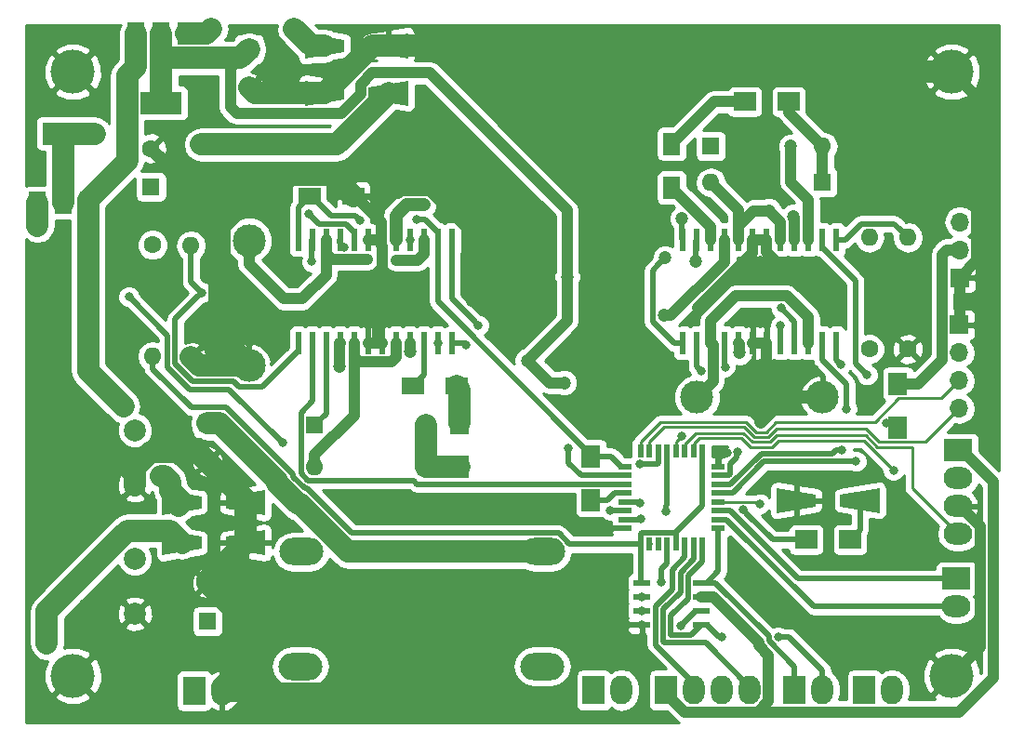
<source format=gtl>
G04 #@! TF.FileFunction,Copper,L1,Top,Signal*
%FSLAX46Y46*%
G04 Gerber Fmt 4.6, Leading zero omitted, Abs format (unit mm)*
G04 Created by KiCad (PCBNEW 4.0.2+dfsg1-stable) date sam. 06 janv. 2018 03:07:49 CET*
%MOMM*%
G01*
G04 APERTURE LIST*
%ADD10C,0.100000*%
%ADD11C,1.600000*%
%ADD12O,1.600000X1.600000*%
%ADD13R,2.000000X2.600000*%
%ADD14O,2.000000X2.600000*%
%ADD15R,0.600000X2.000000*%
%ADD16R,1.600000X1.600000*%
%ADD17R,2.000000X1.600000*%
%ADD18O,4.000000X2.500000*%
%ADD19R,1.700000X1.700000*%
%ADD20O,1.700000X1.700000*%
%ADD21R,2.600000X2.000000*%
%ADD22O,2.600000X2.000000*%
%ADD23R,1.700000X2.000000*%
%ADD24R,2.000000X1.700000*%
%ADD25R,0.600000X1.200000*%
%ADD26R,1.200000X0.600000*%
%ADD27C,2.000000*%
%ADD28R,3.800000X2.000000*%
%ADD29R,1.500000X2.000000*%
%ADD30R,1.550000X0.600000*%
%ADD31C,3.000000*%
%ADD32O,3.000000X3.000000*%
%ADD33C,4.000000*%
%ADD34R,1.600000X2.000000*%
%ADD35C,0.800000*%
%ADD36C,1.200000*%
%ADD37C,0.500000*%
%ADD38C,1.200000*%
%ADD39C,1.000000*%
%ADD40C,2.000000*%
%ADD41C,0.250000*%
%ADD42C,0.254000*%
G04 APERTURE END LIST*
D10*
D11*
X130500000Y-115250000D03*
D12*
X130500000Y-105090000D03*
D13*
X112014000Y-146304000D03*
D14*
X114554000Y-146304000D03*
X117094000Y-146304000D03*
X119634000Y-146304000D03*
D15*
X113515000Y-114700000D03*
X114785000Y-114700000D03*
X116055000Y-114700000D03*
X117325000Y-114700000D03*
X118595000Y-114700000D03*
X119865000Y-114700000D03*
X121135000Y-114700000D03*
X122405000Y-114700000D03*
X123675000Y-114700000D03*
X124945000Y-114700000D03*
X126215000Y-114700000D03*
X127485000Y-114700000D03*
X127485000Y-105300000D03*
X126215000Y-105300000D03*
X124945000Y-105300000D03*
X123675000Y-105300000D03*
X122405000Y-105300000D03*
X121135000Y-105300000D03*
X119865000Y-105300000D03*
X118595000Y-105300000D03*
X117325000Y-105300000D03*
X116055000Y-105300000D03*
X114785000Y-105300000D03*
X113515000Y-105300000D03*
D16*
X70256400Y-122002800D03*
D11*
X70256400Y-125502800D03*
D16*
X74027100Y-87949200D03*
D11*
X74027100Y-91449200D03*
D16*
X65113700Y-100472600D03*
D11*
X65113700Y-96972600D03*
D17*
X79534000Y-101346000D03*
X83534000Y-101346000D03*
D10*
G36*
X122046000Y-130182000D02*
X122046000Y-127882000D01*
X125646000Y-128482000D01*
X125646000Y-129582000D01*
X122046000Y-130182000D01*
X122046000Y-130182000D01*
G37*
G36*
X131446000Y-127882000D02*
X131446000Y-130182000D01*
X127846000Y-129582000D01*
X127846000Y-128482000D01*
X131446000Y-127882000D01*
X131446000Y-127882000D01*
G37*
G36*
X75515200Y-128066400D02*
X75515200Y-130366400D01*
X71915200Y-129766400D01*
X71915200Y-128666400D01*
X75515200Y-128066400D01*
X75515200Y-128066400D01*
G37*
G36*
X66115200Y-130366400D02*
X66115200Y-128066400D01*
X69715200Y-128666400D01*
X69715200Y-129766400D01*
X66115200Y-130366400D01*
X66115200Y-130366400D01*
G37*
G36*
X88520000Y-86480000D02*
X88520000Y-88780000D01*
X84920000Y-88180000D01*
X84920000Y-87080000D01*
X88520000Y-86480000D01*
X88520000Y-86480000D01*
G37*
G36*
X79120000Y-88780000D02*
X79120000Y-86480000D01*
X82720000Y-87080000D01*
X82720000Y-88180000D01*
X79120000Y-88780000D01*
X79120000Y-88780000D01*
G37*
G36*
X79120000Y-93098000D02*
X79120000Y-90798000D01*
X82720000Y-91398000D01*
X82720000Y-92498000D01*
X79120000Y-93098000D01*
X79120000Y-93098000D01*
G37*
G36*
X88520000Y-90798000D02*
X88520000Y-93098000D01*
X84920000Y-92498000D01*
X84920000Y-91398000D01*
X88520000Y-90798000D01*
X88520000Y-90798000D01*
G37*
D18*
X78766000Y-133711000D03*
X100766000Y-133711000D03*
D13*
X123698000Y-146304000D03*
D14*
X126238000Y-146304000D03*
D13*
X69037200Y-146354800D03*
D14*
X71577200Y-146354800D03*
D19*
X138750000Y-108750000D03*
D20*
X138750000Y-106210000D03*
X138750000Y-103670000D03*
D13*
X105410000Y-146304000D03*
D14*
X107950000Y-146304000D03*
D21*
X138430000Y-136144000D03*
D22*
X138430000Y-138684000D03*
D13*
X130048000Y-146304000D03*
D14*
X132588000Y-146304000D03*
D21*
X138582400Y-124460000D03*
D22*
X138582400Y-127000000D03*
X138582400Y-129540000D03*
X138582400Y-132080000D03*
D23*
X133096000Y-122396000D03*
X133096000Y-118396000D03*
D24*
X124746000Y-132588000D03*
X128746000Y-132588000D03*
D23*
X105156000Y-125000000D03*
X105156000Y-129000000D03*
D24*
X119158000Y-92710000D03*
X123158000Y-92710000D03*
D15*
X92485000Y-105300000D03*
X91215000Y-105300000D03*
X89945000Y-105300000D03*
X88675000Y-105300000D03*
X87405000Y-105300000D03*
X86135000Y-105300000D03*
X84865000Y-105300000D03*
X83595000Y-105300000D03*
X82325000Y-105300000D03*
X81055000Y-105300000D03*
X79785000Y-105300000D03*
X78515000Y-105300000D03*
X78515000Y-114700000D03*
X79785000Y-114700000D03*
X81055000Y-114700000D03*
X82325000Y-114700000D03*
X83595000Y-114700000D03*
X84865000Y-114700000D03*
X86135000Y-114700000D03*
X87405000Y-114700000D03*
X88675000Y-114700000D03*
X89945000Y-114700000D03*
X91215000Y-114700000D03*
X92485000Y-114700000D03*
D25*
X109700000Y-133000000D03*
X110500000Y-133000000D03*
X111300000Y-133000000D03*
X112100000Y-133000000D03*
X112900000Y-133000000D03*
X113700000Y-133000000D03*
X114500000Y-133000000D03*
X115300000Y-133000000D03*
D26*
X116750000Y-131550000D03*
X116750000Y-130750000D03*
X116750000Y-129950000D03*
X116750000Y-129150000D03*
X116750000Y-128350000D03*
X116750000Y-127550000D03*
X116750000Y-126750000D03*
X116750000Y-125950000D03*
D25*
X115300000Y-124500000D03*
X114500000Y-124500000D03*
X113700000Y-124500000D03*
X112900000Y-124500000D03*
X112100000Y-124500000D03*
X111300000Y-124500000D03*
X110500000Y-124500000D03*
X109700000Y-124500000D03*
D26*
X108250000Y-125950000D03*
X108250000Y-126750000D03*
X108250000Y-127550000D03*
X108250000Y-128350000D03*
X108250000Y-129150000D03*
X108250000Y-129950000D03*
X108250000Y-130750000D03*
X108250000Y-131550000D03*
D27*
X63645200Y-122637600D03*
X63645200Y-127637600D03*
D28*
X66027100Y-92849200D03*
D29*
X66027100Y-86549200D03*
X63727100Y-86549200D03*
X68327100Y-86549200D03*
D28*
X57086500Y-95617900D03*
D29*
X57086500Y-101917900D03*
X59386500Y-101917900D03*
X54786500Y-101917900D03*
D30*
X115222000Y-140335000D03*
X115222000Y-139065000D03*
X115222000Y-137795000D03*
X115222000Y-136525000D03*
X109822000Y-136525000D03*
X109822000Y-137795000D03*
X109822000Y-139065000D03*
X109822000Y-140335000D03*
D16*
X70256400Y-140036800D03*
D11*
X70256400Y-136536800D03*
D16*
X126238000Y-100076000D03*
D12*
X116078000Y-100076000D03*
D16*
X116078000Y-96774000D03*
D12*
X126238000Y-96774000D03*
D10*
G36*
X75515200Y-131724000D02*
X75515200Y-134024000D01*
X71915200Y-133424000D01*
X71915200Y-132324000D01*
X75515200Y-131724000D01*
X75515200Y-131724000D01*
G37*
G36*
X66115200Y-134024000D02*
X66115200Y-131724000D01*
X69715200Y-132324000D01*
X69715200Y-133424000D01*
X66115200Y-134024000D01*
X66115200Y-134024000D01*
G37*
D18*
X78715200Y-144144600D03*
X100715200Y-144144600D03*
D11*
X134000000Y-115250000D03*
D12*
X134000000Y-105090000D03*
D11*
X65250000Y-105750000D03*
D12*
X65250000Y-115910000D03*
D31*
X114808000Y-119634000D03*
D32*
X126208000Y-119634000D03*
D31*
X74015600Y-105359200D03*
D32*
X74015600Y-116759200D03*
D33*
X138000000Y-145000000D03*
X58000000Y-145000000D03*
X138000000Y-90000000D03*
X58000000Y-90000000D03*
D27*
X63645200Y-134349600D03*
X63645200Y-139349600D03*
D34*
X112522000Y-100552000D03*
X112522000Y-96552000D03*
D17*
X88932000Y-118618000D03*
X92932000Y-118618000D03*
D16*
X90170000Y-125984000D03*
D12*
X80010000Y-125984000D03*
D16*
X80010000Y-122174000D03*
D12*
X90170000Y-122174000D03*
D11*
X68750000Y-116000000D03*
D12*
X68750000Y-105840000D03*
D23*
X93218000Y-121952000D03*
X93218000Y-125952000D03*
D19*
X138684000Y-113030000D03*
D20*
X138684000Y-115570000D03*
X138684000Y-118110000D03*
X138684000Y-120650000D03*
D35*
X123846000Y-129032000D03*
D36*
X120650000Y-121888000D03*
X87215200Y-144144600D03*
D35*
X117536753Y-124715534D03*
X113297044Y-140429992D03*
X109822000Y-140335000D03*
X106883200Y-140360400D03*
X106730800Y-131521200D03*
X114840000Y-111506000D03*
D36*
X126460000Y-111506000D03*
D35*
X94208011Y-110947200D03*
D36*
X85750400Y-111506000D03*
D35*
X111582844Y-136480315D03*
D36*
X121361200Y-102666800D03*
X62589199Y-120437599D03*
X102717600Y-118313200D03*
X99364800Y-116281200D03*
X103008430Y-108659156D03*
X66027100Y-86549200D03*
X59994800Y-95656400D03*
X123342400Y-96774000D03*
D35*
X118526346Y-124571558D03*
X127869790Y-116652694D03*
X115163423Y-117235520D03*
X84124800Y-103530400D03*
X89306400Y-103428800D03*
X117363434Y-116864753D03*
X88675000Y-105300000D03*
X122460000Y-111506000D03*
X82694988Y-105986390D03*
D36*
X65938400Y-126441200D03*
X78130400Y-86055200D03*
X69646800Y-96621600D03*
D35*
X122224800Y-141464410D03*
X117043200Y-141464410D03*
D36*
X118689219Y-115562219D03*
X111839989Y-112206591D03*
X123596400Y-103174800D03*
X114706400Y-107289600D03*
X111912400Y-106949990D03*
X113436400Y-103378000D03*
X89928300Y-102118238D03*
X88696800Y-115438390D03*
X82296000Y-116789200D03*
D35*
X91215000Y-114700000D03*
X94908021Y-113075408D03*
X93814496Y-114854800D03*
X106934000Y-129946400D03*
X109575600Y-129235200D03*
X109822000Y-139065000D03*
X109822000Y-137795000D03*
X132689600Y-126288800D03*
X109728000Y-130708400D03*
X132070591Y-122008815D03*
X118972326Y-129875010D03*
X112014000Y-130048000D03*
D36*
X70612000Y-86106000D03*
X54762400Y-104038400D03*
D35*
X113421603Y-123137015D03*
X122428000Y-113131600D03*
X109608230Y-125700012D03*
X77063600Y-123748800D03*
X63093600Y-110490000D03*
X79501739Y-102957108D03*
X120548400Y-129336800D03*
X87426800Y-107137200D03*
X84785200Y-107086400D03*
X128016000Y-124460000D03*
X128435990Y-120711626D03*
X130302000Y-117602000D03*
X129286000Y-125476000D03*
X79756000Y-107289600D03*
X103124000Y-124307600D03*
X69715589Y-110097724D03*
D36*
X55626000Y-142036800D03*
D37*
X110549999Y-133000000D02*
X110500000Y-133000000D01*
D38*
X120650000Y-121888000D02*
X122904000Y-119634000D01*
X122904000Y-119634000D02*
X126208000Y-119634000D01*
X65113700Y-96972600D02*
X71315599Y-103174499D01*
X71315599Y-103174499D02*
X71315599Y-104063199D01*
D39*
X138582400Y-129540000D02*
X138746577Y-129540000D01*
X138746577Y-129540000D02*
X140582410Y-131375833D01*
X140582410Y-131375833D02*
X140582410Y-142417590D01*
X140582410Y-142417590D02*
X139999999Y-143000001D01*
X139999999Y-143000001D02*
X138000000Y-145000000D01*
X87215200Y-144144600D02*
X89965200Y-144144600D01*
X89965200Y-144144600D02*
X93749400Y-140360400D01*
X93749400Y-140360400D02*
X106317515Y-140360400D01*
X106317515Y-140360400D02*
X106883200Y-140360400D01*
D40*
X87215200Y-144144600D02*
X83465200Y-144144600D01*
X74817010Y-146594610D02*
X74577200Y-146354800D01*
X83465200Y-144144600D02*
X81015190Y-146594610D01*
X81015190Y-146594610D02*
X74817010Y-146594610D01*
X74577200Y-146354800D02*
X71577200Y-146354800D01*
D39*
X138000000Y-90000000D02*
X140300001Y-92300001D01*
X140300001Y-92300001D02*
X140300001Y-107199999D01*
X140300001Y-107199999D02*
X138750000Y-108750000D01*
D37*
X117184466Y-124715534D02*
X117536753Y-124715534D01*
X116750000Y-125150000D02*
X117184466Y-124715534D01*
X116750000Y-125950000D02*
X116750000Y-125150000D01*
D40*
X138000000Y-90000000D02*
X135171573Y-90000000D01*
X135171573Y-90000000D02*
X132801573Y-87630000D01*
X132801573Y-87630000D02*
X88620000Y-87630000D01*
X88620000Y-87630000D02*
X86720000Y-87630000D01*
D37*
X114662036Y-139065000D02*
X113297044Y-140429992D01*
X115222000Y-139065000D02*
X114662036Y-139065000D01*
D39*
X126460000Y-111506000D02*
X126660000Y-111506000D01*
D37*
X106883200Y-140360400D02*
X109796600Y-140360400D01*
X109796600Y-140360400D02*
X109822000Y-140335000D01*
X106759600Y-131550000D02*
X106730800Y-131521200D01*
X108250000Y-131550000D02*
X106759600Y-131550000D01*
D39*
X126260000Y-111506000D02*
X126460000Y-111506000D01*
X121135000Y-105300000D02*
X121135000Y-106381000D01*
X121135000Y-106381000D02*
X126260000Y-111506000D01*
X119865000Y-105300000D02*
X119865000Y-106481000D01*
X119865000Y-106481000D02*
X114840000Y-111506000D01*
X138750000Y-108750000D02*
X138750000Y-112964000D01*
X138750000Y-112964000D02*
X138684000Y-113030000D01*
D40*
X83534000Y-101346000D02*
X81533999Y-99345999D01*
X71315599Y-114059199D02*
X74015600Y-116759200D01*
X81533999Y-99345999D02*
X76032799Y-99345999D01*
X76032799Y-99345999D02*
X71315599Y-104063199D01*
X71315599Y-104063199D02*
X71315599Y-114059199D01*
X70256400Y-136536800D02*
X70256400Y-136332800D01*
X70256400Y-136332800D02*
X73715200Y-132874000D01*
X74015600Y-116759200D02*
X69509200Y-116759200D01*
X69509200Y-116759200D02*
X68750000Y-116000000D01*
D39*
X121135000Y-114700000D02*
X121135000Y-116700000D01*
X121135000Y-116700000D02*
X124069000Y-119634000D01*
X124069000Y-119634000D02*
X126208000Y-119634000D01*
X119865000Y-105300000D02*
X121135000Y-105300000D01*
X119865000Y-114700000D02*
X121135000Y-114700000D01*
X83534000Y-101346000D02*
X83734000Y-101346000D01*
X83734000Y-101346000D02*
X86104990Y-103716990D01*
X86104990Y-103716990D02*
X86104990Y-105300000D01*
D37*
X94608010Y-110547201D02*
X94608010Y-105313008D01*
X90363230Y-101068228D02*
X87951834Y-101068228D01*
X87951834Y-101068228D02*
X87674062Y-101346000D01*
X87674062Y-101346000D02*
X83534000Y-101346000D01*
X94208011Y-110947200D02*
X94608010Y-110547201D01*
X94608010Y-105313008D02*
X90363230Y-101068228D01*
D40*
X81719281Y-91148719D02*
X80920000Y-91948000D01*
X85238000Y-87630000D02*
X81719281Y-91148719D01*
X86720000Y-87630000D02*
X85238000Y-87630000D01*
D39*
X74027100Y-91449200D02*
X75904400Y-91449200D01*
X85750400Y-111506000D02*
X85750400Y-110657472D01*
X85750400Y-110657472D02*
X86135000Y-110272872D01*
X86135000Y-110272872D02*
X86135000Y-105868491D01*
X86135000Y-105868491D02*
X86104990Y-105838481D01*
X86104990Y-105838481D02*
X86104990Y-105300000D01*
X84865000Y-105300000D02*
X86104990Y-105300000D01*
X85750400Y-111506000D02*
X85750400Y-114315400D01*
X85750400Y-114315400D02*
X86135000Y-114700000D01*
X84865000Y-114700000D02*
X86135000Y-114700000D01*
D40*
X63645200Y-126223387D02*
X63645200Y-127637600D01*
X63645200Y-126070398D02*
X63645200Y-126223387D01*
X65074399Y-124641199D02*
X63645200Y-126070398D01*
X69394799Y-124641199D02*
X65074399Y-124641199D01*
X70256400Y-125502800D02*
X69394799Y-124641199D01*
X73715200Y-129216400D02*
X73715200Y-132874000D01*
X80920000Y-91948000D02*
X74525900Y-91948000D01*
X74525900Y-91948000D02*
X74027100Y-91449200D01*
X73715200Y-129216400D02*
X73715200Y-128961600D01*
X73715200Y-128961600D02*
X70256400Y-125502800D01*
X70256400Y-136536800D02*
X74577200Y-140857600D01*
X74577200Y-140857600D02*
X74577200Y-143054800D01*
X74577200Y-143054800D02*
X71577200Y-146054800D01*
X71577200Y-146054800D02*
X71577200Y-146354800D01*
D37*
X111582844Y-135914630D02*
X111582844Y-136480315D01*
X111582844Y-135309259D02*
X111582844Y-135914630D01*
X112100000Y-133000000D02*
X112100000Y-134792103D01*
X112100000Y-134792103D02*
X111582844Y-135309259D01*
D40*
X63727100Y-89549200D02*
X62927099Y-90349201D01*
X63727100Y-86549200D02*
X63727100Y-89549200D01*
X62927099Y-98127301D02*
X59386500Y-101667900D01*
X62927099Y-90349201D02*
X62927099Y-98127301D01*
X59386500Y-101667900D02*
X59386500Y-101917900D01*
X83044776Y-133711000D02*
X78717799Y-129384023D01*
X76609977Y-127276201D02*
X71336576Y-122002800D01*
X71336576Y-122002800D02*
X70256400Y-122002800D01*
X100766000Y-133711000D02*
X83044776Y-133711000D01*
X78717799Y-129384023D02*
X78519431Y-129384023D01*
X78519431Y-129384023D02*
X76609977Y-127474569D01*
X76609977Y-127474569D02*
X76609977Y-127276201D01*
D39*
X116078000Y-100076000D02*
X118595000Y-102593000D01*
X118595000Y-102593000D02*
X118595000Y-105300000D01*
X118595000Y-105300000D02*
X118595000Y-104009998D01*
X118595000Y-104009998D02*
X119938198Y-102666800D01*
X119938198Y-102666800D02*
X120512672Y-102666800D01*
X120512672Y-102666800D02*
X121361200Y-102666800D01*
X121361200Y-102666800D02*
X122405000Y-103710600D01*
X122405000Y-103710600D02*
X122405000Y-105300000D01*
D40*
X59386500Y-101917900D02*
X59386500Y-117234900D01*
X59386500Y-117234900D02*
X62589199Y-120437599D01*
D39*
X138882400Y-124460000D02*
X141782421Y-127360021D01*
X138691992Y-148304010D02*
X120338167Y-148304010D01*
X141782421Y-145213581D02*
X138691992Y-148304010D01*
X141782421Y-127360021D02*
X141782421Y-145213581D01*
X138582400Y-124460000D02*
X138882400Y-124460000D01*
X120424787Y-141932785D02*
X116287002Y-137795000D01*
X120338167Y-148304010D02*
X121334010Y-147308167D01*
X121334010Y-147308167D02*
X121334010Y-143124342D01*
X121334010Y-143124342D02*
X120424787Y-142215119D01*
X116287002Y-137795000D02*
X115222000Y-137795000D01*
X120424787Y-142215119D02*
X120424787Y-141932785D01*
X112014000Y-146304000D02*
X112014000Y-146604000D01*
X112014000Y-146604000D02*
X113714010Y-148304010D01*
X113714010Y-148304010D02*
X120338167Y-148304010D01*
X112014000Y-146304000D02*
X112014000Y-146004000D01*
X102717600Y-118313200D02*
X101396800Y-118313200D01*
X101396800Y-118313200D02*
X99364800Y-116281200D01*
X138582400Y-124460000D02*
X138282400Y-124460000D01*
X82409956Y-93798010D02*
X84175600Y-92032366D01*
X90476308Y-90097990D02*
X103008430Y-102630112D01*
X85230044Y-90097990D02*
X90476308Y-90097990D01*
X84175600Y-91152434D02*
X85230044Y-90097990D01*
X84175600Y-92032366D02*
X84175600Y-91152434D01*
X74027100Y-87949200D02*
X72327091Y-89649209D01*
X72945792Y-93798010D02*
X82409956Y-93798010D01*
X72327091Y-89649209D02*
X72327091Y-93179309D01*
X103008430Y-107810628D02*
X103008430Y-108659156D01*
X103008430Y-102630112D02*
X103008430Y-107810628D01*
X72327091Y-93179309D02*
X72945792Y-93798010D01*
X103008430Y-112637570D02*
X99364800Y-116281200D01*
X103008430Y-108659156D02*
X103008430Y-112637570D01*
D40*
X66027100Y-86549200D02*
X66027100Y-92849200D01*
X66027100Y-88159202D02*
X66027100Y-86549200D01*
X66617099Y-88749201D02*
X66027100Y-88159202D01*
X73227099Y-88749201D02*
X66617099Y-88749201D01*
X74027100Y-87949200D02*
X73227099Y-88749201D01*
D37*
X65250000Y-115910000D02*
X65250000Y-117041370D01*
X65250000Y-117041370D02*
X68761420Y-120552790D01*
X68761420Y-120552790D02*
X71937189Y-120552790D01*
X71937189Y-120552790D02*
X78059987Y-126675588D01*
X79318412Y-127934013D02*
X83395389Y-132010990D01*
X78059987Y-126675588D02*
X78059987Y-126873957D01*
X78059987Y-126873957D02*
X79120043Y-127934013D01*
X79120043Y-127934013D02*
X79318412Y-127934013D01*
X83395389Y-132010990D02*
X102220167Y-132010990D01*
X103209177Y-133000000D02*
X109700000Y-133000000D01*
X102220167Y-132010990D02*
X103209177Y-133000000D01*
X112900000Y-133000000D02*
X112900000Y-131900000D01*
X112900000Y-131900000D02*
X115300000Y-129500000D01*
X115300000Y-129500000D02*
X115300000Y-125600000D01*
X115300000Y-125600000D02*
X115300000Y-124500000D01*
X109700000Y-133000000D02*
X109700000Y-132089998D01*
X109700000Y-132089998D02*
X109839999Y-131949999D01*
X109839999Y-131949999D02*
X112760001Y-131949999D01*
X112760001Y-131949999D02*
X112900000Y-132089998D01*
X112900000Y-132089998D02*
X112900000Y-133000000D01*
X109822000Y-136525000D02*
X109700000Y-136403000D01*
X109700000Y-136403000D02*
X109700000Y-133000000D01*
D40*
X57086500Y-95617900D02*
X57086500Y-101917900D01*
X57086500Y-95617900D02*
X59956300Y-95617900D01*
X59956300Y-95617900D02*
X59994800Y-95656400D01*
D39*
X124945000Y-105300000D02*
X124945000Y-101643002D01*
X124945000Y-101643002D02*
X123342400Y-100040402D01*
X123342400Y-100040402D02*
X123342400Y-96774000D01*
D37*
X81055000Y-114700000D02*
X81055000Y-121129000D01*
X81055000Y-121129000D02*
X80010000Y-122174000D01*
X118386754Y-124711150D02*
X118526346Y-124571558D01*
X118386754Y-125123535D02*
X118386754Y-124711150D01*
X117800001Y-125710288D02*
X118386754Y-125123535D01*
X117710001Y-126700001D02*
X117800001Y-126610001D01*
X116750000Y-126750000D02*
X116799999Y-126700001D01*
X116799999Y-126700001D02*
X117710001Y-126700001D01*
X117800001Y-126610001D02*
X117800001Y-125710288D01*
X127485000Y-114700000D02*
X127485000Y-116267904D01*
X127485000Y-116267904D02*
X127869790Y-116652694D01*
X114785000Y-114700000D02*
X114785000Y-116857097D01*
X114785000Y-116857097D02*
X115163423Y-117235520D01*
X108250000Y-125950000D02*
X107950000Y-125950000D01*
X107950000Y-125950000D02*
X107000000Y-125000000D01*
X107000000Y-125000000D02*
X106506000Y-125000000D01*
X106506000Y-125000000D02*
X105156000Y-125000000D01*
X105156000Y-125000000D02*
X105156000Y-124850000D01*
X105156000Y-124850000D02*
X91215000Y-110909000D01*
X91215000Y-110909000D02*
X91215000Y-106800000D01*
X91215000Y-106800000D02*
X91215000Y-105300000D01*
X79734000Y-101346000D02*
X79534000Y-101346000D01*
X81518401Y-103130401D02*
X79734000Y-101346000D01*
X84124800Y-103530400D02*
X83724801Y-103130401D01*
X83724801Y-103130401D02*
X81518401Y-103130401D01*
X91215000Y-105300000D02*
X91215000Y-104600000D01*
X91215000Y-104600000D02*
X90043800Y-103428800D01*
X90043800Y-103428800D02*
X89306400Y-103428800D01*
X78515000Y-105300000D02*
X78515000Y-102365000D01*
X78515000Y-102365000D02*
X79534000Y-101346000D01*
X117325000Y-116826319D02*
X117363434Y-116864753D01*
X117325000Y-114700000D02*
X117325000Y-116826319D01*
D39*
X112522000Y-100552000D02*
X116055000Y-104085000D01*
X116055000Y-104085000D02*
X116055000Y-105300000D01*
X112522000Y-96552000D02*
X116364000Y-92710000D01*
X116364000Y-92710000D02*
X119158000Y-92710000D01*
D37*
X89945000Y-114700000D02*
X89945000Y-117605000D01*
X89945000Y-117605000D02*
X88932000Y-118618000D01*
D40*
X93218000Y-121952000D02*
X93218000Y-118904000D01*
X93218000Y-118904000D02*
X92932000Y-118618000D01*
D37*
X123675000Y-114700000D02*
X123675000Y-112721000D01*
X123675000Y-112721000D02*
X122460000Y-111506000D01*
X82294989Y-105586391D02*
X82694988Y-105986390D01*
X82325000Y-105300000D02*
X82294989Y-105330011D01*
X82294989Y-105330011D02*
X82294989Y-105586391D01*
D39*
X126238000Y-96774000D02*
X126238000Y-100076000D01*
X123158000Y-92710000D02*
X123158000Y-93694000D01*
X123158000Y-93694000D02*
X126238000Y-96774000D01*
D40*
X90170000Y-122174000D02*
X90170000Y-125984000D01*
X90170000Y-125984000D02*
X93186000Y-125984000D01*
X93186000Y-125984000D02*
X93218000Y-125952000D01*
D37*
X129646000Y-129032000D02*
X129646000Y-131688000D01*
X129646000Y-131688000D02*
X128746000Y-132588000D01*
D40*
X67915200Y-129216400D02*
X66824490Y-128125690D01*
X66824490Y-128125690D02*
X66824490Y-127327290D01*
X66824490Y-127327290D02*
X66338409Y-126841209D01*
X66338409Y-126841209D02*
X65985671Y-126841209D01*
X67642400Y-129489200D02*
X67915200Y-129216400D01*
X80920000Y-87630000D02*
X79705200Y-87630000D01*
X79705200Y-87630000D02*
X78130400Y-86055200D01*
X69646800Y-96621600D02*
X82046400Y-96621600D01*
X82046400Y-96621600D02*
X86720000Y-91948000D01*
D37*
X116497000Y-136525000D02*
X121374798Y-141402798D01*
X121374798Y-141821612D02*
X123698000Y-144144814D01*
X121374798Y-141402798D02*
X121374798Y-141821612D01*
X123698000Y-144504000D02*
X123698000Y-146304000D01*
X115222000Y-136525000D02*
X116497000Y-136525000D01*
X123698000Y-144144814D02*
X123698000Y-144504000D01*
X116750000Y-131550000D02*
X116750000Y-135472000D01*
X116750000Y-135472000D02*
X115697000Y-136525000D01*
X115697000Y-136525000D02*
X115222000Y-136525000D01*
X112447023Y-141280002D02*
X114276998Y-141280002D01*
X113996999Y-135864999D02*
X113996999Y-137965036D01*
X114276998Y-141280002D02*
X115222000Y-140335000D01*
X115300000Y-134561998D02*
X113996999Y-135864999D01*
X112447023Y-139515012D02*
X112447023Y-141280002D01*
X115300000Y-133000000D02*
X115300000Y-134561998D01*
X113996999Y-137965036D02*
X112447023Y-139515012D01*
X116826410Y-141464410D02*
X117043200Y-141464410D01*
X115222000Y-140335000D02*
X115697000Y-140335000D01*
X126238000Y-144504000D02*
X123198410Y-141464410D01*
X115697000Y-140335000D02*
X116826410Y-141464410D01*
X122790485Y-141464410D02*
X122224800Y-141464410D01*
X126238000Y-146304000D02*
X126238000Y-144504000D01*
X123198410Y-141464410D02*
X122790485Y-141464410D01*
D41*
X119302010Y-121909012D02*
X120205999Y-122813001D01*
X137072999Y-119721001D02*
X137834001Y-118959999D01*
X121094001Y-122813001D02*
X121997990Y-121909012D01*
X109700000Y-123650000D02*
X111440988Y-121909012D01*
X120205999Y-122813001D02*
X121094001Y-122813001D01*
X109700000Y-124500000D02*
X109700000Y-123650000D01*
X131000199Y-121909012D02*
X133188210Y-119721001D01*
X137834001Y-118959999D02*
X138684000Y-118110000D01*
X121997990Y-121909012D02*
X131000199Y-121909012D01*
X111440988Y-121909012D02*
X119302010Y-121909012D01*
X133188210Y-119721001D02*
X137072999Y-119721001D01*
X111790977Y-122359023D02*
X110500000Y-123650000D01*
X110500000Y-123650000D02*
X110500000Y-124500000D01*
X119115610Y-122359023D02*
X111790977Y-122359023D01*
X120019599Y-123263012D02*
X119115610Y-122359023D01*
X121280401Y-123263012D02*
X120019599Y-123263012D01*
X131394621Y-123721001D02*
X130192021Y-122518401D01*
X130192021Y-122518401D02*
X122025012Y-122518401D01*
X138684000Y-120650000D02*
X135612999Y-123721001D01*
X135612999Y-123721001D02*
X131394621Y-123721001D01*
X122025012Y-122518401D02*
X121280401Y-123263012D01*
D39*
X133096000Y-118396000D02*
X134946000Y-118396000D01*
X134946000Y-118396000D02*
X137133999Y-116208001D01*
X137133999Y-116208001D02*
X137133999Y-106623920D01*
X137133999Y-106623920D02*
X137547919Y-106210000D01*
X137547919Y-106210000D02*
X138750000Y-106210000D01*
X118595000Y-114700000D02*
X118647567Y-114752567D01*
X118647567Y-115520567D02*
X118689219Y-115562219D01*
X118647567Y-114752567D02*
X118647567Y-115520567D01*
X112418409Y-112206591D02*
X111839989Y-112206591D01*
X117325000Y-105300000D02*
X117325000Y-107300000D01*
X117325000Y-107300000D02*
X112418409Y-112206591D01*
X123675000Y-103253400D02*
X123675000Y-104731509D01*
X123675000Y-104731509D02*
X123705010Y-104761519D01*
X123596400Y-103174800D02*
X123675000Y-103253400D01*
X123705010Y-104761519D02*
X123705010Y-105300000D01*
D37*
X114706400Y-107289600D02*
X114706400Y-105378600D01*
X114706400Y-105378600D02*
X114785000Y-105300000D01*
X112715000Y-114700000D02*
X110789987Y-112774987D01*
X110789987Y-108072403D02*
X111312401Y-107549989D01*
X110789987Y-112774987D02*
X110789987Y-108072403D01*
X113515000Y-114700000D02*
X112715000Y-114700000D01*
X111312401Y-107549989D02*
X111912400Y-106949990D01*
X113436400Y-103378000D02*
X113436400Y-105221400D01*
X113436400Y-105221400D02*
X113515000Y-105300000D01*
D38*
X87405000Y-105300000D02*
X87405000Y-103100000D01*
X87405000Y-103100000D02*
X88386762Y-102118238D01*
X88386762Y-102118238D02*
X89079772Y-102118238D01*
X89079772Y-102118238D02*
X89928300Y-102118238D01*
D39*
X88705010Y-114700000D02*
X88705010Y-115238481D01*
X88696800Y-115246691D02*
X88696800Y-115438390D01*
X88705010Y-115238481D02*
X88696800Y-115246691D01*
X82296000Y-116789200D02*
X82296000Y-114729000D01*
X82296000Y-114729000D02*
X82325000Y-114700000D01*
D37*
X94508022Y-112675409D02*
X94908021Y-113075408D01*
X92485000Y-105300000D02*
X92485000Y-110652387D01*
X92485000Y-110652387D02*
X94508022Y-112675409D01*
X92485000Y-114700000D02*
X93659696Y-114700000D01*
X93659696Y-114700000D02*
X93814496Y-114854800D01*
X108250000Y-129950000D02*
X106937600Y-129950000D01*
X106937600Y-129950000D02*
X106934000Y-129946400D01*
X108250000Y-129150000D02*
X109490400Y-129150000D01*
X109490400Y-129150000D02*
X109575600Y-129235200D01*
X117789312Y-129950000D02*
X123983312Y-136144000D01*
X136630000Y-136144000D02*
X138430000Y-136144000D01*
X123983312Y-136144000D02*
X136630000Y-136144000D01*
X116750000Y-129950000D02*
X117789312Y-129950000D01*
X125438466Y-138684000D02*
X136630000Y-138684000D01*
X117504466Y-130750000D02*
X125438466Y-138684000D01*
X136630000Y-138684000D02*
X138430000Y-138684000D01*
X116750000Y-130750000D02*
X117504466Y-130750000D01*
D41*
X115011200Y-123342400D02*
X118826165Y-123342400D01*
X118826165Y-123342400D02*
X119646799Y-124163034D01*
X114500000Y-123853600D02*
X115011200Y-123342400D01*
X114500000Y-124500000D02*
X114500000Y-123853600D01*
X121653201Y-124163034D02*
X122241235Y-123575000D01*
X132289601Y-125888801D02*
X132689600Y-126288800D01*
X129975800Y-123575000D02*
X132289601Y-125888801D01*
X122241235Y-123575000D02*
X129975800Y-123575000D01*
X119646799Y-124163034D02*
X121653201Y-124163034D01*
X134392401Y-127890001D02*
X138582400Y-132080000D01*
X131208221Y-124171012D02*
X134392401Y-124171012D01*
X130162199Y-123124989D02*
X131208221Y-124171012D01*
X134392401Y-124171012D02*
X134392401Y-127890001D01*
X122054834Y-123124989D02*
X130162199Y-123124989D01*
X121466801Y-123713023D02*
X122054834Y-123124989D01*
X119833199Y-123713023D02*
X121466801Y-123713023D01*
X119012567Y-122892391D02*
X119833199Y-123713023D01*
X113700000Y-123915590D02*
X114723199Y-122892391D01*
X114723199Y-122892391D02*
X119012567Y-122892391D01*
X113700000Y-124500000D02*
X113700000Y-123915590D01*
D37*
X113700000Y-133000000D02*
X113700000Y-134182068D01*
X114554000Y-145699934D02*
X114554000Y-146304000D01*
X112550090Y-137163976D02*
X111047001Y-138667065D01*
X111047001Y-138667065D02*
X111047001Y-142192935D01*
X111047001Y-142192935D02*
X114554000Y-145699934D01*
X112550090Y-135331978D02*
X112550090Y-137163976D01*
X113700000Y-134182068D02*
X112550090Y-135331978D01*
X115610013Y-141980013D02*
X119634000Y-146004000D01*
X111824044Y-141980013D02*
X115610013Y-141980013D01*
X119634000Y-146004000D02*
X119634000Y-146304000D01*
X111747012Y-141902981D02*
X111824044Y-141980013D01*
X113296988Y-135575045D02*
X113296988Y-137407042D01*
X114500000Y-133000000D02*
X114500000Y-134372033D01*
X111747012Y-138957018D02*
X111747012Y-141902981D01*
X113296988Y-137407042D02*
X111747012Y-138957018D01*
X114500000Y-134372033D02*
X113296988Y-135575045D01*
X109686400Y-130750000D02*
X109728000Y-130708400D01*
X108250000Y-130750000D02*
X109686400Y-130750000D01*
X133096000Y-122396000D02*
X132708815Y-122008815D01*
X132708815Y-122008815D02*
X132636276Y-122008815D01*
X132636276Y-122008815D02*
X132070591Y-122008815D01*
X121685316Y-132588000D02*
X119372325Y-130275009D01*
X119372325Y-130275009D02*
X118972326Y-129875010D01*
X124746000Y-132588000D02*
X121685316Y-132588000D01*
X112014000Y-130048000D02*
X112014000Y-129482315D01*
X112014000Y-129482315D02*
X112100000Y-129396315D01*
X112100000Y-129396315D02*
X112100000Y-125600000D01*
X112100000Y-125600000D02*
X112100000Y-124500000D01*
D41*
X112166400Y-124566400D02*
X112100000Y-124500000D01*
D40*
X70168800Y-86549200D02*
X70612000Y-86106000D01*
X68327100Y-86549200D02*
X70168800Y-86549200D01*
X54786500Y-101917900D02*
X54786500Y-104014300D01*
X54786500Y-104014300D02*
X54762400Y-104038400D01*
D41*
X112900000Y-124500000D02*
X112900000Y-123650000D01*
X112900000Y-123650000D02*
X113412985Y-123137015D01*
X113412985Y-123137015D02*
X113421603Y-123137015D01*
X122405000Y-115400000D02*
X122405000Y-114700000D01*
D37*
X122405000Y-114700000D02*
X122405000Y-113154600D01*
X122405000Y-113154600D02*
X122428000Y-113131600D01*
X111265599Y-124534401D02*
X111265599Y-125634401D01*
X111300000Y-124500000D02*
X111265599Y-124534401D01*
X111265599Y-125634401D02*
X111199988Y-125700012D01*
X111199988Y-125700012D02*
X110173915Y-125700012D01*
X110173915Y-125700012D02*
X109608230Y-125700012D01*
X66599981Y-113996381D02*
X66599981Y-116890568D01*
X66599981Y-116890568D02*
X68618633Y-118909221D01*
X68618633Y-118909221D02*
X72224021Y-118909221D01*
X63093600Y-110490000D02*
X66599981Y-113996381D01*
X72224021Y-118909221D02*
X77063600Y-123748800D01*
X80375043Y-103830412D02*
X79901738Y-103357107D01*
X83595000Y-104600000D02*
X82825412Y-103830412D01*
X83595000Y-105300000D02*
X83595000Y-104600000D01*
X79901738Y-103357107D02*
X79501739Y-102957108D01*
X82825412Y-103830412D02*
X80375043Y-103830412D01*
D41*
X116750000Y-129150000D02*
X120361600Y-129150000D01*
X120361600Y-129150000D02*
X120548400Y-129336800D01*
D37*
X105156000Y-129000000D02*
X106689965Y-129000000D01*
X107339965Y-128350000D02*
X108250000Y-128350000D01*
X106689965Y-129000000D02*
X107339965Y-128350000D01*
D39*
X116263433Y-114908433D02*
X116055000Y-114700000D01*
X114808000Y-119634000D02*
X116263433Y-118178567D01*
X116263433Y-118178567D02*
X116263433Y-114908433D01*
X118349002Y-110405998D02*
X122988002Y-110405998D01*
X124945000Y-112700000D02*
X124945000Y-114700000D01*
X124945000Y-112362996D02*
X124945000Y-112700000D01*
X116055000Y-112700000D02*
X118349002Y-110405998D01*
X116055000Y-114700000D02*
X116055000Y-112700000D01*
X122988002Y-110405998D02*
X124945000Y-112362996D01*
X81055000Y-108489002D02*
X81055000Y-106590002D01*
X78868400Y-110675602D02*
X81055000Y-108489002D01*
X77210682Y-110675602D02*
X78868400Y-110675602D01*
X74015600Y-107480520D02*
X77210682Y-110675602D01*
X74015600Y-105359200D02*
X74015600Y-107480520D01*
X87426800Y-107137200D02*
X89397802Y-107137200D01*
X89397802Y-107137200D02*
X89945000Y-106590002D01*
X89945000Y-106590002D02*
X89945000Y-105300000D01*
X81055000Y-106590002D02*
X81551398Y-107086400D01*
X81551398Y-107086400D02*
X84785200Y-107086400D01*
X81055000Y-106590002D02*
X81055000Y-105300000D01*
D37*
X120661922Y-124738045D02*
X117849967Y-127550000D01*
X127450315Y-124460000D02*
X127172270Y-124738045D01*
X117849967Y-127550000D02*
X116750000Y-127550000D01*
X128016000Y-124460000D02*
X127450315Y-124460000D01*
X127172270Y-124738045D02*
X120661922Y-124738045D01*
X126215000Y-114700000D02*
X126215000Y-116200000D01*
X128435990Y-120145941D02*
X128435990Y-120711626D01*
X126215000Y-116200000D02*
X128435990Y-118420990D01*
X128435990Y-118420990D02*
X128435990Y-120145941D01*
X126215000Y-114700000D02*
X126215000Y-115400000D01*
X129286000Y-125476000D02*
X120913932Y-125476000D01*
X120913932Y-125476000D02*
X118039932Y-128350000D01*
X118039932Y-128350000D02*
X117850000Y-128350000D01*
X117850000Y-128350000D02*
X116750000Y-128350000D01*
X130302000Y-117602000D02*
X129249999Y-116549999D01*
X129249999Y-116549999D02*
X129249999Y-109034999D01*
X129249999Y-109034999D02*
X126215000Y-106000000D01*
X126215000Y-106000000D02*
X126215000Y-105300000D01*
X79756000Y-107289600D02*
X79756000Y-105329000D01*
X79756000Y-105329000D02*
X79785000Y-105300000D01*
X108250000Y-126750000D02*
X104245998Y-126750000D01*
X104245998Y-126750000D02*
X103124000Y-125628002D01*
X103124000Y-125628002D02*
X103124000Y-124307600D01*
X79705200Y-105379800D02*
X79785000Y-105300000D01*
X89325997Y-127549999D02*
X89009999Y-127234001D01*
X89009999Y-127234001D02*
X79409999Y-127234001D01*
X79409999Y-127234001D02*
X78759999Y-126584001D01*
X79785000Y-116200000D02*
X79785000Y-114700000D01*
X106366001Y-127549999D02*
X89325997Y-127549999D01*
X108250000Y-127550000D02*
X107150000Y-127550000D01*
X106366001Y-127549999D02*
X107150000Y-127550000D01*
X79785000Y-119988998D02*
X79785000Y-116200000D01*
X78759999Y-126584001D02*
X78759999Y-121013999D01*
X78759999Y-121013999D02*
X79785000Y-119988998D01*
X127485000Y-105300000D02*
X128285000Y-105300000D01*
X128285000Y-105300000D02*
X129745001Y-103839999D01*
X129745001Y-103839999D02*
X132749999Y-103839999D01*
X132749999Y-103839999D02*
X133200001Y-104290001D01*
X133200001Y-104290001D02*
X134000000Y-105090000D01*
X78515000Y-114700000D02*
X78515000Y-115400000D01*
X75205799Y-118709201D02*
X73115565Y-118709201D01*
X78515000Y-115400000D02*
X75205799Y-118709201D01*
X73115565Y-118709201D02*
X72615575Y-118209210D01*
X72615575Y-118209210D02*
X68908587Y-118209210D01*
X68908587Y-118209210D02*
X67299992Y-116600614D01*
X67299992Y-116600614D02*
X67299992Y-112513321D01*
X67299992Y-112513321D02*
X69315590Y-110497723D01*
X69315590Y-110497723D02*
X69715589Y-110097724D01*
X69315590Y-109697725D02*
X69715589Y-110097724D01*
X68750000Y-105840000D02*
X68750000Y-109132135D01*
X68750000Y-109132135D02*
X69315590Y-109697725D01*
D40*
X55626000Y-142036800D02*
X55626000Y-139112798D01*
X55626000Y-139112798D02*
X62955508Y-131783290D01*
X62955508Y-131783290D02*
X66824490Y-131783290D01*
X66824490Y-131783290D02*
X67915200Y-132874000D01*
D39*
X83596001Y-121266629D02*
X80010000Y-124852630D01*
X83595000Y-116700000D02*
X83596001Y-116701001D01*
X83596001Y-116701001D02*
X83596001Y-121266629D01*
X83595000Y-114700000D02*
X83595000Y-116700000D01*
X80010000Y-124852630D02*
X80010000Y-125984000D01*
X87396799Y-115998203D02*
X86995001Y-116400001D01*
X87396799Y-114708201D02*
X87396799Y-115998203D01*
X83595000Y-115990002D02*
X83595000Y-114700000D01*
X87405000Y-114700000D02*
X87396799Y-114708201D01*
X84004999Y-116400001D02*
X83595000Y-115990002D01*
X86995001Y-116400001D02*
X84004999Y-116400001D01*
D42*
G36*
X71192091Y-93179309D02*
X71278488Y-93613655D01*
X71516898Y-93970460D01*
X71524525Y-93981875D01*
X72143226Y-94600576D01*
X72511446Y-94846613D01*
X72945792Y-94933010D01*
X81422750Y-94933010D01*
X81369160Y-94986600D01*
X69646800Y-94986600D01*
X69021113Y-95111057D01*
X68490680Y-95465480D01*
X68136257Y-95995913D01*
X68011800Y-96621600D01*
X68136257Y-97247287D01*
X68490680Y-97777720D01*
X69021113Y-98132143D01*
X69646800Y-98256600D01*
X82046395Y-98256600D01*
X82046400Y-98256601D01*
X82672088Y-98132143D01*
X83202520Y-97777720D01*
X87410744Y-93569495D01*
X88413562Y-93736631D01*
X88755317Y-93701162D01*
X88971441Y-93562090D01*
X89116431Y-93349890D01*
X89167440Y-93098000D01*
X89167440Y-91232990D01*
X90006176Y-91232990D01*
X101873430Y-103100244D01*
X101873430Y-108172113D01*
X101773645Y-108412422D01*
X101773216Y-108903735D01*
X101873430Y-109146270D01*
X101873430Y-112167438D01*
X98906626Y-115134242D01*
X98666143Y-115233608D01*
X98318429Y-115580715D01*
X98130015Y-116034466D01*
X98129586Y-116525779D01*
X98162137Y-116604557D01*
X95502240Y-113944661D01*
X95784940Y-113662454D01*
X95942841Y-113282185D01*
X95943200Y-112870437D01*
X95785963Y-112489893D01*
X95495067Y-112198489D01*
X95131868Y-112047676D01*
X93370000Y-110285807D01*
X93370000Y-106568620D01*
X93381431Y-106551890D01*
X93432440Y-106300000D01*
X93432440Y-104300000D01*
X93388162Y-104064683D01*
X93249090Y-103848559D01*
X93036890Y-103703569D01*
X92785000Y-103652560D01*
X92185000Y-103652560D01*
X91949683Y-103696838D01*
X91850472Y-103760678D01*
X91766890Y-103703569D01*
X91520190Y-103653611D01*
X90829861Y-102963281D01*
X90974671Y-102818723D01*
X91163085Y-102364972D01*
X91163514Y-101873659D01*
X90975892Y-101419581D01*
X90628785Y-101071867D01*
X90175034Y-100883453D01*
X89683721Y-100883024D01*
X89683203Y-100883238D01*
X88386762Y-100883238D01*
X87914148Y-100977247D01*
X87513485Y-101244961D01*
X86531723Y-102226723D01*
X86264009Y-102627386D01*
X86170000Y-103100000D01*
X86170000Y-105300000D01*
X86262000Y-105762514D01*
X86262000Y-106776250D01*
X86346741Y-106860991D01*
X86291800Y-107137200D01*
X86378197Y-107571546D01*
X86624234Y-107939766D01*
X86992454Y-108185803D01*
X87426800Y-108272200D01*
X89397802Y-108272200D01*
X89832148Y-108185803D01*
X90200368Y-107939766D01*
X90330000Y-107810134D01*
X90330000Y-110908995D01*
X90329999Y-110909000D01*
X90386190Y-111191484D01*
X90397367Y-111247675D01*
X90582548Y-111524820D01*
X90589210Y-111534790D01*
X92119336Y-113064916D01*
X91949683Y-113096838D01*
X91850472Y-113160678D01*
X91766890Y-113103569D01*
X91515000Y-113052560D01*
X90915000Y-113052560D01*
X90679683Y-113096838D01*
X90580472Y-113160678D01*
X90496890Y-113103569D01*
X90245000Y-113052560D01*
X89645000Y-113052560D01*
X89409683Y-113096838D01*
X89310472Y-113160678D01*
X89226890Y-113103569D01*
X88975000Y-113052560D01*
X88375000Y-113052560D01*
X88139683Y-113096838D01*
X88040472Y-113160678D01*
X87956890Y-113103569D01*
X87705000Y-113052560D01*
X87105000Y-113052560D01*
X86869683Y-113096838D01*
X86779020Y-113155178D01*
X86561310Y-113065000D01*
X86420750Y-113065000D01*
X86262000Y-113223750D01*
X86262000Y-114573000D01*
X86282000Y-114573000D01*
X86282000Y-114606643D01*
X86261799Y-114708201D01*
X86261799Y-114847000D01*
X86008000Y-114847000D01*
X86008000Y-114827000D01*
X84992000Y-114827000D01*
X84992000Y-114847000D01*
X84738000Y-114847000D01*
X84738000Y-114827000D01*
X84730000Y-114827000D01*
X84730000Y-114700000D01*
X84718000Y-114639672D01*
X84718000Y-114573000D01*
X84738000Y-114573000D01*
X84738000Y-113223750D01*
X84992000Y-113223750D01*
X84992000Y-114573000D01*
X86008000Y-114573000D01*
X86008000Y-113223750D01*
X85849250Y-113065000D01*
X85708690Y-113065000D01*
X85500000Y-113151442D01*
X85291310Y-113065000D01*
X85150750Y-113065000D01*
X84992000Y-113223750D01*
X84738000Y-113223750D01*
X84579250Y-113065000D01*
X84438690Y-113065000D01*
X84221878Y-113154806D01*
X84146890Y-113103569D01*
X83895000Y-113052560D01*
X83295000Y-113052560D01*
X83059683Y-113096838D01*
X82960472Y-113160678D01*
X82876890Y-113103569D01*
X82625000Y-113052560D01*
X82025000Y-113052560D01*
X81789683Y-113096838D01*
X81690472Y-113160678D01*
X81606890Y-113103569D01*
X81355000Y-113052560D01*
X80755000Y-113052560D01*
X80519683Y-113096838D01*
X80420472Y-113160678D01*
X80336890Y-113103569D01*
X80085000Y-113052560D01*
X79485000Y-113052560D01*
X79249683Y-113096838D01*
X79150472Y-113160678D01*
X79066890Y-113103569D01*
X78815000Y-113052560D01*
X78215000Y-113052560D01*
X77979683Y-113096838D01*
X77763559Y-113235910D01*
X77618569Y-113448110D01*
X77567560Y-113700000D01*
X77567560Y-115095861D01*
X76031222Y-116632198D01*
X75988077Y-116632198D01*
X76100720Y-116300366D01*
X75766412Y-115537352D01*
X75165558Y-114960353D01*
X74474433Y-114674087D01*
X74142600Y-114787035D01*
X74142600Y-116632200D01*
X74162600Y-116632200D01*
X74162600Y-116886200D01*
X74142600Y-116886200D01*
X74142600Y-116906200D01*
X73888600Y-116906200D01*
X73888600Y-116886200D01*
X72043124Y-116886200D01*
X71930480Y-117218034D01*
X71977000Y-117324210D01*
X69334175Y-117324210D01*
X69504005Y-117253864D01*
X69578139Y-117007745D01*
X68750000Y-116179605D01*
X68735858Y-116193748D01*
X68556253Y-116014143D01*
X68570395Y-116000000D01*
X68929605Y-116000000D01*
X69757745Y-116828139D01*
X70003864Y-116754005D01*
X70166919Y-116300366D01*
X71930480Y-116300366D01*
X72043124Y-116632200D01*
X73888600Y-116632200D01*
X73888600Y-114787035D01*
X73556767Y-114674087D01*
X72865642Y-114960353D01*
X72264788Y-115537352D01*
X71930480Y-116300366D01*
X70166919Y-116300366D01*
X70196965Y-116216777D01*
X70169778Y-115646546D01*
X70003864Y-115245995D01*
X69757745Y-115171861D01*
X68929605Y-116000000D01*
X68570395Y-116000000D01*
X68556253Y-115985858D01*
X68735858Y-115806252D01*
X68750000Y-115820395D01*
X69578139Y-114992255D01*
X69504005Y-114746136D01*
X68966777Y-114553035D01*
X68396546Y-114580222D01*
X68184992Y-114667851D01*
X68184992Y-112879901D01*
X69940036Y-111124856D01*
X70301104Y-110975666D01*
X70592508Y-110684770D01*
X70750409Y-110304501D01*
X70750768Y-109892753D01*
X70593531Y-109512209D01*
X70302635Y-109220805D01*
X69939436Y-109069992D01*
X69635000Y-108765555D01*
X69635000Y-106969473D01*
X69764698Y-106882811D01*
X70075767Y-106417264D01*
X70185000Y-105868113D01*
X70185000Y-105811887D01*
X70179059Y-105782015D01*
X71880230Y-105782015D01*
X72204580Y-106567000D01*
X72804641Y-107168109D01*
X72880600Y-107199650D01*
X72880600Y-107480520D01*
X72966997Y-107914866D01*
X73135830Y-108167542D01*
X73213034Y-108283086D01*
X76408116Y-111478168D01*
X76776336Y-111724205D01*
X77210682Y-111810602D01*
X78868400Y-111810602D01*
X79302746Y-111724205D01*
X79670966Y-111478168D01*
X81857566Y-109291568D01*
X82103603Y-108923348D01*
X82116357Y-108859231D01*
X82190000Y-108489002D01*
X82190000Y-108221400D01*
X84785200Y-108221400D01*
X85219546Y-108135003D01*
X85587766Y-107888966D01*
X85833803Y-107520746D01*
X85920200Y-107086400D01*
X85883310Y-106900940D01*
X86008000Y-106776250D01*
X86008000Y-105427000D01*
X84992000Y-105427000D01*
X84992000Y-105447000D01*
X84738000Y-105447000D01*
X84738000Y-105427000D01*
X84718000Y-105427000D01*
X84718000Y-105173000D01*
X84738000Y-105173000D01*
X84738000Y-105153000D01*
X84992000Y-105153000D01*
X84992000Y-105173000D01*
X86008000Y-105173000D01*
X86008000Y-103823750D01*
X85849250Y-103665000D01*
X85708690Y-103665000D01*
X85500000Y-103751442D01*
X85291310Y-103665000D01*
X85159683Y-103665000D01*
X85159979Y-103325429D01*
X85002742Y-102944885D01*
X84786828Y-102728594D01*
X84893698Y-102684327D01*
X85072327Y-102505699D01*
X85169000Y-102272310D01*
X85169000Y-101631750D01*
X85010250Y-101473000D01*
X83661000Y-101473000D01*
X83661000Y-101493000D01*
X83407000Y-101493000D01*
X83407000Y-101473000D01*
X82057750Y-101473000D01*
X81899000Y-101631750D01*
X81899000Y-102245401D01*
X81884980Y-102245401D01*
X81181440Y-101541860D01*
X81181440Y-100546000D01*
X81157674Y-100419690D01*
X81899000Y-100419690D01*
X81899000Y-101060250D01*
X82057750Y-101219000D01*
X83407000Y-101219000D01*
X83407000Y-100069750D01*
X83661000Y-100069750D01*
X83661000Y-101219000D01*
X85010250Y-101219000D01*
X85169000Y-101060250D01*
X85169000Y-100419690D01*
X85072327Y-100186301D01*
X84893698Y-100007673D01*
X84660309Y-99911000D01*
X83819750Y-99911000D01*
X83661000Y-100069750D01*
X83407000Y-100069750D01*
X83248250Y-99911000D01*
X82407691Y-99911000D01*
X82174302Y-100007673D01*
X81995673Y-100186301D01*
X81899000Y-100419690D01*
X81157674Y-100419690D01*
X81137162Y-100310683D01*
X80998090Y-100094559D01*
X80785890Y-99949569D01*
X80534000Y-99898560D01*
X78534000Y-99898560D01*
X78298683Y-99942838D01*
X78082559Y-100081910D01*
X77937569Y-100294110D01*
X77886560Y-100546000D01*
X77886560Y-101743176D01*
X77697367Y-102026325D01*
X77697367Y-102026326D01*
X77629999Y-102365000D01*
X77630000Y-102365005D01*
X77630000Y-104031380D01*
X77618569Y-104048110D01*
X77567560Y-104300000D01*
X77567560Y-106300000D01*
X77611838Y-106535317D01*
X77750910Y-106751441D01*
X77963110Y-106896431D01*
X78215000Y-106947440D01*
X78777396Y-106947440D01*
X78721180Y-107082823D01*
X78720821Y-107494571D01*
X78878058Y-107875115D01*
X79168954Y-108166519D01*
X79549223Y-108324420D01*
X79614393Y-108324477D01*
X78398268Y-109540602D01*
X77680814Y-109540602D01*
X75266954Y-107126742D01*
X75824509Y-106570159D01*
X76150228Y-105785741D01*
X76150970Y-104936385D01*
X75826620Y-104151400D01*
X75226559Y-103550291D01*
X74442141Y-103224572D01*
X73592785Y-103223830D01*
X72807800Y-103548180D01*
X72206691Y-104148241D01*
X71880972Y-104932659D01*
X71880230Y-105782015D01*
X70179059Y-105782015D01*
X70075767Y-105262736D01*
X69764698Y-104797189D01*
X69299151Y-104486120D01*
X68750000Y-104376887D01*
X68200849Y-104486120D01*
X67735302Y-104797189D01*
X67424233Y-105262736D01*
X67315000Y-105811887D01*
X67315000Y-105868113D01*
X67424233Y-106417264D01*
X67735302Y-106882811D01*
X67865000Y-106969473D01*
X67865000Y-109132130D01*
X67864999Y-109132135D01*
X67910254Y-109359641D01*
X67932367Y-109470810D01*
X68072203Y-109680090D01*
X68124210Y-109757925D01*
X68464010Y-110097724D01*
X66674202Y-111887531D01*
X66482359Y-112174646D01*
X66482359Y-112174647D01*
X66414991Y-112513321D01*
X66414992Y-112513326D01*
X66414992Y-112559813D01*
X64120731Y-110265551D01*
X63971542Y-109904485D01*
X63680646Y-109613081D01*
X63300377Y-109455180D01*
X62888629Y-109454821D01*
X62508085Y-109612058D01*
X62216681Y-109902954D01*
X62058780Y-110283223D01*
X62058421Y-110694971D01*
X62215658Y-111075515D01*
X62506554Y-111366919D01*
X62869751Y-111517731D01*
X65714981Y-114362960D01*
X65714981Y-114539378D01*
X65250000Y-114446887D01*
X64700849Y-114556120D01*
X64235302Y-114867189D01*
X63924233Y-115332736D01*
X63815000Y-115881887D01*
X63815000Y-115938113D01*
X63924233Y-116487264D01*
X64235302Y-116952811D01*
X64365000Y-117039473D01*
X64365000Y-117041365D01*
X64364999Y-117041370D01*
X64412165Y-117278483D01*
X64432367Y-117380045D01*
X64582676Y-117605000D01*
X64624210Y-117667160D01*
X68135628Y-121178577D01*
X68135630Y-121178580D01*
X68422745Y-121370423D01*
X68440728Y-121374000D01*
X68734839Y-121432504D01*
X68621400Y-122002800D01*
X68745857Y-122628487D01*
X68808960Y-122722928D01*
X68808960Y-122802800D01*
X68853238Y-123038117D01*
X68992310Y-123254241D01*
X69204510Y-123399231D01*
X69456400Y-123450240D01*
X69536272Y-123450240D01*
X69630713Y-123513343D01*
X70256400Y-123637800D01*
X70659336Y-123637800D01*
X74586371Y-127564834D01*
X73842200Y-127688863D01*
X73842200Y-129089400D01*
X73862200Y-129089400D01*
X73862200Y-129343400D01*
X73842200Y-129343400D01*
X73842200Y-130743937D01*
X75408762Y-131005031D01*
X75750517Y-130969562D01*
X75966641Y-130830490D01*
X76111631Y-130618290D01*
X76162640Y-130366400D01*
X76162640Y-129343400D01*
X76150200Y-129343400D01*
X76150200Y-129327032D01*
X77363309Y-130540140D01*
X77363311Y-130540143D01*
X77821705Y-130846431D01*
X77893744Y-130894566D01*
X77921654Y-130900118D01*
X78847536Y-131826000D01*
X77964377Y-131826000D01*
X77243019Y-131969487D01*
X76631481Y-132378104D01*
X76222864Y-132989642D01*
X76162640Y-133292409D01*
X76162640Y-133001000D01*
X73842200Y-133001000D01*
X73842200Y-134401537D01*
X75408762Y-134662631D01*
X75750517Y-134627162D01*
X75966641Y-134488090D01*
X76111631Y-134275890D01*
X76152044Y-134076323D01*
X76222864Y-134432358D01*
X76631481Y-135043896D01*
X77243019Y-135452513D01*
X77964377Y-135596000D01*
X79567623Y-135596000D01*
X80288981Y-135452513D01*
X80900519Y-135043896D01*
X81309136Y-134432358D01*
X81333153Y-134311616D01*
X81888654Y-134867117D01*
X81888656Y-134867120D01*
X82368571Y-135187788D01*
X82419089Y-135221543D01*
X83044776Y-135346001D01*
X83044781Y-135346000D01*
X99083611Y-135346000D01*
X99243019Y-135452513D01*
X99964377Y-135596000D01*
X101567623Y-135596000D01*
X102288981Y-135452513D01*
X102900519Y-135043896D01*
X103309136Y-134432358D01*
X103418012Y-133885000D01*
X108815000Y-133885000D01*
X108815000Y-135621214D01*
X108811683Y-135621838D01*
X108595559Y-135760910D01*
X108450569Y-135973110D01*
X108399560Y-136225000D01*
X108399560Y-136825000D01*
X108443838Y-137060317D01*
X108507678Y-137159528D01*
X108450569Y-137243110D01*
X108399560Y-137495000D01*
X108399560Y-138095000D01*
X108443838Y-138330317D01*
X108507678Y-138429528D01*
X108450569Y-138513110D01*
X108399560Y-138765000D01*
X108399560Y-139365000D01*
X108443838Y-139600317D01*
X108502178Y-139690980D01*
X108412000Y-139908690D01*
X108412000Y-140049250D01*
X108570750Y-140208000D01*
X109695000Y-140208000D01*
X109695000Y-140188000D01*
X109949000Y-140188000D01*
X109949000Y-140208000D01*
X109969000Y-140208000D01*
X109969000Y-140462000D01*
X109949000Y-140462000D01*
X109949000Y-141111250D01*
X110107750Y-141270000D01*
X110162001Y-141270000D01*
X110162001Y-142192930D01*
X110162000Y-142192935D01*
X110203803Y-142403087D01*
X110229368Y-142531610D01*
X110366795Y-142737285D01*
X110421211Y-142818725D01*
X111959046Y-144356560D01*
X111014000Y-144356560D01*
X110778683Y-144400838D01*
X110562559Y-144539910D01*
X110417569Y-144752110D01*
X110366560Y-145004000D01*
X110366560Y-147604000D01*
X110410838Y-147839317D01*
X110549910Y-148055441D01*
X110762110Y-148200431D01*
X111014000Y-148251440D01*
X112056308Y-148251440D01*
X112911444Y-149106576D01*
X113185957Y-149290000D01*
X53710000Y-149290000D01*
X53710000Y-146875022D01*
X56304584Y-146875022D01*
X56525353Y-147245743D01*
X57497012Y-147639119D01*
X58545247Y-147630713D01*
X59474647Y-147245743D01*
X59695416Y-146875022D01*
X58000000Y-145179605D01*
X56304584Y-146875022D01*
X53710000Y-146875022D01*
X53710000Y-139112798D01*
X53990999Y-139112798D01*
X53991000Y-139112803D01*
X53991000Y-142036800D01*
X54115457Y-142662487D01*
X54469880Y-143192920D01*
X55000313Y-143547343D01*
X55626000Y-143671800D01*
X55701008Y-143656880D01*
X55360881Y-144497012D01*
X55369287Y-145545247D01*
X55754257Y-146474647D01*
X56124978Y-146695416D01*
X57820395Y-145000000D01*
X58179605Y-145000000D01*
X59875022Y-146695416D01*
X60245743Y-146474647D01*
X60639119Y-145502988D01*
X60635525Y-145054800D01*
X67389760Y-145054800D01*
X67389760Y-147654800D01*
X67434038Y-147890117D01*
X67573110Y-148106241D01*
X67785310Y-148251231D01*
X68037200Y-148302240D01*
X70037200Y-148302240D01*
X70272517Y-148257962D01*
X70488641Y-148118890D01*
X70602549Y-147952180D01*
X71068845Y-148213944D01*
X71196766Y-148244924D01*
X71450200Y-148125577D01*
X71450200Y-146481800D01*
X71704200Y-146481800D01*
X71704200Y-148125577D01*
X71957634Y-148244924D01*
X72085555Y-148213944D01*
X72643517Y-147900722D01*
X73039142Y-147397820D01*
X73212200Y-146781800D01*
X73212200Y-146481800D01*
X71704200Y-146481800D01*
X71450200Y-146481800D01*
X71430200Y-146481800D01*
X71430200Y-146227800D01*
X71450200Y-146227800D01*
X71450200Y-144584023D01*
X71704200Y-144584023D01*
X71704200Y-146227800D01*
X73212200Y-146227800D01*
X73212200Y-145927800D01*
X73039142Y-145311780D01*
X72643517Y-144808878D01*
X72085555Y-144495656D01*
X71957634Y-144464676D01*
X71704200Y-144584023D01*
X71450200Y-144584023D01*
X71196766Y-144464676D01*
X71068845Y-144495656D01*
X70600989Y-144758295D01*
X70501290Y-144603359D01*
X70289090Y-144458369D01*
X70037200Y-144407360D01*
X68037200Y-144407360D01*
X67801883Y-144451638D01*
X67585759Y-144590710D01*
X67440769Y-144802910D01*
X67389760Y-145054800D01*
X60635525Y-145054800D01*
X60630713Y-144454753D01*
X60502244Y-144144600D01*
X76028577Y-144144600D01*
X76172064Y-144865958D01*
X76580681Y-145477496D01*
X77192219Y-145886113D01*
X77913577Y-146029600D01*
X79516823Y-146029600D01*
X80238181Y-145886113D01*
X80849719Y-145477496D01*
X81258336Y-144865958D01*
X81401823Y-144144600D01*
X98028577Y-144144600D01*
X98172064Y-144865958D01*
X98580681Y-145477496D01*
X99192219Y-145886113D01*
X99913577Y-146029600D01*
X101516823Y-146029600D01*
X102238181Y-145886113D01*
X102849719Y-145477496D01*
X103166099Y-145004000D01*
X103762560Y-145004000D01*
X103762560Y-147604000D01*
X103806838Y-147839317D01*
X103945910Y-148055441D01*
X104158110Y-148200431D01*
X104410000Y-148251440D01*
X106410000Y-148251440D01*
X106645317Y-148207162D01*
X106861441Y-148068090D01*
X106966951Y-147913671D01*
X107324313Y-148152452D01*
X107950000Y-148276909D01*
X108575687Y-148152452D01*
X109106120Y-147798029D01*
X109460543Y-147267596D01*
X109585000Y-146641909D01*
X109585000Y-145966091D01*
X109460543Y-145340404D01*
X109106120Y-144809971D01*
X108575687Y-144455548D01*
X107950000Y-144331091D01*
X107324313Y-144455548D01*
X106965808Y-144695093D01*
X106874090Y-144552559D01*
X106661890Y-144407569D01*
X106410000Y-144356560D01*
X104410000Y-144356560D01*
X104174683Y-144400838D01*
X103958559Y-144539910D01*
X103813569Y-144752110D01*
X103762560Y-145004000D01*
X103166099Y-145004000D01*
X103258336Y-144865958D01*
X103401823Y-144144600D01*
X103258336Y-143423242D01*
X102849719Y-142811704D01*
X102238181Y-142403087D01*
X101516823Y-142259600D01*
X99913577Y-142259600D01*
X99192219Y-142403087D01*
X98580681Y-142811704D01*
X98172064Y-143423242D01*
X98028577Y-144144600D01*
X81401823Y-144144600D01*
X81258336Y-143423242D01*
X80849719Y-142811704D01*
X80238181Y-142403087D01*
X79516823Y-142259600D01*
X77913577Y-142259600D01*
X77192219Y-142403087D01*
X76580681Y-142811704D01*
X76172064Y-143423242D01*
X76028577Y-144144600D01*
X60502244Y-144144600D01*
X60245743Y-143525353D01*
X59875022Y-143304584D01*
X58179605Y-145000000D01*
X57820395Y-145000000D01*
X57806252Y-144985858D01*
X57985858Y-144806252D01*
X58000000Y-144820395D01*
X59695416Y-143124978D01*
X59474647Y-142754257D01*
X58502988Y-142360881D01*
X57454753Y-142369287D01*
X57171529Y-142486602D01*
X57261000Y-142036800D01*
X57261000Y-140502132D01*
X62672273Y-140502132D01*
X62770936Y-140768987D01*
X63380661Y-140995508D01*
X64030660Y-140971456D01*
X64519464Y-140768987D01*
X64618127Y-140502132D01*
X63645200Y-139529205D01*
X62672273Y-140502132D01*
X57261000Y-140502132D01*
X57261000Y-139790038D01*
X57965977Y-139085061D01*
X61999292Y-139085061D01*
X62023344Y-139735060D01*
X62225813Y-140223864D01*
X62492668Y-140322527D01*
X63465595Y-139349600D01*
X63824805Y-139349600D01*
X64797732Y-140322527D01*
X65064587Y-140223864D01*
X65291108Y-139614139D01*
X65277146Y-139236800D01*
X68808960Y-139236800D01*
X68808960Y-140836800D01*
X68853238Y-141072117D01*
X68992310Y-141288241D01*
X69204510Y-141433231D01*
X69456400Y-141484240D01*
X71056400Y-141484240D01*
X71291717Y-141439962D01*
X71507841Y-141300890D01*
X71652831Y-141088690D01*
X71703840Y-140836800D01*
X71703840Y-140620750D01*
X108412000Y-140620750D01*
X108412000Y-140761310D01*
X108508673Y-140994699D01*
X108687302Y-141173327D01*
X108920691Y-141270000D01*
X109536250Y-141270000D01*
X109695000Y-141111250D01*
X109695000Y-140462000D01*
X108570750Y-140462000D01*
X108412000Y-140620750D01*
X71703840Y-140620750D01*
X71703840Y-139236800D01*
X71659562Y-139001483D01*
X71520490Y-138785359D01*
X71308290Y-138640369D01*
X71056400Y-138589360D01*
X69456400Y-138589360D01*
X69221083Y-138633638D01*
X69004959Y-138772710D01*
X68859969Y-138984910D01*
X68808960Y-139236800D01*
X65277146Y-139236800D01*
X65267056Y-138964140D01*
X65064587Y-138475336D01*
X64797732Y-138376673D01*
X63824805Y-139349600D01*
X63465595Y-139349600D01*
X62492668Y-138376673D01*
X62225813Y-138475336D01*
X61999292Y-139085061D01*
X57965977Y-139085061D01*
X58853970Y-138197068D01*
X62672273Y-138197068D01*
X63645200Y-139169995D01*
X64618127Y-138197068D01*
X64519464Y-137930213D01*
X63909739Y-137703692D01*
X63259740Y-137727744D01*
X62770936Y-137930213D01*
X62672273Y-138197068D01*
X58853970Y-138197068D01*
X59506493Y-137544545D01*
X69428261Y-137544545D01*
X69502395Y-137790664D01*
X70039623Y-137983765D01*
X70609854Y-137956578D01*
X71010405Y-137790664D01*
X71084539Y-137544545D01*
X70256400Y-136716405D01*
X69428261Y-137544545D01*
X59506493Y-137544545D01*
X60731015Y-136320023D01*
X68809435Y-136320023D01*
X68836622Y-136890254D01*
X69002536Y-137290805D01*
X69248655Y-137364939D01*
X70076795Y-136536800D01*
X70436005Y-136536800D01*
X71264145Y-137364939D01*
X71510264Y-137290805D01*
X71703365Y-136753577D01*
X71676178Y-136183346D01*
X71510264Y-135782795D01*
X71264145Y-135708661D01*
X70436005Y-136536800D01*
X70076795Y-136536800D01*
X69248655Y-135708661D01*
X69002536Y-135782795D01*
X68809435Y-136320023D01*
X60731015Y-136320023D01*
X62117433Y-134933605D01*
X62258306Y-135274543D01*
X62717837Y-135734878D01*
X63318552Y-135984316D01*
X63968995Y-135984884D01*
X64570143Y-135736494D01*
X64777944Y-135529055D01*
X69428261Y-135529055D01*
X70256400Y-136357195D01*
X71084539Y-135529055D01*
X71010405Y-135282936D01*
X70473177Y-135089835D01*
X69902946Y-135117022D01*
X69502395Y-135282936D01*
X69428261Y-135529055D01*
X64777944Y-135529055D01*
X65030478Y-135276963D01*
X65279916Y-134676248D01*
X65280484Y-134025805D01*
X65032094Y-133424657D01*
X65025738Y-133418290D01*
X65467760Y-133418290D01*
X65467760Y-134024000D01*
X65558930Y-134355274D01*
X65731641Y-134545595D01*
X65964789Y-134653726D01*
X66221638Y-134662631D01*
X67563348Y-134439013D01*
X67915200Y-134509001D01*
X68540888Y-134384543D01*
X68757142Y-134240047D01*
X69821638Y-134062631D01*
X69950517Y-134027162D01*
X70166641Y-133888090D01*
X70311631Y-133675890D01*
X70362640Y-133424000D01*
X70362640Y-133001000D01*
X71267760Y-133001000D01*
X71267760Y-133424000D01*
X71281559Y-133556956D01*
X71383208Y-133793003D01*
X71568684Y-133970905D01*
X71808762Y-134062631D01*
X73588200Y-134359204D01*
X73588200Y-133001000D01*
X71267760Y-133001000D01*
X70362640Y-133001000D01*
X70362640Y-132324000D01*
X71267760Y-132324000D01*
X71267760Y-132747000D01*
X73588200Y-132747000D01*
X73588200Y-131388796D01*
X71808762Y-131685369D01*
X71679883Y-131720838D01*
X71463759Y-131859910D01*
X71318769Y-132072110D01*
X71267760Y-132324000D01*
X70362640Y-132324000D01*
X70348841Y-132191044D01*
X70247192Y-131954997D01*
X70061716Y-131777095D01*
X69821638Y-131685369D01*
X68882242Y-131528803D01*
X68699903Y-131346463D01*
X73842200Y-131346463D01*
X73842200Y-132747000D01*
X76162640Y-132747000D01*
X76162640Y-131724000D01*
X76071470Y-131392726D01*
X75898759Y-131202405D01*
X75665611Y-131094274D01*
X75408762Y-131085369D01*
X73842200Y-131346463D01*
X68699903Y-131346463D01*
X68319099Y-130965659D01*
X68798520Y-130645320D01*
X68882243Y-130561597D01*
X69821638Y-130405031D01*
X69950517Y-130369562D01*
X70166641Y-130230490D01*
X70311631Y-130018290D01*
X70362640Y-129766400D01*
X70362640Y-129343400D01*
X71267760Y-129343400D01*
X71267760Y-129766400D01*
X71281559Y-129899356D01*
X71383208Y-130135403D01*
X71568684Y-130313305D01*
X71808762Y-130405031D01*
X73588200Y-130701604D01*
X73588200Y-129343400D01*
X71267760Y-129343400D01*
X70362640Y-129343400D01*
X70362640Y-128666400D01*
X71267760Y-128666400D01*
X71267760Y-129089400D01*
X73588200Y-129089400D01*
X73588200Y-127731196D01*
X71808762Y-128027769D01*
X71679883Y-128063238D01*
X71463759Y-128202310D01*
X71318769Y-128414510D01*
X71267760Y-128666400D01*
X70362640Y-128666400D01*
X70348841Y-128533444D01*
X70247192Y-128297397D01*
X70061716Y-128119495D01*
X69821638Y-128027769D01*
X68882242Y-127871203D01*
X68459490Y-127448450D01*
X68459490Y-127327290D01*
X68335033Y-126701603D01*
X68207373Y-126510545D01*
X69428261Y-126510545D01*
X69502395Y-126756664D01*
X70039623Y-126949765D01*
X70609854Y-126922578D01*
X71010405Y-126756664D01*
X71084539Y-126510545D01*
X70256400Y-125682405D01*
X69428261Y-126510545D01*
X68207373Y-126510545D01*
X67980610Y-126171170D01*
X67980607Y-126171168D01*
X67494529Y-125685089D01*
X66964097Y-125330666D01*
X66739664Y-125286023D01*
X68809435Y-125286023D01*
X68836622Y-125856254D01*
X69002536Y-126256805D01*
X69248655Y-126330939D01*
X70076795Y-125502800D01*
X70436005Y-125502800D01*
X71264145Y-126330939D01*
X71510264Y-126256805D01*
X71703365Y-125719577D01*
X71676178Y-125149346D01*
X71510264Y-124748795D01*
X71264145Y-124674661D01*
X70436005Y-125502800D01*
X70076795Y-125502800D01*
X69248655Y-124674661D01*
X69002536Y-124748795D01*
X68809435Y-125286023D01*
X66739664Y-125286023D01*
X66338409Y-125206208D01*
X66338404Y-125206209D01*
X65985671Y-125206209D01*
X65985512Y-125206241D01*
X65693821Y-125205986D01*
X65421862Y-125318358D01*
X65359984Y-125330666D01*
X65307984Y-125365411D01*
X65239743Y-125393608D01*
X65187027Y-125446232D01*
X64829551Y-125685089D01*
X64482505Y-126204482D01*
X63909739Y-125991692D01*
X63259740Y-126015744D01*
X62770936Y-126218213D01*
X62672273Y-126485068D01*
X63645200Y-127457995D01*
X63659343Y-127443853D01*
X63838948Y-127623458D01*
X63824805Y-127637600D01*
X64797732Y-128610527D01*
X65064587Y-128511864D01*
X65170987Y-128225468D01*
X65215215Y-128255020D01*
X65313947Y-128751378D01*
X65467760Y-128981576D01*
X65467760Y-130148290D01*
X62955513Y-130148290D01*
X62955508Y-130148289D01*
X62341726Y-130270379D01*
X62329821Y-130272747D01*
X61799388Y-130627170D01*
X61799386Y-130627173D01*
X54469880Y-137956678D01*
X54115457Y-138487110D01*
X53990999Y-139112798D01*
X53710000Y-139112798D01*
X53710000Y-128790132D01*
X62672273Y-128790132D01*
X62770936Y-129056987D01*
X63380661Y-129283508D01*
X64030660Y-129259456D01*
X64519464Y-129056987D01*
X64618127Y-128790132D01*
X63645200Y-127817205D01*
X62672273Y-128790132D01*
X53710000Y-128790132D01*
X53710000Y-127373061D01*
X61999292Y-127373061D01*
X62023344Y-128023060D01*
X62225813Y-128511864D01*
X62492668Y-128610527D01*
X63465595Y-127637600D01*
X62492668Y-126664673D01*
X62225813Y-126763336D01*
X61999292Y-127373061D01*
X53710000Y-127373061D01*
X53710000Y-124495055D01*
X69428261Y-124495055D01*
X70256400Y-125323195D01*
X71084539Y-124495055D01*
X71010405Y-124248936D01*
X70473177Y-124055835D01*
X69902946Y-124083022D01*
X69502395Y-124248936D01*
X69428261Y-124495055D01*
X53710000Y-124495055D01*
X53710000Y-105263823D01*
X54136712Y-105548943D01*
X54762400Y-105673401D01*
X55388088Y-105548943D01*
X55918520Y-105194520D01*
X55942617Y-105170422D01*
X55942620Y-105170420D01*
X56297043Y-104639987D01*
X56299293Y-104628675D01*
X56421501Y-104014300D01*
X56421500Y-104014295D01*
X56421500Y-103565340D01*
X57751500Y-103565340D01*
X57751500Y-117234895D01*
X57751499Y-117234900D01*
X57875957Y-117860588D01*
X58230380Y-118391020D01*
X61433079Y-121593718D01*
X61963511Y-121948141D01*
X62146058Y-121984452D01*
X62010484Y-122310952D01*
X62009916Y-122961395D01*
X62258306Y-123562543D01*
X62717837Y-124022878D01*
X63318552Y-124272316D01*
X63968995Y-124272884D01*
X64570143Y-124024494D01*
X65030478Y-123564963D01*
X65279916Y-122964248D01*
X65280484Y-122313805D01*
X65032094Y-121712657D01*
X64572563Y-121252322D01*
X64101082Y-121056546D01*
X64224199Y-120437599D01*
X64099741Y-119811911D01*
X63745318Y-119281479D01*
X61021500Y-116557660D01*
X61021500Y-106034187D01*
X63814752Y-106034187D01*
X64032757Y-106561800D01*
X64436077Y-106965824D01*
X64963309Y-107184750D01*
X65534187Y-107185248D01*
X66061800Y-106967243D01*
X66465824Y-106563923D01*
X66684750Y-106036691D01*
X66685248Y-105465813D01*
X66467243Y-104938200D01*
X66063923Y-104534176D01*
X65536691Y-104315250D01*
X64965813Y-104314752D01*
X64438200Y-104532757D01*
X64034176Y-104936077D01*
X63815250Y-105463309D01*
X63814752Y-106034187D01*
X61021500Y-106034187D01*
X61021500Y-102345140D01*
X63666260Y-99700379D01*
X63666260Y-101272600D01*
X63710538Y-101507917D01*
X63849610Y-101724041D01*
X64061810Y-101869031D01*
X64313700Y-101920040D01*
X65913700Y-101920040D01*
X66149017Y-101875762D01*
X66365141Y-101736690D01*
X66510131Y-101524490D01*
X66561140Y-101272600D01*
X66561140Y-99672600D01*
X66516862Y-99437283D01*
X66377790Y-99221159D01*
X66165590Y-99076169D01*
X65913700Y-99025160D01*
X64313700Y-99025160D01*
X64247454Y-99037625D01*
X64398272Y-98811910D01*
X64437642Y-98752989D01*
X64530185Y-98287745D01*
X64896923Y-98419565D01*
X65467154Y-98392378D01*
X65867705Y-98226464D01*
X65941839Y-97980345D01*
X65113700Y-97152205D01*
X65099558Y-97166348D01*
X64919953Y-96986743D01*
X64934095Y-96972600D01*
X65293305Y-96972600D01*
X66121445Y-97800739D01*
X66367564Y-97726605D01*
X66560665Y-97189377D01*
X66533478Y-96619146D01*
X66367564Y-96218595D01*
X66121445Y-96144461D01*
X65293305Y-96972600D01*
X64934095Y-96972600D01*
X64919953Y-96958458D01*
X65099558Y-96778852D01*
X65113700Y-96792995D01*
X65941839Y-95964855D01*
X65867705Y-95718736D01*
X65330477Y-95525635D01*
X64760246Y-95552822D01*
X64562099Y-95634897D01*
X64562099Y-94496640D01*
X67927100Y-94496640D01*
X68162417Y-94452362D01*
X68378541Y-94313290D01*
X68523531Y-94101090D01*
X68574540Y-93849200D01*
X68574540Y-91849200D01*
X68530262Y-91613883D01*
X68391190Y-91397759D01*
X68178990Y-91252769D01*
X67927100Y-91201760D01*
X67662100Y-91201760D01*
X67662100Y-90384201D01*
X71192091Y-90384201D01*
X71192091Y-93179309D01*
X71192091Y-93179309D01*
G37*
X71192091Y-93179309D02*
X71278488Y-93613655D01*
X71516898Y-93970460D01*
X71524525Y-93981875D01*
X72143226Y-94600576D01*
X72511446Y-94846613D01*
X72945792Y-94933010D01*
X81422750Y-94933010D01*
X81369160Y-94986600D01*
X69646800Y-94986600D01*
X69021113Y-95111057D01*
X68490680Y-95465480D01*
X68136257Y-95995913D01*
X68011800Y-96621600D01*
X68136257Y-97247287D01*
X68490680Y-97777720D01*
X69021113Y-98132143D01*
X69646800Y-98256600D01*
X82046395Y-98256600D01*
X82046400Y-98256601D01*
X82672088Y-98132143D01*
X83202520Y-97777720D01*
X87410744Y-93569495D01*
X88413562Y-93736631D01*
X88755317Y-93701162D01*
X88971441Y-93562090D01*
X89116431Y-93349890D01*
X89167440Y-93098000D01*
X89167440Y-91232990D01*
X90006176Y-91232990D01*
X101873430Y-103100244D01*
X101873430Y-108172113D01*
X101773645Y-108412422D01*
X101773216Y-108903735D01*
X101873430Y-109146270D01*
X101873430Y-112167438D01*
X98906626Y-115134242D01*
X98666143Y-115233608D01*
X98318429Y-115580715D01*
X98130015Y-116034466D01*
X98129586Y-116525779D01*
X98162137Y-116604557D01*
X95502240Y-113944661D01*
X95784940Y-113662454D01*
X95942841Y-113282185D01*
X95943200Y-112870437D01*
X95785963Y-112489893D01*
X95495067Y-112198489D01*
X95131868Y-112047676D01*
X93370000Y-110285807D01*
X93370000Y-106568620D01*
X93381431Y-106551890D01*
X93432440Y-106300000D01*
X93432440Y-104300000D01*
X93388162Y-104064683D01*
X93249090Y-103848559D01*
X93036890Y-103703569D01*
X92785000Y-103652560D01*
X92185000Y-103652560D01*
X91949683Y-103696838D01*
X91850472Y-103760678D01*
X91766890Y-103703569D01*
X91520190Y-103653611D01*
X90829861Y-102963281D01*
X90974671Y-102818723D01*
X91163085Y-102364972D01*
X91163514Y-101873659D01*
X90975892Y-101419581D01*
X90628785Y-101071867D01*
X90175034Y-100883453D01*
X89683721Y-100883024D01*
X89683203Y-100883238D01*
X88386762Y-100883238D01*
X87914148Y-100977247D01*
X87513485Y-101244961D01*
X86531723Y-102226723D01*
X86264009Y-102627386D01*
X86170000Y-103100000D01*
X86170000Y-105300000D01*
X86262000Y-105762514D01*
X86262000Y-106776250D01*
X86346741Y-106860991D01*
X86291800Y-107137200D01*
X86378197Y-107571546D01*
X86624234Y-107939766D01*
X86992454Y-108185803D01*
X87426800Y-108272200D01*
X89397802Y-108272200D01*
X89832148Y-108185803D01*
X90200368Y-107939766D01*
X90330000Y-107810134D01*
X90330000Y-110908995D01*
X90329999Y-110909000D01*
X90386190Y-111191484D01*
X90397367Y-111247675D01*
X90582548Y-111524820D01*
X90589210Y-111534790D01*
X92119336Y-113064916D01*
X91949683Y-113096838D01*
X91850472Y-113160678D01*
X91766890Y-113103569D01*
X91515000Y-113052560D01*
X90915000Y-113052560D01*
X90679683Y-113096838D01*
X90580472Y-113160678D01*
X90496890Y-113103569D01*
X90245000Y-113052560D01*
X89645000Y-113052560D01*
X89409683Y-113096838D01*
X89310472Y-113160678D01*
X89226890Y-113103569D01*
X88975000Y-113052560D01*
X88375000Y-113052560D01*
X88139683Y-113096838D01*
X88040472Y-113160678D01*
X87956890Y-113103569D01*
X87705000Y-113052560D01*
X87105000Y-113052560D01*
X86869683Y-113096838D01*
X86779020Y-113155178D01*
X86561310Y-113065000D01*
X86420750Y-113065000D01*
X86262000Y-113223750D01*
X86262000Y-114573000D01*
X86282000Y-114573000D01*
X86282000Y-114606643D01*
X86261799Y-114708201D01*
X86261799Y-114847000D01*
X86008000Y-114847000D01*
X86008000Y-114827000D01*
X84992000Y-114827000D01*
X84992000Y-114847000D01*
X84738000Y-114847000D01*
X84738000Y-114827000D01*
X84730000Y-114827000D01*
X84730000Y-114700000D01*
X84718000Y-114639672D01*
X84718000Y-114573000D01*
X84738000Y-114573000D01*
X84738000Y-113223750D01*
X84992000Y-113223750D01*
X84992000Y-114573000D01*
X86008000Y-114573000D01*
X86008000Y-113223750D01*
X85849250Y-113065000D01*
X85708690Y-113065000D01*
X85500000Y-113151442D01*
X85291310Y-113065000D01*
X85150750Y-113065000D01*
X84992000Y-113223750D01*
X84738000Y-113223750D01*
X84579250Y-113065000D01*
X84438690Y-113065000D01*
X84221878Y-113154806D01*
X84146890Y-113103569D01*
X83895000Y-113052560D01*
X83295000Y-113052560D01*
X83059683Y-113096838D01*
X82960472Y-113160678D01*
X82876890Y-113103569D01*
X82625000Y-113052560D01*
X82025000Y-113052560D01*
X81789683Y-113096838D01*
X81690472Y-113160678D01*
X81606890Y-113103569D01*
X81355000Y-113052560D01*
X80755000Y-113052560D01*
X80519683Y-113096838D01*
X80420472Y-113160678D01*
X80336890Y-113103569D01*
X80085000Y-113052560D01*
X79485000Y-113052560D01*
X79249683Y-113096838D01*
X79150472Y-113160678D01*
X79066890Y-113103569D01*
X78815000Y-113052560D01*
X78215000Y-113052560D01*
X77979683Y-113096838D01*
X77763559Y-113235910D01*
X77618569Y-113448110D01*
X77567560Y-113700000D01*
X77567560Y-115095861D01*
X76031222Y-116632198D01*
X75988077Y-116632198D01*
X76100720Y-116300366D01*
X75766412Y-115537352D01*
X75165558Y-114960353D01*
X74474433Y-114674087D01*
X74142600Y-114787035D01*
X74142600Y-116632200D01*
X74162600Y-116632200D01*
X74162600Y-116886200D01*
X74142600Y-116886200D01*
X74142600Y-116906200D01*
X73888600Y-116906200D01*
X73888600Y-116886200D01*
X72043124Y-116886200D01*
X71930480Y-117218034D01*
X71977000Y-117324210D01*
X69334175Y-117324210D01*
X69504005Y-117253864D01*
X69578139Y-117007745D01*
X68750000Y-116179605D01*
X68735858Y-116193748D01*
X68556253Y-116014143D01*
X68570395Y-116000000D01*
X68929605Y-116000000D01*
X69757745Y-116828139D01*
X70003864Y-116754005D01*
X70166919Y-116300366D01*
X71930480Y-116300366D01*
X72043124Y-116632200D01*
X73888600Y-116632200D01*
X73888600Y-114787035D01*
X73556767Y-114674087D01*
X72865642Y-114960353D01*
X72264788Y-115537352D01*
X71930480Y-116300366D01*
X70166919Y-116300366D01*
X70196965Y-116216777D01*
X70169778Y-115646546D01*
X70003864Y-115245995D01*
X69757745Y-115171861D01*
X68929605Y-116000000D01*
X68570395Y-116000000D01*
X68556253Y-115985858D01*
X68735858Y-115806252D01*
X68750000Y-115820395D01*
X69578139Y-114992255D01*
X69504005Y-114746136D01*
X68966777Y-114553035D01*
X68396546Y-114580222D01*
X68184992Y-114667851D01*
X68184992Y-112879901D01*
X69940036Y-111124856D01*
X70301104Y-110975666D01*
X70592508Y-110684770D01*
X70750409Y-110304501D01*
X70750768Y-109892753D01*
X70593531Y-109512209D01*
X70302635Y-109220805D01*
X69939436Y-109069992D01*
X69635000Y-108765555D01*
X69635000Y-106969473D01*
X69764698Y-106882811D01*
X70075767Y-106417264D01*
X70185000Y-105868113D01*
X70185000Y-105811887D01*
X70179059Y-105782015D01*
X71880230Y-105782015D01*
X72204580Y-106567000D01*
X72804641Y-107168109D01*
X72880600Y-107199650D01*
X72880600Y-107480520D01*
X72966997Y-107914866D01*
X73135830Y-108167542D01*
X73213034Y-108283086D01*
X76408116Y-111478168D01*
X76776336Y-111724205D01*
X77210682Y-111810602D01*
X78868400Y-111810602D01*
X79302746Y-111724205D01*
X79670966Y-111478168D01*
X81857566Y-109291568D01*
X82103603Y-108923348D01*
X82116357Y-108859231D01*
X82190000Y-108489002D01*
X82190000Y-108221400D01*
X84785200Y-108221400D01*
X85219546Y-108135003D01*
X85587766Y-107888966D01*
X85833803Y-107520746D01*
X85920200Y-107086400D01*
X85883310Y-106900940D01*
X86008000Y-106776250D01*
X86008000Y-105427000D01*
X84992000Y-105427000D01*
X84992000Y-105447000D01*
X84738000Y-105447000D01*
X84738000Y-105427000D01*
X84718000Y-105427000D01*
X84718000Y-105173000D01*
X84738000Y-105173000D01*
X84738000Y-105153000D01*
X84992000Y-105153000D01*
X84992000Y-105173000D01*
X86008000Y-105173000D01*
X86008000Y-103823750D01*
X85849250Y-103665000D01*
X85708690Y-103665000D01*
X85500000Y-103751442D01*
X85291310Y-103665000D01*
X85159683Y-103665000D01*
X85159979Y-103325429D01*
X85002742Y-102944885D01*
X84786828Y-102728594D01*
X84893698Y-102684327D01*
X85072327Y-102505699D01*
X85169000Y-102272310D01*
X85169000Y-101631750D01*
X85010250Y-101473000D01*
X83661000Y-101473000D01*
X83661000Y-101493000D01*
X83407000Y-101493000D01*
X83407000Y-101473000D01*
X82057750Y-101473000D01*
X81899000Y-101631750D01*
X81899000Y-102245401D01*
X81884980Y-102245401D01*
X81181440Y-101541860D01*
X81181440Y-100546000D01*
X81157674Y-100419690D01*
X81899000Y-100419690D01*
X81899000Y-101060250D01*
X82057750Y-101219000D01*
X83407000Y-101219000D01*
X83407000Y-100069750D01*
X83661000Y-100069750D01*
X83661000Y-101219000D01*
X85010250Y-101219000D01*
X85169000Y-101060250D01*
X85169000Y-100419690D01*
X85072327Y-100186301D01*
X84893698Y-100007673D01*
X84660309Y-99911000D01*
X83819750Y-99911000D01*
X83661000Y-100069750D01*
X83407000Y-100069750D01*
X83248250Y-99911000D01*
X82407691Y-99911000D01*
X82174302Y-100007673D01*
X81995673Y-100186301D01*
X81899000Y-100419690D01*
X81157674Y-100419690D01*
X81137162Y-100310683D01*
X80998090Y-100094559D01*
X80785890Y-99949569D01*
X80534000Y-99898560D01*
X78534000Y-99898560D01*
X78298683Y-99942838D01*
X78082559Y-100081910D01*
X77937569Y-100294110D01*
X77886560Y-100546000D01*
X77886560Y-101743176D01*
X77697367Y-102026325D01*
X77697367Y-102026326D01*
X77629999Y-102365000D01*
X77630000Y-102365005D01*
X77630000Y-104031380D01*
X77618569Y-104048110D01*
X77567560Y-104300000D01*
X77567560Y-106300000D01*
X77611838Y-106535317D01*
X77750910Y-106751441D01*
X77963110Y-106896431D01*
X78215000Y-106947440D01*
X78777396Y-106947440D01*
X78721180Y-107082823D01*
X78720821Y-107494571D01*
X78878058Y-107875115D01*
X79168954Y-108166519D01*
X79549223Y-108324420D01*
X79614393Y-108324477D01*
X78398268Y-109540602D01*
X77680814Y-109540602D01*
X75266954Y-107126742D01*
X75824509Y-106570159D01*
X76150228Y-105785741D01*
X76150970Y-104936385D01*
X75826620Y-104151400D01*
X75226559Y-103550291D01*
X74442141Y-103224572D01*
X73592785Y-103223830D01*
X72807800Y-103548180D01*
X72206691Y-104148241D01*
X71880972Y-104932659D01*
X71880230Y-105782015D01*
X70179059Y-105782015D01*
X70075767Y-105262736D01*
X69764698Y-104797189D01*
X69299151Y-104486120D01*
X68750000Y-104376887D01*
X68200849Y-104486120D01*
X67735302Y-104797189D01*
X67424233Y-105262736D01*
X67315000Y-105811887D01*
X67315000Y-105868113D01*
X67424233Y-106417264D01*
X67735302Y-106882811D01*
X67865000Y-106969473D01*
X67865000Y-109132130D01*
X67864999Y-109132135D01*
X67910254Y-109359641D01*
X67932367Y-109470810D01*
X68072203Y-109680090D01*
X68124210Y-109757925D01*
X68464010Y-110097724D01*
X66674202Y-111887531D01*
X66482359Y-112174646D01*
X66482359Y-112174647D01*
X66414991Y-112513321D01*
X66414992Y-112513326D01*
X66414992Y-112559813D01*
X64120731Y-110265551D01*
X63971542Y-109904485D01*
X63680646Y-109613081D01*
X63300377Y-109455180D01*
X62888629Y-109454821D01*
X62508085Y-109612058D01*
X62216681Y-109902954D01*
X62058780Y-110283223D01*
X62058421Y-110694971D01*
X62215658Y-111075515D01*
X62506554Y-111366919D01*
X62869751Y-111517731D01*
X65714981Y-114362960D01*
X65714981Y-114539378D01*
X65250000Y-114446887D01*
X64700849Y-114556120D01*
X64235302Y-114867189D01*
X63924233Y-115332736D01*
X63815000Y-115881887D01*
X63815000Y-115938113D01*
X63924233Y-116487264D01*
X64235302Y-116952811D01*
X64365000Y-117039473D01*
X64365000Y-117041365D01*
X64364999Y-117041370D01*
X64412165Y-117278483D01*
X64432367Y-117380045D01*
X64582676Y-117605000D01*
X64624210Y-117667160D01*
X68135628Y-121178577D01*
X68135630Y-121178580D01*
X68422745Y-121370423D01*
X68440728Y-121374000D01*
X68734839Y-121432504D01*
X68621400Y-122002800D01*
X68745857Y-122628487D01*
X68808960Y-122722928D01*
X68808960Y-122802800D01*
X68853238Y-123038117D01*
X68992310Y-123254241D01*
X69204510Y-123399231D01*
X69456400Y-123450240D01*
X69536272Y-123450240D01*
X69630713Y-123513343D01*
X70256400Y-123637800D01*
X70659336Y-123637800D01*
X74586371Y-127564834D01*
X73842200Y-127688863D01*
X73842200Y-129089400D01*
X73862200Y-129089400D01*
X73862200Y-129343400D01*
X73842200Y-129343400D01*
X73842200Y-130743937D01*
X75408762Y-131005031D01*
X75750517Y-130969562D01*
X75966641Y-130830490D01*
X76111631Y-130618290D01*
X76162640Y-130366400D01*
X76162640Y-129343400D01*
X76150200Y-129343400D01*
X76150200Y-129327032D01*
X77363309Y-130540140D01*
X77363311Y-130540143D01*
X77821705Y-130846431D01*
X77893744Y-130894566D01*
X77921654Y-130900118D01*
X78847536Y-131826000D01*
X77964377Y-131826000D01*
X77243019Y-131969487D01*
X76631481Y-132378104D01*
X76222864Y-132989642D01*
X76162640Y-133292409D01*
X76162640Y-133001000D01*
X73842200Y-133001000D01*
X73842200Y-134401537D01*
X75408762Y-134662631D01*
X75750517Y-134627162D01*
X75966641Y-134488090D01*
X76111631Y-134275890D01*
X76152044Y-134076323D01*
X76222864Y-134432358D01*
X76631481Y-135043896D01*
X77243019Y-135452513D01*
X77964377Y-135596000D01*
X79567623Y-135596000D01*
X80288981Y-135452513D01*
X80900519Y-135043896D01*
X81309136Y-134432358D01*
X81333153Y-134311616D01*
X81888654Y-134867117D01*
X81888656Y-134867120D01*
X82368571Y-135187788D01*
X82419089Y-135221543D01*
X83044776Y-135346001D01*
X83044781Y-135346000D01*
X99083611Y-135346000D01*
X99243019Y-135452513D01*
X99964377Y-135596000D01*
X101567623Y-135596000D01*
X102288981Y-135452513D01*
X102900519Y-135043896D01*
X103309136Y-134432358D01*
X103418012Y-133885000D01*
X108815000Y-133885000D01*
X108815000Y-135621214D01*
X108811683Y-135621838D01*
X108595559Y-135760910D01*
X108450569Y-135973110D01*
X108399560Y-136225000D01*
X108399560Y-136825000D01*
X108443838Y-137060317D01*
X108507678Y-137159528D01*
X108450569Y-137243110D01*
X108399560Y-137495000D01*
X108399560Y-138095000D01*
X108443838Y-138330317D01*
X108507678Y-138429528D01*
X108450569Y-138513110D01*
X108399560Y-138765000D01*
X108399560Y-139365000D01*
X108443838Y-139600317D01*
X108502178Y-139690980D01*
X108412000Y-139908690D01*
X108412000Y-140049250D01*
X108570750Y-140208000D01*
X109695000Y-140208000D01*
X109695000Y-140188000D01*
X109949000Y-140188000D01*
X109949000Y-140208000D01*
X109969000Y-140208000D01*
X109969000Y-140462000D01*
X109949000Y-140462000D01*
X109949000Y-141111250D01*
X110107750Y-141270000D01*
X110162001Y-141270000D01*
X110162001Y-142192930D01*
X110162000Y-142192935D01*
X110203803Y-142403087D01*
X110229368Y-142531610D01*
X110366795Y-142737285D01*
X110421211Y-142818725D01*
X111959046Y-144356560D01*
X111014000Y-144356560D01*
X110778683Y-144400838D01*
X110562559Y-144539910D01*
X110417569Y-144752110D01*
X110366560Y-145004000D01*
X110366560Y-147604000D01*
X110410838Y-147839317D01*
X110549910Y-148055441D01*
X110762110Y-148200431D01*
X111014000Y-148251440D01*
X112056308Y-148251440D01*
X112911444Y-149106576D01*
X113185957Y-149290000D01*
X53710000Y-149290000D01*
X53710000Y-146875022D01*
X56304584Y-146875022D01*
X56525353Y-147245743D01*
X57497012Y-147639119D01*
X58545247Y-147630713D01*
X59474647Y-147245743D01*
X59695416Y-146875022D01*
X58000000Y-145179605D01*
X56304584Y-146875022D01*
X53710000Y-146875022D01*
X53710000Y-139112798D01*
X53990999Y-139112798D01*
X53991000Y-139112803D01*
X53991000Y-142036800D01*
X54115457Y-142662487D01*
X54469880Y-143192920D01*
X55000313Y-143547343D01*
X55626000Y-143671800D01*
X55701008Y-143656880D01*
X55360881Y-144497012D01*
X55369287Y-145545247D01*
X55754257Y-146474647D01*
X56124978Y-146695416D01*
X57820395Y-145000000D01*
X58179605Y-145000000D01*
X59875022Y-146695416D01*
X60245743Y-146474647D01*
X60639119Y-145502988D01*
X60635525Y-145054800D01*
X67389760Y-145054800D01*
X67389760Y-147654800D01*
X67434038Y-147890117D01*
X67573110Y-148106241D01*
X67785310Y-148251231D01*
X68037200Y-148302240D01*
X70037200Y-148302240D01*
X70272517Y-148257962D01*
X70488641Y-148118890D01*
X70602549Y-147952180D01*
X71068845Y-148213944D01*
X71196766Y-148244924D01*
X71450200Y-148125577D01*
X71450200Y-146481800D01*
X71704200Y-146481800D01*
X71704200Y-148125577D01*
X71957634Y-148244924D01*
X72085555Y-148213944D01*
X72643517Y-147900722D01*
X73039142Y-147397820D01*
X73212200Y-146781800D01*
X73212200Y-146481800D01*
X71704200Y-146481800D01*
X71450200Y-146481800D01*
X71430200Y-146481800D01*
X71430200Y-146227800D01*
X71450200Y-146227800D01*
X71450200Y-144584023D01*
X71704200Y-144584023D01*
X71704200Y-146227800D01*
X73212200Y-146227800D01*
X73212200Y-145927800D01*
X73039142Y-145311780D01*
X72643517Y-144808878D01*
X72085555Y-144495656D01*
X71957634Y-144464676D01*
X71704200Y-144584023D01*
X71450200Y-144584023D01*
X71196766Y-144464676D01*
X71068845Y-144495656D01*
X70600989Y-144758295D01*
X70501290Y-144603359D01*
X70289090Y-144458369D01*
X70037200Y-144407360D01*
X68037200Y-144407360D01*
X67801883Y-144451638D01*
X67585759Y-144590710D01*
X67440769Y-144802910D01*
X67389760Y-145054800D01*
X60635525Y-145054800D01*
X60630713Y-144454753D01*
X60502244Y-144144600D01*
X76028577Y-144144600D01*
X76172064Y-144865958D01*
X76580681Y-145477496D01*
X77192219Y-145886113D01*
X77913577Y-146029600D01*
X79516823Y-146029600D01*
X80238181Y-145886113D01*
X80849719Y-145477496D01*
X81258336Y-144865958D01*
X81401823Y-144144600D01*
X98028577Y-144144600D01*
X98172064Y-144865958D01*
X98580681Y-145477496D01*
X99192219Y-145886113D01*
X99913577Y-146029600D01*
X101516823Y-146029600D01*
X102238181Y-145886113D01*
X102849719Y-145477496D01*
X103166099Y-145004000D01*
X103762560Y-145004000D01*
X103762560Y-147604000D01*
X103806838Y-147839317D01*
X103945910Y-148055441D01*
X104158110Y-148200431D01*
X104410000Y-148251440D01*
X106410000Y-148251440D01*
X106645317Y-148207162D01*
X106861441Y-148068090D01*
X106966951Y-147913671D01*
X107324313Y-148152452D01*
X107950000Y-148276909D01*
X108575687Y-148152452D01*
X109106120Y-147798029D01*
X109460543Y-147267596D01*
X109585000Y-146641909D01*
X109585000Y-145966091D01*
X109460543Y-145340404D01*
X109106120Y-144809971D01*
X108575687Y-144455548D01*
X107950000Y-144331091D01*
X107324313Y-144455548D01*
X106965808Y-144695093D01*
X106874090Y-144552559D01*
X106661890Y-144407569D01*
X106410000Y-144356560D01*
X104410000Y-144356560D01*
X104174683Y-144400838D01*
X103958559Y-144539910D01*
X103813569Y-144752110D01*
X103762560Y-145004000D01*
X103166099Y-145004000D01*
X103258336Y-144865958D01*
X103401823Y-144144600D01*
X103258336Y-143423242D01*
X102849719Y-142811704D01*
X102238181Y-142403087D01*
X101516823Y-142259600D01*
X99913577Y-142259600D01*
X99192219Y-142403087D01*
X98580681Y-142811704D01*
X98172064Y-143423242D01*
X98028577Y-144144600D01*
X81401823Y-144144600D01*
X81258336Y-143423242D01*
X80849719Y-142811704D01*
X80238181Y-142403087D01*
X79516823Y-142259600D01*
X77913577Y-142259600D01*
X77192219Y-142403087D01*
X76580681Y-142811704D01*
X76172064Y-143423242D01*
X76028577Y-144144600D01*
X60502244Y-144144600D01*
X60245743Y-143525353D01*
X59875022Y-143304584D01*
X58179605Y-145000000D01*
X57820395Y-145000000D01*
X57806252Y-144985858D01*
X57985858Y-144806252D01*
X58000000Y-144820395D01*
X59695416Y-143124978D01*
X59474647Y-142754257D01*
X58502988Y-142360881D01*
X57454753Y-142369287D01*
X57171529Y-142486602D01*
X57261000Y-142036800D01*
X57261000Y-140502132D01*
X62672273Y-140502132D01*
X62770936Y-140768987D01*
X63380661Y-140995508D01*
X64030660Y-140971456D01*
X64519464Y-140768987D01*
X64618127Y-140502132D01*
X63645200Y-139529205D01*
X62672273Y-140502132D01*
X57261000Y-140502132D01*
X57261000Y-139790038D01*
X57965977Y-139085061D01*
X61999292Y-139085061D01*
X62023344Y-139735060D01*
X62225813Y-140223864D01*
X62492668Y-140322527D01*
X63465595Y-139349600D01*
X63824805Y-139349600D01*
X64797732Y-140322527D01*
X65064587Y-140223864D01*
X65291108Y-139614139D01*
X65277146Y-139236800D01*
X68808960Y-139236800D01*
X68808960Y-140836800D01*
X68853238Y-141072117D01*
X68992310Y-141288241D01*
X69204510Y-141433231D01*
X69456400Y-141484240D01*
X71056400Y-141484240D01*
X71291717Y-141439962D01*
X71507841Y-141300890D01*
X71652831Y-141088690D01*
X71703840Y-140836800D01*
X71703840Y-140620750D01*
X108412000Y-140620750D01*
X108412000Y-140761310D01*
X108508673Y-140994699D01*
X108687302Y-141173327D01*
X108920691Y-141270000D01*
X109536250Y-141270000D01*
X109695000Y-141111250D01*
X109695000Y-140462000D01*
X108570750Y-140462000D01*
X108412000Y-140620750D01*
X71703840Y-140620750D01*
X71703840Y-139236800D01*
X71659562Y-139001483D01*
X71520490Y-138785359D01*
X71308290Y-138640369D01*
X71056400Y-138589360D01*
X69456400Y-138589360D01*
X69221083Y-138633638D01*
X69004959Y-138772710D01*
X68859969Y-138984910D01*
X68808960Y-139236800D01*
X65277146Y-139236800D01*
X65267056Y-138964140D01*
X65064587Y-138475336D01*
X64797732Y-138376673D01*
X63824805Y-139349600D01*
X63465595Y-139349600D01*
X62492668Y-138376673D01*
X62225813Y-138475336D01*
X61999292Y-139085061D01*
X57965977Y-139085061D01*
X58853970Y-138197068D01*
X62672273Y-138197068D01*
X63645200Y-139169995D01*
X64618127Y-138197068D01*
X64519464Y-137930213D01*
X63909739Y-137703692D01*
X63259740Y-137727744D01*
X62770936Y-137930213D01*
X62672273Y-138197068D01*
X58853970Y-138197068D01*
X59506493Y-137544545D01*
X69428261Y-137544545D01*
X69502395Y-137790664D01*
X70039623Y-137983765D01*
X70609854Y-137956578D01*
X71010405Y-137790664D01*
X71084539Y-137544545D01*
X70256400Y-136716405D01*
X69428261Y-137544545D01*
X59506493Y-137544545D01*
X60731015Y-136320023D01*
X68809435Y-136320023D01*
X68836622Y-136890254D01*
X69002536Y-137290805D01*
X69248655Y-137364939D01*
X70076795Y-136536800D01*
X70436005Y-136536800D01*
X71264145Y-137364939D01*
X71510264Y-137290805D01*
X71703365Y-136753577D01*
X71676178Y-136183346D01*
X71510264Y-135782795D01*
X71264145Y-135708661D01*
X70436005Y-136536800D01*
X70076795Y-136536800D01*
X69248655Y-135708661D01*
X69002536Y-135782795D01*
X68809435Y-136320023D01*
X60731015Y-136320023D01*
X62117433Y-134933605D01*
X62258306Y-135274543D01*
X62717837Y-135734878D01*
X63318552Y-135984316D01*
X63968995Y-135984884D01*
X64570143Y-135736494D01*
X64777944Y-135529055D01*
X69428261Y-135529055D01*
X70256400Y-136357195D01*
X71084539Y-135529055D01*
X71010405Y-135282936D01*
X70473177Y-135089835D01*
X69902946Y-135117022D01*
X69502395Y-135282936D01*
X69428261Y-135529055D01*
X64777944Y-135529055D01*
X65030478Y-135276963D01*
X65279916Y-134676248D01*
X65280484Y-134025805D01*
X65032094Y-133424657D01*
X65025738Y-133418290D01*
X65467760Y-133418290D01*
X65467760Y-134024000D01*
X65558930Y-134355274D01*
X65731641Y-134545595D01*
X65964789Y-134653726D01*
X66221638Y-134662631D01*
X67563348Y-134439013D01*
X67915200Y-134509001D01*
X68540888Y-134384543D01*
X68757142Y-134240047D01*
X69821638Y-134062631D01*
X69950517Y-134027162D01*
X70166641Y-133888090D01*
X70311631Y-133675890D01*
X70362640Y-133424000D01*
X70362640Y-133001000D01*
X71267760Y-133001000D01*
X71267760Y-133424000D01*
X71281559Y-133556956D01*
X71383208Y-133793003D01*
X71568684Y-133970905D01*
X71808762Y-134062631D01*
X73588200Y-134359204D01*
X73588200Y-133001000D01*
X71267760Y-133001000D01*
X70362640Y-133001000D01*
X70362640Y-132324000D01*
X71267760Y-132324000D01*
X71267760Y-132747000D01*
X73588200Y-132747000D01*
X73588200Y-131388796D01*
X71808762Y-131685369D01*
X71679883Y-131720838D01*
X71463759Y-131859910D01*
X71318769Y-132072110D01*
X71267760Y-132324000D01*
X70362640Y-132324000D01*
X70348841Y-132191044D01*
X70247192Y-131954997D01*
X70061716Y-131777095D01*
X69821638Y-131685369D01*
X68882242Y-131528803D01*
X68699903Y-131346463D01*
X73842200Y-131346463D01*
X73842200Y-132747000D01*
X76162640Y-132747000D01*
X76162640Y-131724000D01*
X76071470Y-131392726D01*
X75898759Y-131202405D01*
X75665611Y-131094274D01*
X75408762Y-131085369D01*
X73842200Y-131346463D01*
X68699903Y-131346463D01*
X68319099Y-130965659D01*
X68798520Y-130645320D01*
X68882243Y-130561597D01*
X69821638Y-130405031D01*
X69950517Y-130369562D01*
X70166641Y-130230490D01*
X70311631Y-130018290D01*
X70362640Y-129766400D01*
X70362640Y-129343400D01*
X71267760Y-129343400D01*
X71267760Y-129766400D01*
X71281559Y-129899356D01*
X71383208Y-130135403D01*
X71568684Y-130313305D01*
X71808762Y-130405031D01*
X73588200Y-130701604D01*
X73588200Y-129343400D01*
X71267760Y-129343400D01*
X70362640Y-129343400D01*
X70362640Y-128666400D01*
X71267760Y-128666400D01*
X71267760Y-129089400D01*
X73588200Y-129089400D01*
X73588200Y-127731196D01*
X71808762Y-128027769D01*
X71679883Y-128063238D01*
X71463759Y-128202310D01*
X71318769Y-128414510D01*
X71267760Y-128666400D01*
X70362640Y-128666400D01*
X70348841Y-128533444D01*
X70247192Y-128297397D01*
X70061716Y-128119495D01*
X69821638Y-128027769D01*
X68882242Y-127871203D01*
X68459490Y-127448450D01*
X68459490Y-127327290D01*
X68335033Y-126701603D01*
X68207373Y-126510545D01*
X69428261Y-126510545D01*
X69502395Y-126756664D01*
X70039623Y-126949765D01*
X70609854Y-126922578D01*
X71010405Y-126756664D01*
X71084539Y-126510545D01*
X70256400Y-125682405D01*
X69428261Y-126510545D01*
X68207373Y-126510545D01*
X67980610Y-126171170D01*
X67980607Y-126171168D01*
X67494529Y-125685089D01*
X66964097Y-125330666D01*
X66739664Y-125286023D01*
X68809435Y-125286023D01*
X68836622Y-125856254D01*
X69002536Y-126256805D01*
X69248655Y-126330939D01*
X70076795Y-125502800D01*
X70436005Y-125502800D01*
X71264145Y-126330939D01*
X71510264Y-126256805D01*
X71703365Y-125719577D01*
X71676178Y-125149346D01*
X71510264Y-124748795D01*
X71264145Y-124674661D01*
X70436005Y-125502800D01*
X70076795Y-125502800D01*
X69248655Y-124674661D01*
X69002536Y-124748795D01*
X68809435Y-125286023D01*
X66739664Y-125286023D01*
X66338409Y-125206208D01*
X66338404Y-125206209D01*
X65985671Y-125206209D01*
X65985512Y-125206241D01*
X65693821Y-125205986D01*
X65421862Y-125318358D01*
X65359984Y-125330666D01*
X65307984Y-125365411D01*
X65239743Y-125393608D01*
X65187027Y-125446232D01*
X64829551Y-125685089D01*
X64482505Y-126204482D01*
X63909739Y-125991692D01*
X63259740Y-126015744D01*
X62770936Y-126218213D01*
X62672273Y-126485068D01*
X63645200Y-127457995D01*
X63659343Y-127443853D01*
X63838948Y-127623458D01*
X63824805Y-127637600D01*
X64797732Y-128610527D01*
X65064587Y-128511864D01*
X65170987Y-128225468D01*
X65215215Y-128255020D01*
X65313947Y-128751378D01*
X65467760Y-128981576D01*
X65467760Y-130148290D01*
X62955513Y-130148290D01*
X62955508Y-130148289D01*
X62341726Y-130270379D01*
X62329821Y-130272747D01*
X61799388Y-130627170D01*
X61799386Y-130627173D01*
X54469880Y-137956678D01*
X54115457Y-138487110D01*
X53990999Y-139112798D01*
X53710000Y-139112798D01*
X53710000Y-128790132D01*
X62672273Y-128790132D01*
X62770936Y-129056987D01*
X63380661Y-129283508D01*
X64030660Y-129259456D01*
X64519464Y-129056987D01*
X64618127Y-128790132D01*
X63645200Y-127817205D01*
X62672273Y-128790132D01*
X53710000Y-128790132D01*
X53710000Y-127373061D01*
X61999292Y-127373061D01*
X62023344Y-128023060D01*
X62225813Y-128511864D01*
X62492668Y-128610527D01*
X63465595Y-127637600D01*
X62492668Y-126664673D01*
X62225813Y-126763336D01*
X61999292Y-127373061D01*
X53710000Y-127373061D01*
X53710000Y-124495055D01*
X69428261Y-124495055D01*
X70256400Y-125323195D01*
X71084539Y-124495055D01*
X71010405Y-124248936D01*
X70473177Y-124055835D01*
X69902946Y-124083022D01*
X69502395Y-124248936D01*
X69428261Y-124495055D01*
X53710000Y-124495055D01*
X53710000Y-105263823D01*
X54136712Y-105548943D01*
X54762400Y-105673401D01*
X55388088Y-105548943D01*
X55918520Y-105194520D01*
X55942617Y-105170422D01*
X55942620Y-105170420D01*
X56297043Y-104639987D01*
X56299293Y-104628675D01*
X56421501Y-104014300D01*
X56421500Y-104014295D01*
X56421500Y-103565340D01*
X57751500Y-103565340D01*
X57751500Y-117234895D01*
X57751499Y-117234900D01*
X57875957Y-117860588D01*
X58230380Y-118391020D01*
X61433079Y-121593718D01*
X61963511Y-121948141D01*
X62146058Y-121984452D01*
X62010484Y-122310952D01*
X62009916Y-122961395D01*
X62258306Y-123562543D01*
X62717837Y-124022878D01*
X63318552Y-124272316D01*
X63968995Y-124272884D01*
X64570143Y-124024494D01*
X65030478Y-123564963D01*
X65279916Y-122964248D01*
X65280484Y-122313805D01*
X65032094Y-121712657D01*
X64572563Y-121252322D01*
X64101082Y-121056546D01*
X64224199Y-120437599D01*
X64099741Y-119811911D01*
X63745318Y-119281479D01*
X61021500Y-116557660D01*
X61021500Y-106034187D01*
X63814752Y-106034187D01*
X64032757Y-106561800D01*
X64436077Y-106965824D01*
X64963309Y-107184750D01*
X65534187Y-107185248D01*
X66061800Y-106967243D01*
X66465824Y-106563923D01*
X66684750Y-106036691D01*
X66685248Y-105465813D01*
X66467243Y-104938200D01*
X66063923Y-104534176D01*
X65536691Y-104315250D01*
X64965813Y-104314752D01*
X64438200Y-104532757D01*
X64034176Y-104936077D01*
X63815250Y-105463309D01*
X63814752Y-106034187D01*
X61021500Y-106034187D01*
X61021500Y-102345140D01*
X63666260Y-99700379D01*
X63666260Y-101272600D01*
X63710538Y-101507917D01*
X63849610Y-101724041D01*
X64061810Y-101869031D01*
X64313700Y-101920040D01*
X65913700Y-101920040D01*
X66149017Y-101875762D01*
X66365141Y-101736690D01*
X66510131Y-101524490D01*
X66561140Y-101272600D01*
X66561140Y-99672600D01*
X66516862Y-99437283D01*
X66377790Y-99221159D01*
X66165590Y-99076169D01*
X65913700Y-99025160D01*
X64313700Y-99025160D01*
X64247454Y-99037625D01*
X64398272Y-98811910D01*
X64437642Y-98752989D01*
X64530185Y-98287745D01*
X64896923Y-98419565D01*
X65467154Y-98392378D01*
X65867705Y-98226464D01*
X65941839Y-97980345D01*
X65113700Y-97152205D01*
X65099558Y-97166348D01*
X64919953Y-96986743D01*
X64934095Y-96972600D01*
X65293305Y-96972600D01*
X66121445Y-97800739D01*
X66367564Y-97726605D01*
X66560665Y-97189377D01*
X66533478Y-96619146D01*
X66367564Y-96218595D01*
X66121445Y-96144461D01*
X65293305Y-96972600D01*
X64934095Y-96972600D01*
X64919953Y-96958458D01*
X65099558Y-96778852D01*
X65113700Y-96792995D01*
X65941839Y-95964855D01*
X65867705Y-95718736D01*
X65330477Y-95525635D01*
X64760246Y-95552822D01*
X64562099Y-95634897D01*
X64562099Y-94496640D01*
X67927100Y-94496640D01*
X68162417Y-94452362D01*
X68378541Y-94313290D01*
X68523531Y-94101090D01*
X68574540Y-93849200D01*
X68574540Y-91849200D01*
X68530262Y-91613883D01*
X68391190Y-91397759D01*
X68178990Y-91252769D01*
X67927100Y-91201760D01*
X67662100Y-91201760D01*
X67662100Y-90384201D01*
X71192091Y-90384201D01*
X71192091Y-93179309D01*
G36*
X131654565Y-126328567D02*
X131654421Y-126493771D01*
X131811658Y-126874315D01*
X132102554Y-127165719D01*
X132482823Y-127323620D01*
X132894571Y-127323979D01*
X133275115Y-127166742D01*
X133566519Y-126875846D01*
X133632401Y-126717184D01*
X133632401Y-127890001D01*
X133690253Y-128180840D01*
X133855000Y-128427402D01*
X136793214Y-131365616D01*
X136733948Y-131454313D01*
X136609491Y-132080000D01*
X136733948Y-132705687D01*
X137088371Y-133236120D01*
X137618804Y-133590543D01*
X138244491Y-133715000D01*
X138920309Y-133715000D01*
X139545996Y-133590543D01*
X140076429Y-133236120D01*
X140430852Y-132705687D01*
X140555309Y-132080000D01*
X140430852Y-131454313D01*
X140076429Y-130923880D01*
X139886212Y-130796781D01*
X140128322Y-130606317D01*
X140441544Y-130048355D01*
X140472524Y-129920434D01*
X140353177Y-129667000D01*
X138709400Y-129667000D01*
X138709400Y-129687000D01*
X138455400Y-129687000D01*
X138455400Y-129667000D01*
X138435400Y-129667000D01*
X138435400Y-129413000D01*
X138455400Y-129413000D01*
X138455400Y-129393000D01*
X138709400Y-129393000D01*
X138709400Y-129413000D01*
X140353177Y-129413000D01*
X140472524Y-129159566D01*
X140441544Y-129031645D01*
X140128322Y-128473683D01*
X139886212Y-128283219D01*
X140076429Y-128156120D01*
X140430852Y-127625687D01*
X140432860Y-127615592D01*
X140647421Y-127830153D01*
X140647421Y-144743449D01*
X140633143Y-144757727D01*
X140630713Y-144454753D01*
X140245743Y-143525353D01*
X139875022Y-143304584D01*
X138179605Y-145000000D01*
X138193748Y-145014142D01*
X138014142Y-145193748D01*
X138000000Y-145179605D01*
X136304584Y-146875022D01*
X136479658Y-147169010D01*
X134118153Y-147169010D01*
X134223000Y-146641909D01*
X134223000Y-145966091D01*
X134098543Y-145340404D01*
X133744120Y-144809971D01*
X133275743Y-144497012D01*
X135360881Y-144497012D01*
X135369287Y-145545247D01*
X135754257Y-146474647D01*
X136124978Y-146695416D01*
X137820395Y-145000000D01*
X136124978Y-143304584D01*
X135754257Y-143525353D01*
X135360881Y-144497012D01*
X133275743Y-144497012D01*
X133213687Y-144455548D01*
X132588000Y-144331091D01*
X131962313Y-144455548D01*
X131603808Y-144695093D01*
X131512090Y-144552559D01*
X131299890Y-144407569D01*
X131048000Y-144356560D01*
X129048000Y-144356560D01*
X128812683Y-144400838D01*
X128596559Y-144539910D01*
X128451569Y-144752110D01*
X128400560Y-145004000D01*
X128400560Y-147169010D01*
X127768153Y-147169010D01*
X127873000Y-146641909D01*
X127873000Y-145966091D01*
X127748543Y-145340404D01*
X127394120Y-144809971D01*
X127123000Y-144628815D01*
X127123000Y-144504000D01*
X127055633Y-144165325D01*
X126863790Y-143878210D01*
X126863787Y-143878208D01*
X126110558Y-143124978D01*
X136304584Y-143124978D01*
X138000000Y-144820395D01*
X139695416Y-143124978D01*
X139474647Y-142754257D01*
X138502988Y-142360881D01*
X137454753Y-142369287D01*
X136525353Y-142754257D01*
X136304584Y-143124978D01*
X126110558Y-143124978D01*
X123824200Y-140838620D01*
X123763086Y-140797785D01*
X123537085Y-140646777D01*
X123477878Y-140635000D01*
X123198410Y-140579409D01*
X123198405Y-140579410D01*
X122792385Y-140579410D01*
X122431577Y-140429590D01*
X122019829Y-140429231D01*
X121760119Y-140536540D01*
X117348579Y-136125000D01*
X117375787Y-136097792D01*
X117375790Y-136097790D01*
X117567633Y-135810675D01*
X117587925Y-135708661D01*
X117635001Y-135472000D01*
X117635000Y-135471995D01*
X117635000Y-132421192D01*
X117801441Y-132314090D01*
X117807747Y-132304861D01*
X124812674Y-139309787D01*
X124812676Y-139309790D01*
X125099791Y-139501633D01*
X125438466Y-139569000D01*
X136754815Y-139569000D01*
X136935971Y-139840120D01*
X137466404Y-140194543D01*
X138092091Y-140319000D01*
X138767909Y-140319000D01*
X139393596Y-140194543D01*
X139924029Y-139840120D01*
X140278452Y-139309687D01*
X140402909Y-138684000D01*
X140278452Y-138058313D01*
X140038907Y-137699808D01*
X140181441Y-137608090D01*
X140326431Y-137395890D01*
X140377440Y-137144000D01*
X140377440Y-135144000D01*
X140333162Y-134908683D01*
X140194090Y-134692559D01*
X139981890Y-134547569D01*
X139730000Y-134496560D01*
X137130000Y-134496560D01*
X136894683Y-134540838D01*
X136678559Y-134679910D01*
X136533569Y-134892110D01*
X136482560Y-135144000D01*
X136482560Y-135259000D01*
X124349891Y-135259000D01*
X122563891Y-133473000D01*
X123105146Y-133473000D01*
X123142838Y-133673317D01*
X123281910Y-133889441D01*
X123494110Y-134034431D01*
X123746000Y-134085440D01*
X125746000Y-134085440D01*
X125981317Y-134041162D01*
X126197441Y-133902090D01*
X126342431Y-133689890D01*
X126393440Y-133438000D01*
X126393440Y-131738000D01*
X127098560Y-131738000D01*
X127098560Y-133438000D01*
X127142838Y-133673317D01*
X127281910Y-133889441D01*
X127494110Y-134034431D01*
X127746000Y-134085440D01*
X129746000Y-134085440D01*
X129981317Y-134041162D01*
X130197441Y-133902090D01*
X130342431Y-133689890D01*
X130393440Y-133438000D01*
X130393440Y-132131727D01*
X130463633Y-132026675D01*
X130473651Y-131976310D01*
X130531001Y-131688000D01*
X130531000Y-131687995D01*
X130531000Y-130685871D01*
X131339562Y-130820631D01*
X131681317Y-130785162D01*
X131897441Y-130646090D01*
X132042431Y-130433890D01*
X132093440Y-130182000D01*
X132093440Y-127882000D01*
X132002270Y-127550726D01*
X131829559Y-127360405D01*
X131596411Y-127252274D01*
X131339562Y-127243369D01*
X127739562Y-127843369D01*
X127610683Y-127878838D01*
X127394559Y-128017910D01*
X127249569Y-128230110D01*
X127198560Y-128482000D01*
X127198560Y-129582000D01*
X127212359Y-129714956D01*
X127314008Y-129951003D01*
X127499484Y-130128905D01*
X127739562Y-130220631D01*
X128761000Y-130390871D01*
X128761000Y-131090560D01*
X127746000Y-131090560D01*
X127510683Y-131134838D01*
X127294559Y-131273910D01*
X127149569Y-131486110D01*
X127098560Y-131738000D01*
X126393440Y-131738000D01*
X126349162Y-131502683D01*
X126210090Y-131286559D01*
X125997890Y-131141569D01*
X125746000Y-131090560D01*
X123746000Y-131090560D01*
X123510683Y-131134838D01*
X123294559Y-131273910D01*
X123149569Y-131486110D01*
X123105648Y-131703000D01*
X122051895Y-131703000D01*
X120720846Y-130371951D01*
X120753371Y-130371979D01*
X121133915Y-130214742D01*
X121398560Y-129950558D01*
X121398560Y-130182000D01*
X121489730Y-130513274D01*
X121662441Y-130703595D01*
X121895589Y-130811726D01*
X122152438Y-130820631D01*
X123719000Y-130559537D01*
X123719000Y-129159000D01*
X123973000Y-129159000D01*
X123973000Y-130517204D01*
X125752438Y-130220631D01*
X125881317Y-130185162D01*
X126097441Y-130046090D01*
X126242431Y-129833890D01*
X126293440Y-129582000D01*
X126293440Y-129159000D01*
X123973000Y-129159000D01*
X123719000Y-129159000D01*
X123699000Y-129159000D01*
X123699000Y-128905000D01*
X123719000Y-128905000D01*
X123973000Y-128905000D01*
X126293440Y-128905000D01*
X126293440Y-128482000D01*
X126279641Y-128349044D01*
X126177992Y-128112997D01*
X125992516Y-127935095D01*
X125752438Y-127843369D01*
X123973000Y-127546796D01*
X123973000Y-128905000D01*
X123719000Y-128905000D01*
X123719000Y-127504463D01*
X122152438Y-127243369D01*
X121810683Y-127278838D01*
X121594559Y-127417910D01*
X121449569Y-127630110D01*
X121398560Y-127882000D01*
X121398560Y-128723454D01*
X121135446Y-128459881D01*
X120755177Y-128301980D01*
X120343429Y-128301621D01*
X120129535Y-128390000D01*
X119251512Y-128390000D01*
X121280511Y-126361000D01*
X128718415Y-126361000D01*
X129079223Y-126510820D01*
X129490971Y-126511179D01*
X129871515Y-126353942D01*
X130162919Y-126063046D01*
X130320820Y-125682777D01*
X130321179Y-125271029D01*
X130163942Y-124890485D01*
X129873046Y-124599081D01*
X129492777Y-124441180D01*
X129081029Y-124440821D01*
X129051006Y-124453226D01*
X129051109Y-124335000D01*
X129660998Y-124335000D01*
X131654565Y-126328567D01*
X131654565Y-126328567D01*
G37*
X131654565Y-126328567D02*
X131654421Y-126493771D01*
X131811658Y-126874315D01*
X132102554Y-127165719D01*
X132482823Y-127323620D01*
X132894571Y-127323979D01*
X133275115Y-127166742D01*
X133566519Y-126875846D01*
X133632401Y-126717184D01*
X133632401Y-127890001D01*
X133690253Y-128180840D01*
X133855000Y-128427402D01*
X136793214Y-131365616D01*
X136733948Y-131454313D01*
X136609491Y-132080000D01*
X136733948Y-132705687D01*
X137088371Y-133236120D01*
X137618804Y-133590543D01*
X138244491Y-133715000D01*
X138920309Y-133715000D01*
X139545996Y-133590543D01*
X140076429Y-133236120D01*
X140430852Y-132705687D01*
X140555309Y-132080000D01*
X140430852Y-131454313D01*
X140076429Y-130923880D01*
X139886212Y-130796781D01*
X140128322Y-130606317D01*
X140441544Y-130048355D01*
X140472524Y-129920434D01*
X140353177Y-129667000D01*
X138709400Y-129667000D01*
X138709400Y-129687000D01*
X138455400Y-129687000D01*
X138455400Y-129667000D01*
X138435400Y-129667000D01*
X138435400Y-129413000D01*
X138455400Y-129413000D01*
X138455400Y-129393000D01*
X138709400Y-129393000D01*
X138709400Y-129413000D01*
X140353177Y-129413000D01*
X140472524Y-129159566D01*
X140441544Y-129031645D01*
X140128322Y-128473683D01*
X139886212Y-128283219D01*
X140076429Y-128156120D01*
X140430852Y-127625687D01*
X140432860Y-127615592D01*
X140647421Y-127830153D01*
X140647421Y-144743449D01*
X140633143Y-144757727D01*
X140630713Y-144454753D01*
X140245743Y-143525353D01*
X139875022Y-143304584D01*
X138179605Y-145000000D01*
X138193748Y-145014142D01*
X138014142Y-145193748D01*
X138000000Y-145179605D01*
X136304584Y-146875022D01*
X136479658Y-147169010D01*
X134118153Y-147169010D01*
X134223000Y-146641909D01*
X134223000Y-145966091D01*
X134098543Y-145340404D01*
X133744120Y-144809971D01*
X133275743Y-144497012D01*
X135360881Y-144497012D01*
X135369287Y-145545247D01*
X135754257Y-146474647D01*
X136124978Y-146695416D01*
X137820395Y-145000000D01*
X136124978Y-143304584D01*
X135754257Y-143525353D01*
X135360881Y-144497012D01*
X133275743Y-144497012D01*
X133213687Y-144455548D01*
X132588000Y-144331091D01*
X131962313Y-144455548D01*
X131603808Y-144695093D01*
X131512090Y-144552559D01*
X131299890Y-144407569D01*
X131048000Y-144356560D01*
X129048000Y-144356560D01*
X128812683Y-144400838D01*
X128596559Y-144539910D01*
X128451569Y-144752110D01*
X128400560Y-145004000D01*
X128400560Y-147169010D01*
X127768153Y-147169010D01*
X127873000Y-146641909D01*
X127873000Y-145966091D01*
X127748543Y-145340404D01*
X127394120Y-144809971D01*
X127123000Y-144628815D01*
X127123000Y-144504000D01*
X127055633Y-144165325D01*
X126863790Y-143878210D01*
X126863787Y-143878208D01*
X126110558Y-143124978D01*
X136304584Y-143124978D01*
X138000000Y-144820395D01*
X139695416Y-143124978D01*
X139474647Y-142754257D01*
X138502988Y-142360881D01*
X137454753Y-142369287D01*
X136525353Y-142754257D01*
X136304584Y-143124978D01*
X126110558Y-143124978D01*
X123824200Y-140838620D01*
X123763086Y-140797785D01*
X123537085Y-140646777D01*
X123477878Y-140635000D01*
X123198410Y-140579409D01*
X123198405Y-140579410D01*
X122792385Y-140579410D01*
X122431577Y-140429590D01*
X122019829Y-140429231D01*
X121760119Y-140536540D01*
X117348579Y-136125000D01*
X117375787Y-136097792D01*
X117375790Y-136097790D01*
X117567633Y-135810675D01*
X117587925Y-135708661D01*
X117635001Y-135472000D01*
X117635000Y-135471995D01*
X117635000Y-132421192D01*
X117801441Y-132314090D01*
X117807747Y-132304861D01*
X124812674Y-139309787D01*
X124812676Y-139309790D01*
X125099791Y-139501633D01*
X125438466Y-139569000D01*
X136754815Y-139569000D01*
X136935971Y-139840120D01*
X137466404Y-140194543D01*
X138092091Y-140319000D01*
X138767909Y-140319000D01*
X139393596Y-140194543D01*
X139924029Y-139840120D01*
X140278452Y-139309687D01*
X140402909Y-138684000D01*
X140278452Y-138058313D01*
X140038907Y-137699808D01*
X140181441Y-137608090D01*
X140326431Y-137395890D01*
X140377440Y-137144000D01*
X140377440Y-135144000D01*
X140333162Y-134908683D01*
X140194090Y-134692559D01*
X139981890Y-134547569D01*
X139730000Y-134496560D01*
X137130000Y-134496560D01*
X136894683Y-134540838D01*
X136678559Y-134679910D01*
X136533569Y-134892110D01*
X136482560Y-135144000D01*
X136482560Y-135259000D01*
X124349891Y-135259000D01*
X122563891Y-133473000D01*
X123105146Y-133473000D01*
X123142838Y-133673317D01*
X123281910Y-133889441D01*
X123494110Y-134034431D01*
X123746000Y-134085440D01*
X125746000Y-134085440D01*
X125981317Y-134041162D01*
X126197441Y-133902090D01*
X126342431Y-133689890D01*
X126393440Y-133438000D01*
X126393440Y-131738000D01*
X127098560Y-131738000D01*
X127098560Y-133438000D01*
X127142838Y-133673317D01*
X127281910Y-133889441D01*
X127494110Y-134034431D01*
X127746000Y-134085440D01*
X129746000Y-134085440D01*
X129981317Y-134041162D01*
X130197441Y-133902090D01*
X130342431Y-133689890D01*
X130393440Y-133438000D01*
X130393440Y-132131727D01*
X130463633Y-132026675D01*
X130473651Y-131976310D01*
X130531001Y-131688000D01*
X130531000Y-131687995D01*
X130531000Y-130685871D01*
X131339562Y-130820631D01*
X131681317Y-130785162D01*
X131897441Y-130646090D01*
X132042431Y-130433890D01*
X132093440Y-130182000D01*
X132093440Y-127882000D01*
X132002270Y-127550726D01*
X131829559Y-127360405D01*
X131596411Y-127252274D01*
X131339562Y-127243369D01*
X127739562Y-127843369D01*
X127610683Y-127878838D01*
X127394559Y-128017910D01*
X127249569Y-128230110D01*
X127198560Y-128482000D01*
X127198560Y-129582000D01*
X127212359Y-129714956D01*
X127314008Y-129951003D01*
X127499484Y-130128905D01*
X127739562Y-130220631D01*
X128761000Y-130390871D01*
X128761000Y-131090560D01*
X127746000Y-131090560D01*
X127510683Y-131134838D01*
X127294559Y-131273910D01*
X127149569Y-131486110D01*
X127098560Y-131738000D01*
X126393440Y-131738000D01*
X126349162Y-131502683D01*
X126210090Y-131286559D01*
X125997890Y-131141569D01*
X125746000Y-131090560D01*
X123746000Y-131090560D01*
X123510683Y-131134838D01*
X123294559Y-131273910D01*
X123149569Y-131486110D01*
X123105648Y-131703000D01*
X122051895Y-131703000D01*
X120720846Y-130371951D01*
X120753371Y-130371979D01*
X121133915Y-130214742D01*
X121398560Y-129950558D01*
X121398560Y-130182000D01*
X121489730Y-130513274D01*
X121662441Y-130703595D01*
X121895589Y-130811726D01*
X122152438Y-130820631D01*
X123719000Y-130559537D01*
X123719000Y-129159000D01*
X123973000Y-129159000D01*
X123973000Y-130517204D01*
X125752438Y-130220631D01*
X125881317Y-130185162D01*
X126097441Y-130046090D01*
X126242431Y-129833890D01*
X126293440Y-129582000D01*
X126293440Y-129159000D01*
X123973000Y-129159000D01*
X123719000Y-129159000D01*
X123699000Y-129159000D01*
X123699000Y-128905000D01*
X123719000Y-128905000D01*
X123973000Y-128905000D01*
X126293440Y-128905000D01*
X126293440Y-128482000D01*
X126279641Y-128349044D01*
X126177992Y-128112997D01*
X125992516Y-127935095D01*
X125752438Y-127843369D01*
X123973000Y-127546796D01*
X123973000Y-128905000D01*
X123719000Y-128905000D01*
X123719000Y-127504463D01*
X122152438Y-127243369D01*
X121810683Y-127278838D01*
X121594559Y-127417910D01*
X121449569Y-127630110D01*
X121398560Y-127882000D01*
X121398560Y-128723454D01*
X121135446Y-128459881D01*
X120755177Y-128301980D01*
X120343429Y-128301621D01*
X120129535Y-128390000D01*
X119251512Y-128390000D01*
X121280511Y-126361000D01*
X128718415Y-126361000D01*
X129079223Y-126510820D01*
X129490971Y-126511179D01*
X129871515Y-126353942D01*
X130162919Y-126063046D01*
X130320820Y-125682777D01*
X130321179Y-125271029D01*
X130163942Y-124890485D01*
X129873046Y-124599081D01*
X129492777Y-124441180D01*
X129081029Y-124440821D01*
X129051006Y-124453226D01*
X129051109Y-124335000D01*
X129660998Y-124335000D01*
X131654565Y-126328567D01*
G36*
X117221000Y-146177000D02*
X117241000Y-146177000D01*
X117241000Y-146431000D01*
X117221000Y-146431000D01*
X117221000Y-146451000D01*
X116967000Y-146451000D01*
X116967000Y-146431000D01*
X116947000Y-146431000D01*
X116947000Y-146177000D01*
X116967000Y-146177000D01*
X116967000Y-146157000D01*
X117221000Y-146157000D01*
X117221000Y-146177000D01*
X117221000Y-146177000D01*
G37*
X117221000Y-146177000D02*
X117241000Y-146177000D01*
X117241000Y-146431000D01*
X117221000Y-146431000D01*
X117221000Y-146451000D01*
X116967000Y-146451000D01*
X116967000Y-146431000D01*
X116947000Y-146431000D01*
X116947000Y-146177000D01*
X116967000Y-146177000D01*
X116967000Y-146157000D01*
X117221000Y-146157000D01*
X117221000Y-146177000D01*
G36*
X115222000Y-138930000D02*
X115349000Y-138930000D01*
X115349000Y-138938000D01*
X115369000Y-138938000D01*
X115369000Y-139192000D01*
X115349000Y-139192000D01*
X115349000Y-139212000D01*
X115095000Y-139212000D01*
X115095000Y-139192000D01*
X115075000Y-139192000D01*
X115075000Y-138938000D01*
X115095000Y-138938000D01*
X115095000Y-138918000D01*
X115161672Y-138918000D01*
X115222000Y-138930000D01*
X115222000Y-138930000D01*
G37*
X115222000Y-138930000D02*
X115349000Y-138930000D01*
X115349000Y-138938000D01*
X115369000Y-138938000D01*
X115369000Y-139192000D01*
X115349000Y-139192000D01*
X115349000Y-139212000D01*
X115095000Y-139212000D01*
X115095000Y-139192000D01*
X115075000Y-139192000D01*
X115075000Y-138938000D01*
X115095000Y-138938000D01*
X115095000Y-138918000D01*
X115161672Y-138918000D01*
X115222000Y-138930000D01*
G36*
X88700205Y-128175786D02*
X88700207Y-128175789D01*
X88987322Y-128367632D01*
X89020392Y-128374210D01*
X89325997Y-128435000D01*
X89326002Y-128434999D01*
X103658560Y-128434999D01*
X103658560Y-130000000D01*
X103702838Y-130235317D01*
X103841910Y-130451441D01*
X104054110Y-130596431D01*
X104306000Y-130647440D01*
X106006000Y-130647440D01*
X106145229Y-130621242D01*
X106346954Y-130823319D01*
X106727223Y-130981220D01*
X107002560Y-130981460D01*
X107002560Y-131050000D01*
X107015980Y-131121323D01*
X107015000Y-131123690D01*
X107015000Y-131264250D01*
X107066279Y-131315529D01*
X107185910Y-131501441D01*
X107398110Y-131646431D01*
X107549064Y-131677000D01*
X107173750Y-131677000D01*
X107015000Y-131835750D01*
X107015000Y-131976310D01*
X107072447Y-132115000D01*
X103575756Y-132115000D01*
X102845957Y-131385200D01*
X102792267Y-131349326D01*
X102558842Y-131193357D01*
X102466556Y-131175000D01*
X102220167Y-131125989D01*
X102220162Y-131125990D01*
X83761968Y-131125990D01*
X80754980Y-128119001D01*
X88643420Y-128119001D01*
X88700205Y-128175786D01*
X88700205Y-128175786D01*
G37*
X88700205Y-128175786D02*
X88700207Y-128175789D01*
X88987322Y-128367632D01*
X89020392Y-128374210D01*
X89325997Y-128435000D01*
X89326002Y-128434999D01*
X103658560Y-128434999D01*
X103658560Y-130000000D01*
X103702838Y-130235317D01*
X103841910Y-130451441D01*
X104054110Y-130596431D01*
X104306000Y-130647440D01*
X106006000Y-130647440D01*
X106145229Y-130621242D01*
X106346954Y-130823319D01*
X106727223Y-130981220D01*
X107002560Y-130981460D01*
X107002560Y-131050000D01*
X107015980Y-131121323D01*
X107015000Y-131123690D01*
X107015000Y-131264250D01*
X107066279Y-131315529D01*
X107185910Y-131501441D01*
X107398110Y-131646431D01*
X107549064Y-131677000D01*
X107173750Y-131677000D01*
X107015000Y-131835750D01*
X107015000Y-131976310D01*
X107072447Y-132115000D01*
X103575756Y-132115000D01*
X102845957Y-131385200D01*
X102792267Y-131349326D01*
X102558842Y-131193357D01*
X102466556Y-131175000D01*
X102220167Y-131125989D01*
X102220162Y-131125990D01*
X83761968Y-131125990D01*
X80754980Y-128119001D01*
X88643420Y-128119001D01*
X88700205Y-128175786D01*
G36*
X76495399Y-86055200D02*
X76619857Y-86680888D01*
X76974280Y-87211320D01*
X78472560Y-88709599D01*
X78472560Y-88780000D01*
X78563730Y-89111274D01*
X78736441Y-89301595D01*
X78969589Y-89409726D01*
X79226438Y-89418631D01*
X80148224Y-89265000D01*
X80920000Y-89265000D01*
X81545687Y-89140543D01*
X81761941Y-88996047D01*
X82826438Y-88818631D01*
X82955317Y-88783162D01*
X83171441Y-88644090D01*
X83316431Y-88431890D01*
X83367440Y-88180000D01*
X83367440Y-87080000D01*
X84272560Y-87080000D01*
X84272560Y-87503000D01*
X86593000Y-87503000D01*
X86593000Y-86144796D01*
X84813562Y-86441369D01*
X84684683Y-86476838D01*
X84468559Y-86615910D01*
X84323569Y-86828110D01*
X84272560Y-87080000D01*
X83367440Y-87080000D01*
X83353641Y-86947044D01*
X83251992Y-86710997D01*
X83066516Y-86533095D01*
X82826438Y-86441369D01*
X81761941Y-86263953D01*
X81545687Y-86119457D01*
X81460253Y-86102463D01*
X86847000Y-86102463D01*
X86847000Y-87503000D01*
X89167440Y-87503000D01*
X89167440Y-86480000D01*
X89076270Y-86148726D01*
X88903559Y-85958405D01*
X88670411Y-85850274D01*
X88413562Y-85841369D01*
X86847000Y-86102463D01*
X81460253Y-86102463D01*
X80920000Y-85995000D01*
X80382439Y-85995000D01*
X80097439Y-85710000D01*
X142290000Y-85710000D01*
X142290000Y-126262468D01*
X140529840Y-124502308D01*
X140529840Y-123460000D01*
X140485562Y-123224683D01*
X140346490Y-123008559D01*
X140134290Y-122863569D01*
X139882400Y-122812560D01*
X137596242Y-122812560D01*
X138337031Y-122071771D01*
X138654907Y-122135000D01*
X138713093Y-122135000D01*
X139281378Y-122021961D01*
X139763147Y-121700054D01*
X140085054Y-121218285D01*
X140198093Y-120650000D01*
X140085054Y-120081715D01*
X139763147Y-119599946D01*
X139433974Y-119380000D01*
X139763147Y-119160054D01*
X140085054Y-118678285D01*
X140198093Y-118110000D01*
X140085054Y-117541715D01*
X139763147Y-117059946D01*
X139433974Y-116840000D01*
X139763147Y-116620054D01*
X140085054Y-116138285D01*
X140198093Y-115570000D01*
X140085054Y-115001715D01*
X139763147Y-114519946D01*
X139719223Y-114490597D01*
X139893698Y-114418327D01*
X140072327Y-114239699D01*
X140169000Y-114006310D01*
X140169000Y-113315750D01*
X140010250Y-113157000D01*
X138811000Y-113157000D01*
X138811000Y-113177000D01*
X138557000Y-113177000D01*
X138557000Y-113157000D01*
X138537000Y-113157000D01*
X138537000Y-112903000D01*
X138557000Y-112903000D01*
X138557000Y-111703750D01*
X138811000Y-111703750D01*
X138811000Y-112903000D01*
X140010250Y-112903000D01*
X140169000Y-112744250D01*
X140169000Y-112053690D01*
X140072327Y-111820301D01*
X139893698Y-111641673D01*
X139660309Y-111545000D01*
X138969750Y-111545000D01*
X138811000Y-111703750D01*
X138557000Y-111703750D01*
X138398250Y-111545000D01*
X138268999Y-111545000D01*
X138268999Y-110235000D01*
X138464250Y-110235000D01*
X138623000Y-110076250D01*
X138623000Y-108877000D01*
X138877000Y-108877000D01*
X138877000Y-110076250D01*
X139035750Y-110235000D01*
X139726309Y-110235000D01*
X139959698Y-110138327D01*
X140138327Y-109959699D01*
X140235000Y-109726310D01*
X140235000Y-109035750D01*
X140076250Y-108877000D01*
X138877000Y-108877000D01*
X138623000Y-108877000D01*
X138603000Y-108877000D01*
X138603000Y-108623000D01*
X138623000Y-108623000D01*
X138623000Y-108603000D01*
X138877000Y-108603000D01*
X138877000Y-108623000D01*
X140076250Y-108623000D01*
X140235000Y-108464250D01*
X140235000Y-107773690D01*
X140138327Y-107540301D01*
X139959698Y-107361673D01*
X139785223Y-107289403D01*
X139829147Y-107260054D01*
X140151054Y-106778285D01*
X140264093Y-106210000D01*
X140151054Y-105641715D01*
X139829147Y-105159946D01*
X139499974Y-104940000D01*
X139829147Y-104720054D01*
X140151054Y-104238285D01*
X140264093Y-103670000D01*
X140151054Y-103101715D01*
X139829147Y-102619946D01*
X139347378Y-102298039D01*
X138779093Y-102185000D01*
X138720907Y-102185000D01*
X138152622Y-102298039D01*
X137670853Y-102619946D01*
X137348946Y-103101715D01*
X137235907Y-103670000D01*
X137348946Y-104238285D01*
X137670853Y-104720054D01*
X138000026Y-104940000D01*
X137797984Y-105075000D01*
X137547919Y-105075000D01*
X137113573Y-105161397D01*
X136862738Y-105329000D01*
X136745353Y-105407434D01*
X136331433Y-105821354D01*
X136085396Y-106189574D01*
X135998999Y-106623920D01*
X135998999Y-115737869D01*
X134553441Y-117183427D01*
X134549162Y-117160683D01*
X134410090Y-116944559D01*
X134197890Y-116799569D01*
X133946000Y-116748560D01*
X132246000Y-116748560D01*
X132010683Y-116792838D01*
X131794559Y-116931910D01*
X131649569Y-117144110D01*
X131598560Y-117396000D01*
X131598560Y-119396000D01*
X131642838Y-119631317D01*
X131781910Y-119847441D01*
X131903731Y-119930678D01*
X130685397Y-121149012D01*
X129375053Y-121149012D01*
X129470810Y-120918403D01*
X129471169Y-120506655D01*
X129320990Y-120143193D01*
X129320990Y-118420995D01*
X129320991Y-118420990D01*
X129253623Y-118082315D01*
X129149424Y-117926370D01*
X129061780Y-117795200D01*
X129061777Y-117795198D01*
X128626409Y-117359830D01*
X128717409Y-117268989D01*
X129274869Y-117826448D01*
X129424058Y-118187515D01*
X129714954Y-118478919D01*
X130095223Y-118636820D01*
X130506971Y-118637179D01*
X130887515Y-118479942D01*
X131178919Y-118189046D01*
X131336820Y-117808777D01*
X131337179Y-117397029D01*
X131179942Y-117016485D01*
X130889046Y-116725081D01*
X130788663Y-116683399D01*
X131311800Y-116467243D01*
X131521663Y-116257745D01*
X133171861Y-116257745D01*
X133245995Y-116503864D01*
X133783223Y-116696965D01*
X134353454Y-116669778D01*
X134754005Y-116503864D01*
X134828139Y-116257745D01*
X134000000Y-115429605D01*
X133171861Y-116257745D01*
X131521663Y-116257745D01*
X131715824Y-116063923D01*
X131934750Y-115536691D01*
X131935189Y-115033223D01*
X132553035Y-115033223D01*
X132580222Y-115603454D01*
X132746136Y-116004005D01*
X132992255Y-116078139D01*
X133820395Y-115250000D01*
X134179605Y-115250000D01*
X135007745Y-116078139D01*
X135253864Y-116004005D01*
X135446965Y-115466777D01*
X135419778Y-114896546D01*
X135253864Y-114495995D01*
X135007745Y-114421861D01*
X134179605Y-115250000D01*
X133820395Y-115250000D01*
X132992255Y-114421861D01*
X132746136Y-114495995D01*
X132553035Y-115033223D01*
X131935189Y-115033223D01*
X131935248Y-114965813D01*
X131717243Y-114438200D01*
X131521640Y-114242255D01*
X133171861Y-114242255D01*
X134000000Y-115070395D01*
X134828139Y-114242255D01*
X134754005Y-113996136D01*
X134216777Y-113803035D01*
X133646546Y-113830222D01*
X133245995Y-113996136D01*
X133171861Y-114242255D01*
X131521640Y-114242255D01*
X131313923Y-114034176D01*
X130786691Y-113815250D01*
X130215813Y-113814752D01*
X130134999Y-113848144D01*
X130134999Y-109035004D01*
X130135000Y-109034999D01*
X130067632Y-108696325D01*
X130067632Y-108696324D01*
X129875789Y-108409209D01*
X129875786Y-108409207D01*
X128232929Y-106766350D01*
X128236441Y-106764090D01*
X128381431Y-106551890D01*
X128432440Y-106300000D01*
X128432440Y-106155673D01*
X128567484Y-106128810D01*
X128623675Y-106117633D01*
X128910790Y-105925790D01*
X129173417Y-105663163D01*
X129174233Y-105667264D01*
X129485302Y-106132811D01*
X129950849Y-106443880D01*
X130500000Y-106553113D01*
X131049151Y-106443880D01*
X131514698Y-106132811D01*
X131825767Y-105667264D01*
X131935000Y-105118113D01*
X131935000Y-105061887D01*
X131867989Y-104724999D01*
X132383420Y-104724999D01*
X132574209Y-104915788D01*
X132574211Y-104915791D01*
X132590767Y-104932347D01*
X132565000Y-105061887D01*
X132565000Y-105118113D01*
X132674233Y-105667264D01*
X132985302Y-106132811D01*
X133450849Y-106443880D01*
X134000000Y-106553113D01*
X134549151Y-106443880D01*
X135014698Y-106132811D01*
X135325767Y-105667264D01*
X135435000Y-105118113D01*
X135435000Y-105061887D01*
X135325767Y-104512736D01*
X135014698Y-104047189D01*
X134549151Y-103736120D01*
X134000000Y-103626887D01*
X133823562Y-103661983D01*
X133375789Y-103214209D01*
X133284507Y-103153217D01*
X133088674Y-103022366D01*
X133032483Y-103011189D01*
X132749999Y-102954998D01*
X132749994Y-102954999D01*
X129745006Y-102954999D01*
X129745001Y-102954998D01*
X129426098Y-103018433D01*
X129406326Y-103022366D01*
X129119211Y-103214209D01*
X129119209Y-103214212D01*
X128341403Y-103992017D01*
X128249090Y-103848559D01*
X128036890Y-103703569D01*
X127785000Y-103652560D01*
X127185000Y-103652560D01*
X126949683Y-103696838D01*
X126850472Y-103760678D01*
X126766890Y-103703569D01*
X126515000Y-103652560D01*
X126080000Y-103652560D01*
X126080000Y-101643002D01*
X126060386Y-101544397D01*
X126056218Y-101523440D01*
X127038000Y-101523440D01*
X127273317Y-101479162D01*
X127489441Y-101340090D01*
X127634431Y-101127890D01*
X127685440Y-100876000D01*
X127685440Y-99276000D01*
X127641162Y-99040683D01*
X127502090Y-98824559D01*
X127373000Y-98736356D01*
X127373000Y-97650728D01*
X127591880Y-97323151D01*
X127701113Y-96774000D01*
X127591880Y-96224849D01*
X127280811Y-95759302D01*
X126815264Y-95448233D01*
X126443396Y-95374264D01*
X124775749Y-93706617D01*
X124805440Y-93560000D01*
X124805440Y-91875022D01*
X136304584Y-91875022D01*
X136525353Y-92245743D01*
X137497012Y-92639119D01*
X138545247Y-92630713D01*
X139474647Y-92245743D01*
X139695416Y-91875022D01*
X138000000Y-90179605D01*
X136304584Y-91875022D01*
X124805440Y-91875022D01*
X124805440Y-91860000D01*
X124761162Y-91624683D01*
X124622090Y-91408559D01*
X124409890Y-91263569D01*
X124158000Y-91212560D01*
X122158000Y-91212560D01*
X121922683Y-91256838D01*
X121706559Y-91395910D01*
X121561569Y-91608110D01*
X121510560Y-91860000D01*
X121510560Y-93560000D01*
X121554838Y-93795317D01*
X121693910Y-94011441D01*
X121906110Y-94156431D01*
X122158000Y-94207440D01*
X122162246Y-94207440D01*
X122224521Y-94300641D01*
X122355434Y-94496566D01*
X123397916Y-95539048D01*
X123097821Y-95538786D01*
X122643743Y-95726408D01*
X122296029Y-96073515D01*
X122107615Y-96527266D01*
X122107186Y-97018579D01*
X122207400Y-97261114D01*
X122207400Y-100040402D01*
X122293797Y-100474748D01*
X122432668Y-100682583D01*
X122539834Y-100842968D01*
X123636701Y-101939835D01*
X123351821Y-101939586D01*
X122897743Y-102127208D01*
X122662036Y-102362504D01*
X122508158Y-102208626D01*
X122408792Y-101968143D01*
X122061685Y-101620429D01*
X121607934Y-101432015D01*
X121116621Y-101431586D01*
X120874086Y-101531800D01*
X119938198Y-101531800D01*
X119503852Y-101618197D01*
X119336890Y-101729757D01*
X117505849Y-99898717D01*
X117431880Y-99526849D01*
X117120811Y-99061302D01*
X116655264Y-98750233D01*
X116106113Y-98641000D01*
X116049887Y-98641000D01*
X115500736Y-98750233D01*
X115035189Y-99061302D01*
X114724120Y-99526849D01*
X114614887Y-100076000D01*
X114724120Y-100625151D01*
X115035189Y-101090698D01*
X115500736Y-101401767D01*
X115872604Y-101475736D01*
X117460000Y-103063133D01*
X117460000Y-103652560D01*
X117103983Y-103652560D01*
X117103604Y-103650655D01*
X116857567Y-103282434D01*
X113969440Y-100394308D01*
X113969440Y-99552000D01*
X113925162Y-99316683D01*
X113786090Y-99100559D01*
X113573890Y-98955569D01*
X113322000Y-98904560D01*
X111722000Y-98904560D01*
X111486683Y-98948838D01*
X111270559Y-99087910D01*
X111125569Y-99300110D01*
X111074560Y-99552000D01*
X111074560Y-101552000D01*
X111118838Y-101787317D01*
X111257910Y-102003441D01*
X111470110Y-102148431D01*
X111722000Y-102199440D01*
X112564308Y-102199440D01*
X112716491Y-102351623D01*
X112390029Y-102677515D01*
X112201615Y-103131266D01*
X112201186Y-103622579D01*
X112388808Y-104076657D01*
X112551400Y-104239533D01*
X112551400Y-105221395D01*
X112551399Y-105221400D01*
X112567560Y-105302645D01*
X112567560Y-105884798D01*
X112159134Y-105715205D01*
X111667821Y-105714776D01*
X111213743Y-105902398D01*
X110866029Y-106249505D01*
X110677615Y-106703256D01*
X110677414Y-106933397D01*
X110164197Y-107446613D01*
X109972354Y-107733728D01*
X109972354Y-107733729D01*
X109904986Y-108072403D01*
X109904987Y-108072408D01*
X109904987Y-112774982D01*
X109904986Y-112774987D01*
X109952546Y-113014083D01*
X109972354Y-113113662D01*
X110144028Y-113370592D01*
X110164197Y-113400777D01*
X112089208Y-115325787D01*
X112089210Y-115325790D01*
X112376325Y-115517633D01*
X112567560Y-115555672D01*
X112567560Y-115700000D01*
X112611838Y-115935317D01*
X112750910Y-116151441D01*
X112963110Y-116296431D01*
X113215000Y-116347440D01*
X113815000Y-116347440D01*
X113900000Y-116331446D01*
X113900000Y-116857092D01*
X113899999Y-116857097D01*
X113945333Y-117085000D01*
X113967367Y-117195772D01*
X114128247Y-117436548D01*
X114128244Y-117440491D01*
X114186233Y-117580836D01*
X113600200Y-117822980D01*
X112999091Y-118423041D01*
X112673372Y-119207459D01*
X112672630Y-120056815D01*
X112996980Y-120841800D01*
X113303656Y-121149012D01*
X111440988Y-121149012D01*
X111150149Y-121206864D01*
X110903587Y-121371611D01*
X109162599Y-123112599D01*
X108997852Y-123359161D01*
X108987580Y-123410801D01*
X108948559Y-123435910D01*
X108803569Y-123648110D01*
X108752560Y-123900000D01*
X108752560Y-125002560D01*
X108254139Y-125002560D01*
X107625790Y-124374210D01*
X107567108Y-124335000D01*
X107338675Y-124182367D01*
X107281590Y-124171012D01*
X107000000Y-124114999D01*
X106999995Y-124115000D01*
X106653440Y-124115000D01*
X106653440Y-124000000D01*
X106609162Y-123764683D01*
X106470090Y-123548559D01*
X106257890Y-123403569D01*
X106006000Y-123352560D01*
X104910139Y-123352560D01*
X100832650Y-119275071D01*
X100962454Y-119361803D01*
X101396800Y-119448200D01*
X102230557Y-119448200D01*
X102470866Y-119547985D01*
X102962179Y-119548414D01*
X103416257Y-119360792D01*
X103763971Y-119013685D01*
X103952385Y-118559934D01*
X103952814Y-118068621D01*
X103765192Y-117614543D01*
X103418085Y-117266829D01*
X102964334Y-117078415D01*
X102473021Y-117077986D01*
X102230486Y-117178200D01*
X101866932Y-117178200D01*
X100969932Y-116281200D01*
X103810996Y-113440136D01*
X103857464Y-113370592D01*
X104057033Y-113071916D01*
X104143430Y-112637570D01*
X104143430Y-109146199D01*
X104243215Y-108905890D01*
X104243644Y-108414577D01*
X104143430Y-108172042D01*
X104143430Y-102630112D01*
X104057033Y-102195766D01*
X103810996Y-101827546D01*
X97535450Y-95552000D01*
X111074560Y-95552000D01*
X111074560Y-97552000D01*
X111118838Y-97787317D01*
X111257910Y-98003441D01*
X111470110Y-98148431D01*
X111722000Y-98199440D01*
X113322000Y-98199440D01*
X113557317Y-98155162D01*
X113773441Y-98016090D01*
X113918431Y-97803890D01*
X113969440Y-97552000D01*
X113969440Y-96709692D01*
X114630560Y-96048572D01*
X114630560Y-97574000D01*
X114674838Y-97809317D01*
X114813910Y-98025441D01*
X115026110Y-98170431D01*
X115278000Y-98221440D01*
X116878000Y-98221440D01*
X117113317Y-98177162D01*
X117329441Y-98038090D01*
X117474431Y-97825890D01*
X117525440Y-97574000D01*
X117525440Y-95974000D01*
X117481162Y-95738683D01*
X117342090Y-95522559D01*
X117129890Y-95377569D01*
X116878000Y-95326560D01*
X115352573Y-95326560D01*
X116834133Y-93845000D01*
X117586808Y-93845000D01*
X117693910Y-94011441D01*
X117906110Y-94156431D01*
X118158000Y-94207440D01*
X120158000Y-94207440D01*
X120393317Y-94163162D01*
X120609441Y-94024090D01*
X120754431Y-93811890D01*
X120805440Y-93560000D01*
X120805440Y-91860000D01*
X120761162Y-91624683D01*
X120622090Y-91408559D01*
X120409890Y-91263569D01*
X120158000Y-91212560D01*
X118158000Y-91212560D01*
X117922683Y-91256838D01*
X117706559Y-91395910D01*
X117584192Y-91575000D01*
X116364000Y-91575000D01*
X115929655Y-91661396D01*
X115561434Y-91907433D01*
X112564308Y-94904560D01*
X111722000Y-94904560D01*
X111486683Y-94948838D01*
X111270559Y-95087910D01*
X111125569Y-95300110D01*
X111074560Y-95552000D01*
X97535450Y-95552000D01*
X91480462Y-89497012D01*
X135360881Y-89497012D01*
X135369287Y-90545247D01*
X135754257Y-91474647D01*
X136124978Y-91695416D01*
X137820395Y-90000000D01*
X138179605Y-90000000D01*
X139875022Y-91695416D01*
X140245743Y-91474647D01*
X140639119Y-90502988D01*
X140630713Y-89454753D01*
X140245743Y-88525353D01*
X139875022Y-88304584D01*
X138179605Y-90000000D01*
X137820395Y-90000000D01*
X136124978Y-88304584D01*
X135754257Y-88525353D01*
X135360881Y-89497012D01*
X91480462Y-89497012D01*
X91278874Y-89295424D01*
X91202047Y-89244090D01*
X90910654Y-89049387D01*
X90476308Y-88962990D01*
X89130384Y-88962990D01*
X89167440Y-88780000D01*
X89167440Y-88124978D01*
X136304584Y-88124978D01*
X138000000Y-89820395D01*
X139695416Y-88124978D01*
X139474647Y-87754257D01*
X138502988Y-87360881D01*
X137454753Y-87369287D01*
X136525353Y-87754257D01*
X136304584Y-88124978D01*
X89167440Y-88124978D01*
X89167440Y-87757000D01*
X86847000Y-87757000D01*
X86847000Y-87777000D01*
X86593000Y-87777000D01*
X86593000Y-87757000D01*
X84272560Y-87757000D01*
X84272560Y-88180000D01*
X84286359Y-88312956D01*
X84388008Y-88549003D01*
X84573484Y-88726905D01*
X84813562Y-88818631D01*
X85679716Y-88962990D01*
X85230044Y-88962990D01*
X84795698Y-89049387D01*
X84504305Y-89244090D01*
X84427478Y-89295424D01*
X83373034Y-90349868D01*
X83126997Y-90718088D01*
X83095089Y-90878501D01*
X83066516Y-90851095D01*
X82826438Y-90759369D01*
X81047000Y-90462796D01*
X81047000Y-91821000D01*
X81067000Y-91821000D01*
X81067000Y-92075000D01*
X81047000Y-92075000D01*
X81047000Y-92095000D01*
X80793000Y-92095000D01*
X80793000Y-92075000D01*
X78472560Y-92075000D01*
X78472560Y-92663010D01*
X74793170Y-92663010D01*
X74855239Y-92456945D01*
X74027100Y-91628805D01*
X74012958Y-91642948D01*
X73833353Y-91463343D01*
X73847495Y-91449200D01*
X74206705Y-91449200D01*
X75034845Y-92277339D01*
X75280964Y-92203205D01*
X75474065Y-91665977D01*
X75446878Y-91095746D01*
X75323548Y-90798000D01*
X78472560Y-90798000D01*
X78472560Y-91821000D01*
X80793000Y-91821000D01*
X80793000Y-90420463D01*
X79226438Y-90159369D01*
X78884683Y-90194838D01*
X78668559Y-90333910D01*
X78523569Y-90546110D01*
X78472560Y-90798000D01*
X75323548Y-90798000D01*
X75280964Y-90695195D01*
X75034845Y-90621061D01*
X74206705Y-91449200D01*
X73847495Y-91449200D01*
X73833353Y-91435058D01*
X74012958Y-91255452D01*
X74027100Y-91269595D01*
X74855239Y-90441455D01*
X74781105Y-90195336D01*
X74243877Y-90002235D01*
X74237739Y-90002528D01*
X74383219Y-89905321D01*
X74906918Y-89381621D01*
X75062417Y-89352362D01*
X75278541Y-89213290D01*
X75423531Y-89001090D01*
X75474540Y-88749200D01*
X75474540Y-88669328D01*
X75537643Y-88574888D01*
X75662100Y-87949200D01*
X75537643Y-87323513D01*
X75474540Y-87229073D01*
X75474540Y-87149200D01*
X75430262Y-86913883D01*
X75291190Y-86697759D01*
X75078990Y-86552769D01*
X74827100Y-86501760D01*
X74747227Y-86501760D01*
X74652787Y-86438657D01*
X74027100Y-86314200D01*
X73401412Y-86438657D01*
X73306972Y-86501760D01*
X73227100Y-86501760D01*
X72991783Y-86546038D01*
X72775659Y-86685110D01*
X72630669Y-86897310D01*
X72596114Y-87067946D01*
X72549860Y-87114201D01*
X71866955Y-87114201D01*
X72122542Y-86731688D01*
X72247000Y-86106000D01*
X72168230Y-85710000D01*
X76564064Y-85710000D01*
X76495399Y-86055200D01*
X76495399Y-86055200D01*
G37*
X76495399Y-86055200D02*
X76619857Y-86680888D01*
X76974280Y-87211320D01*
X78472560Y-88709599D01*
X78472560Y-88780000D01*
X78563730Y-89111274D01*
X78736441Y-89301595D01*
X78969589Y-89409726D01*
X79226438Y-89418631D01*
X80148224Y-89265000D01*
X80920000Y-89265000D01*
X81545687Y-89140543D01*
X81761941Y-88996047D01*
X82826438Y-88818631D01*
X82955317Y-88783162D01*
X83171441Y-88644090D01*
X83316431Y-88431890D01*
X83367440Y-88180000D01*
X83367440Y-87080000D01*
X84272560Y-87080000D01*
X84272560Y-87503000D01*
X86593000Y-87503000D01*
X86593000Y-86144796D01*
X84813562Y-86441369D01*
X84684683Y-86476838D01*
X84468559Y-86615910D01*
X84323569Y-86828110D01*
X84272560Y-87080000D01*
X83367440Y-87080000D01*
X83353641Y-86947044D01*
X83251992Y-86710997D01*
X83066516Y-86533095D01*
X82826438Y-86441369D01*
X81761941Y-86263953D01*
X81545687Y-86119457D01*
X81460253Y-86102463D01*
X86847000Y-86102463D01*
X86847000Y-87503000D01*
X89167440Y-87503000D01*
X89167440Y-86480000D01*
X89076270Y-86148726D01*
X88903559Y-85958405D01*
X88670411Y-85850274D01*
X88413562Y-85841369D01*
X86847000Y-86102463D01*
X81460253Y-86102463D01*
X80920000Y-85995000D01*
X80382439Y-85995000D01*
X80097439Y-85710000D01*
X142290000Y-85710000D01*
X142290000Y-126262468D01*
X140529840Y-124502308D01*
X140529840Y-123460000D01*
X140485562Y-123224683D01*
X140346490Y-123008559D01*
X140134290Y-122863569D01*
X139882400Y-122812560D01*
X137596242Y-122812560D01*
X138337031Y-122071771D01*
X138654907Y-122135000D01*
X138713093Y-122135000D01*
X139281378Y-122021961D01*
X139763147Y-121700054D01*
X140085054Y-121218285D01*
X140198093Y-120650000D01*
X140085054Y-120081715D01*
X139763147Y-119599946D01*
X139433974Y-119380000D01*
X139763147Y-119160054D01*
X140085054Y-118678285D01*
X140198093Y-118110000D01*
X140085054Y-117541715D01*
X139763147Y-117059946D01*
X139433974Y-116840000D01*
X139763147Y-116620054D01*
X140085054Y-116138285D01*
X140198093Y-115570000D01*
X140085054Y-115001715D01*
X139763147Y-114519946D01*
X139719223Y-114490597D01*
X139893698Y-114418327D01*
X140072327Y-114239699D01*
X140169000Y-114006310D01*
X140169000Y-113315750D01*
X140010250Y-113157000D01*
X138811000Y-113157000D01*
X138811000Y-113177000D01*
X138557000Y-113177000D01*
X138557000Y-113157000D01*
X138537000Y-113157000D01*
X138537000Y-112903000D01*
X138557000Y-112903000D01*
X138557000Y-111703750D01*
X138811000Y-111703750D01*
X138811000Y-112903000D01*
X140010250Y-112903000D01*
X140169000Y-112744250D01*
X140169000Y-112053690D01*
X140072327Y-111820301D01*
X139893698Y-111641673D01*
X139660309Y-111545000D01*
X138969750Y-111545000D01*
X138811000Y-111703750D01*
X138557000Y-111703750D01*
X138398250Y-111545000D01*
X138268999Y-111545000D01*
X138268999Y-110235000D01*
X138464250Y-110235000D01*
X138623000Y-110076250D01*
X138623000Y-108877000D01*
X138877000Y-108877000D01*
X138877000Y-110076250D01*
X139035750Y-110235000D01*
X139726309Y-110235000D01*
X139959698Y-110138327D01*
X140138327Y-109959699D01*
X140235000Y-109726310D01*
X140235000Y-109035750D01*
X140076250Y-108877000D01*
X138877000Y-108877000D01*
X138623000Y-108877000D01*
X138603000Y-108877000D01*
X138603000Y-108623000D01*
X138623000Y-108623000D01*
X138623000Y-108603000D01*
X138877000Y-108603000D01*
X138877000Y-108623000D01*
X140076250Y-108623000D01*
X140235000Y-108464250D01*
X140235000Y-107773690D01*
X140138327Y-107540301D01*
X139959698Y-107361673D01*
X139785223Y-107289403D01*
X139829147Y-107260054D01*
X140151054Y-106778285D01*
X140264093Y-106210000D01*
X140151054Y-105641715D01*
X139829147Y-105159946D01*
X139499974Y-104940000D01*
X139829147Y-104720054D01*
X140151054Y-104238285D01*
X140264093Y-103670000D01*
X140151054Y-103101715D01*
X139829147Y-102619946D01*
X139347378Y-102298039D01*
X138779093Y-102185000D01*
X138720907Y-102185000D01*
X138152622Y-102298039D01*
X137670853Y-102619946D01*
X137348946Y-103101715D01*
X137235907Y-103670000D01*
X137348946Y-104238285D01*
X137670853Y-104720054D01*
X138000026Y-104940000D01*
X137797984Y-105075000D01*
X137547919Y-105075000D01*
X137113573Y-105161397D01*
X136862738Y-105329000D01*
X136745353Y-105407434D01*
X136331433Y-105821354D01*
X136085396Y-106189574D01*
X135998999Y-106623920D01*
X135998999Y-115737869D01*
X134553441Y-117183427D01*
X134549162Y-117160683D01*
X134410090Y-116944559D01*
X134197890Y-116799569D01*
X133946000Y-116748560D01*
X132246000Y-116748560D01*
X132010683Y-116792838D01*
X131794559Y-116931910D01*
X131649569Y-117144110D01*
X131598560Y-117396000D01*
X131598560Y-119396000D01*
X131642838Y-119631317D01*
X131781910Y-119847441D01*
X131903731Y-119930678D01*
X130685397Y-121149012D01*
X129375053Y-121149012D01*
X129470810Y-120918403D01*
X129471169Y-120506655D01*
X129320990Y-120143193D01*
X129320990Y-118420995D01*
X129320991Y-118420990D01*
X129253623Y-118082315D01*
X129149424Y-117926370D01*
X129061780Y-117795200D01*
X129061777Y-117795198D01*
X128626409Y-117359830D01*
X128717409Y-117268989D01*
X129274869Y-117826448D01*
X129424058Y-118187515D01*
X129714954Y-118478919D01*
X130095223Y-118636820D01*
X130506971Y-118637179D01*
X130887515Y-118479942D01*
X131178919Y-118189046D01*
X131336820Y-117808777D01*
X131337179Y-117397029D01*
X131179942Y-117016485D01*
X130889046Y-116725081D01*
X130788663Y-116683399D01*
X131311800Y-116467243D01*
X131521663Y-116257745D01*
X133171861Y-116257745D01*
X133245995Y-116503864D01*
X133783223Y-116696965D01*
X134353454Y-116669778D01*
X134754005Y-116503864D01*
X134828139Y-116257745D01*
X134000000Y-115429605D01*
X133171861Y-116257745D01*
X131521663Y-116257745D01*
X131715824Y-116063923D01*
X131934750Y-115536691D01*
X131935189Y-115033223D01*
X132553035Y-115033223D01*
X132580222Y-115603454D01*
X132746136Y-116004005D01*
X132992255Y-116078139D01*
X133820395Y-115250000D01*
X134179605Y-115250000D01*
X135007745Y-116078139D01*
X135253864Y-116004005D01*
X135446965Y-115466777D01*
X135419778Y-114896546D01*
X135253864Y-114495995D01*
X135007745Y-114421861D01*
X134179605Y-115250000D01*
X133820395Y-115250000D01*
X132992255Y-114421861D01*
X132746136Y-114495995D01*
X132553035Y-115033223D01*
X131935189Y-115033223D01*
X131935248Y-114965813D01*
X131717243Y-114438200D01*
X131521640Y-114242255D01*
X133171861Y-114242255D01*
X134000000Y-115070395D01*
X134828139Y-114242255D01*
X134754005Y-113996136D01*
X134216777Y-113803035D01*
X133646546Y-113830222D01*
X133245995Y-113996136D01*
X133171861Y-114242255D01*
X131521640Y-114242255D01*
X131313923Y-114034176D01*
X130786691Y-113815250D01*
X130215813Y-113814752D01*
X130134999Y-113848144D01*
X130134999Y-109035004D01*
X130135000Y-109034999D01*
X130067632Y-108696325D01*
X130067632Y-108696324D01*
X129875789Y-108409209D01*
X129875786Y-108409207D01*
X128232929Y-106766350D01*
X128236441Y-106764090D01*
X128381431Y-106551890D01*
X128432440Y-106300000D01*
X128432440Y-106155673D01*
X128567484Y-106128810D01*
X128623675Y-106117633D01*
X128910790Y-105925790D01*
X129173417Y-105663163D01*
X129174233Y-105667264D01*
X129485302Y-106132811D01*
X129950849Y-106443880D01*
X130500000Y-106553113D01*
X131049151Y-106443880D01*
X131514698Y-106132811D01*
X131825767Y-105667264D01*
X131935000Y-105118113D01*
X131935000Y-105061887D01*
X131867989Y-104724999D01*
X132383420Y-104724999D01*
X132574209Y-104915788D01*
X132574211Y-104915791D01*
X132590767Y-104932347D01*
X132565000Y-105061887D01*
X132565000Y-105118113D01*
X132674233Y-105667264D01*
X132985302Y-106132811D01*
X133450849Y-106443880D01*
X134000000Y-106553113D01*
X134549151Y-106443880D01*
X135014698Y-106132811D01*
X135325767Y-105667264D01*
X135435000Y-105118113D01*
X135435000Y-105061887D01*
X135325767Y-104512736D01*
X135014698Y-104047189D01*
X134549151Y-103736120D01*
X134000000Y-103626887D01*
X133823562Y-103661983D01*
X133375789Y-103214209D01*
X133284507Y-103153217D01*
X133088674Y-103022366D01*
X133032483Y-103011189D01*
X132749999Y-102954998D01*
X132749994Y-102954999D01*
X129745006Y-102954999D01*
X129745001Y-102954998D01*
X129426098Y-103018433D01*
X129406326Y-103022366D01*
X129119211Y-103214209D01*
X129119209Y-103214212D01*
X128341403Y-103992017D01*
X128249090Y-103848559D01*
X128036890Y-103703569D01*
X127785000Y-103652560D01*
X127185000Y-103652560D01*
X126949683Y-103696838D01*
X126850472Y-103760678D01*
X126766890Y-103703569D01*
X126515000Y-103652560D01*
X126080000Y-103652560D01*
X126080000Y-101643002D01*
X126060386Y-101544397D01*
X126056218Y-101523440D01*
X127038000Y-101523440D01*
X127273317Y-101479162D01*
X127489441Y-101340090D01*
X127634431Y-101127890D01*
X127685440Y-100876000D01*
X127685440Y-99276000D01*
X127641162Y-99040683D01*
X127502090Y-98824559D01*
X127373000Y-98736356D01*
X127373000Y-97650728D01*
X127591880Y-97323151D01*
X127701113Y-96774000D01*
X127591880Y-96224849D01*
X127280811Y-95759302D01*
X126815264Y-95448233D01*
X126443396Y-95374264D01*
X124775749Y-93706617D01*
X124805440Y-93560000D01*
X124805440Y-91875022D01*
X136304584Y-91875022D01*
X136525353Y-92245743D01*
X137497012Y-92639119D01*
X138545247Y-92630713D01*
X139474647Y-92245743D01*
X139695416Y-91875022D01*
X138000000Y-90179605D01*
X136304584Y-91875022D01*
X124805440Y-91875022D01*
X124805440Y-91860000D01*
X124761162Y-91624683D01*
X124622090Y-91408559D01*
X124409890Y-91263569D01*
X124158000Y-91212560D01*
X122158000Y-91212560D01*
X121922683Y-91256838D01*
X121706559Y-91395910D01*
X121561569Y-91608110D01*
X121510560Y-91860000D01*
X121510560Y-93560000D01*
X121554838Y-93795317D01*
X121693910Y-94011441D01*
X121906110Y-94156431D01*
X122158000Y-94207440D01*
X122162246Y-94207440D01*
X122224521Y-94300641D01*
X122355434Y-94496566D01*
X123397916Y-95539048D01*
X123097821Y-95538786D01*
X122643743Y-95726408D01*
X122296029Y-96073515D01*
X122107615Y-96527266D01*
X122107186Y-97018579D01*
X122207400Y-97261114D01*
X122207400Y-100040402D01*
X122293797Y-100474748D01*
X122432668Y-100682583D01*
X122539834Y-100842968D01*
X123636701Y-101939835D01*
X123351821Y-101939586D01*
X122897743Y-102127208D01*
X122662036Y-102362504D01*
X122508158Y-102208626D01*
X122408792Y-101968143D01*
X122061685Y-101620429D01*
X121607934Y-101432015D01*
X121116621Y-101431586D01*
X120874086Y-101531800D01*
X119938198Y-101531800D01*
X119503852Y-101618197D01*
X119336890Y-101729757D01*
X117505849Y-99898717D01*
X117431880Y-99526849D01*
X117120811Y-99061302D01*
X116655264Y-98750233D01*
X116106113Y-98641000D01*
X116049887Y-98641000D01*
X115500736Y-98750233D01*
X115035189Y-99061302D01*
X114724120Y-99526849D01*
X114614887Y-100076000D01*
X114724120Y-100625151D01*
X115035189Y-101090698D01*
X115500736Y-101401767D01*
X115872604Y-101475736D01*
X117460000Y-103063133D01*
X117460000Y-103652560D01*
X117103983Y-103652560D01*
X117103604Y-103650655D01*
X116857567Y-103282434D01*
X113969440Y-100394308D01*
X113969440Y-99552000D01*
X113925162Y-99316683D01*
X113786090Y-99100559D01*
X113573890Y-98955569D01*
X113322000Y-98904560D01*
X111722000Y-98904560D01*
X111486683Y-98948838D01*
X111270559Y-99087910D01*
X111125569Y-99300110D01*
X111074560Y-99552000D01*
X111074560Y-101552000D01*
X111118838Y-101787317D01*
X111257910Y-102003441D01*
X111470110Y-102148431D01*
X111722000Y-102199440D01*
X112564308Y-102199440D01*
X112716491Y-102351623D01*
X112390029Y-102677515D01*
X112201615Y-103131266D01*
X112201186Y-103622579D01*
X112388808Y-104076657D01*
X112551400Y-104239533D01*
X112551400Y-105221395D01*
X112551399Y-105221400D01*
X112567560Y-105302645D01*
X112567560Y-105884798D01*
X112159134Y-105715205D01*
X111667821Y-105714776D01*
X111213743Y-105902398D01*
X110866029Y-106249505D01*
X110677615Y-106703256D01*
X110677414Y-106933397D01*
X110164197Y-107446613D01*
X109972354Y-107733728D01*
X109972354Y-107733729D01*
X109904986Y-108072403D01*
X109904987Y-108072408D01*
X109904987Y-112774982D01*
X109904986Y-112774987D01*
X109952546Y-113014083D01*
X109972354Y-113113662D01*
X110144028Y-113370592D01*
X110164197Y-113400777D01*
X112089208Y-115325787D01*
X112089210Y-115325790D01*
X112376325Y-115517633D01*
X112567560Y-115555672D01*
X112567560Y-115700000D01*
X112611838Y-115935317D01*
X112750910Y-116151441D01*
X112963110Y-116296431D01*
X113215000Y-116347440D01*
X113815000Y-116347440D01*
X113900000Y-116331446D01*
X113900000Y-116857092D01*
X113899999Y-116857097D01*
X113945333Y-117085000D01*
X113967367Y-117195772D01*
X114128247Y-117436548D01*
X114128244Y-117440491D01*
X114186233Y-117580836D01*
X113600200Y-117822980D01*
X112999091Y-118423041D01*
X112673372Y-119207459D01*
X112672630Y-120056815D01*
X112996980Y-120841800D01*
X113303656Y-121149012D01*
X111440988Y-121149012D01*
X111150149Y-121206864D01*
X110903587Y-121371611D01*
X109162599Y-123112599D01*
X108997852Y-123359161D01*
X108987580Y-123410801D01*
X108948559Y-123435910D01*
X108803569Y-123648110D01*
X108752560Y-123900000D01*
X108752560Y-125002560D01*
X108254139Y-125002560D01*
X107625790Y-124374210D01*
X107567108Y-124335000D01*
X107338675Y-124182367D01*
X107281590Y-124171012D01*
X107000000Y-124114999D01*
X106999995Y-124115000D01*
X106653440Y-124115000D01*
X106653440Y-124000000D01*
X106609162Y-123764683D01*
X106470090Y-123548559D01*
X106257890Y-123403569D01*
X106006000Y-123352560D01*
X104910139Y-123352560D01*
X100832650Y-119275071D01*
X100962454Y-119361803D01*
X101396800Y-119448200D01*
X102230557Y-119448200D01*
X102470866Y-119547985D01*
X102962179Y-119548414D01*
X103416257Y-119360792D01*
X103763971Y-119013685D01*
X103952385Y-118559934D01*
X103952814Y-118068621D01*
X103765192Y-117614543D01*
X103418085Y-117266829D01*
X102964334Y-117078415D01*
X102473021Y-117077986D01*
X102230486Y-117178200D01*
X101866932Y-117178200D01*
X100969932Y-116281200D01*
X103810996Y-113440136D01*
X103857464Y-113370592D01*
X104057033Y-113071916D01*
X104143430Y-112637570D01*
X104143430Y-109146199D01*
X104243215Y-108905890D01*
X104243644Y-108414577D01*
X104143430Y-108172042D01*
X104143430Y-102630112D01*
X104057033Y-102195766D01*
X103810996Y-101827546D01*
X97535450Y-95552000D01*
X111074560Y-95552000D01*
X111074560Y-97552000D01*
X111118838Y-97787317D01*
X111257910Y-98003441D01*
X111470110Y-98148431D01*
X111722000Y-98199440D01*
X113322000Y-98199440D01*
X113557317Y-98155162D01*
X113773441Y-98016090D01*
X113918431Y-97803890D01*
X113969440Y-97552000D01*
X113969440Y-96709692D01*
X114630560Y-96048572D01*
X114630560Y-97574000D01*
X114674838Y-97809317D01*
X114813910Y-98025441D01*
X115026110Y-98170431D01*
X115278000Y-98221440D01*
X116878000Y-98221440D01*
X117113317Y-98177162D01*
X117329441Y-98038090D01*
X117474431Y-97825890D01*
X117525440Y-97574000D01*
X117525440Y-95974000D01*
X117481162Y-95738683D01*
X117342090Y-95522559D01*
X117129890Y-95377569D01*
X116878000Y-95326560D01*
X115352573Y-95326560D01*
X116834133Y-93845000D01*
X117586808Y-93845000D01*
X117693910Y-94011441D01*
X117906110Y-94156431D01*
X118158000Y-94207440D01*
X120158000Y-94207440D01*
X120393317Y-94163162D01*
X120609441Y-94024090D01*
X120754431Y-93811890D01*
X120805440Y-93560000D01*
X120805440Y-91860000D01*
X120761162Y-91624683D01*
X120622090Y-91408559D01*
X120409890Y-91263569D01*
X120158000Y-91212560D01*
X118158000Y-91212560D01*
X117922683Y-91256838D01*
X117706559Y-91395910D01*
X117584192Y-91575000D01*
X116364000Y-91575000D01*
X115929655Y-91661396D01*
X115561434Y-91907433D01*
X112564308Y-94904560D01*
X111722000Y-94904560D01*
X111486683Y-94948838D01*
X111270559Y-95087910D01*
X111125569Y-95300110D01*
X111074560Y-95552000D01*
X97535450Y-95552000D01*
X91480462Y-89497012D01*
X135360881Y-89497012D01*
X135369287Y-90545247D01*
X135754257Y-91474647D01*
X136124978Y-91695416D01*
X137820395Y-90000000D01*
X138179605Y-90000000D01*
X139875022Y-91695416D01*
X140245743Y-91474647D01*
X140639119Y-90502988D01*
X140630713Y-89454753D01*
X140245743Y-88525353D01*
X139875022Y-88304584D01*
X138179605Y-90000000D01*
X137820395Y-90000000D01*
X136124978Y-88304584D01*
X135754257Y-88525353D01*
X135360881Y-89497012D01*
X91480462Y-89497012D01*
X91278874Y-89295424D01*
X91202047Y-89244090D01*
X90910654Y-89049387D01*
X90476308Y-88962990D01*
X89130384Y-88962990D01*
X89167440Y-88780000D01*
X89167440Y-88124978D01*
X136304584Y-88124978D01*
X138000000Y-89820395D01*
X139695416Y-88124978D01*
X139474647Y-87754257D01*
X138502988Y-87360881D01*
X137454753Y-87369287D01*
X136525353Y-87754257D01*
X136304584Y-88124978D01*
X89167440Y-88124978D01*
X89167440Y-87757000D01*
X86847000Y-87757000D01*
X86847000Y-87777000D01*
X86593000Y-87777000D01*
X86593000Y-87757000D01*
X84272560Y-87757000D01*
X84272560Y-88180000D01*
X84286359Y-88312956D01*
X84388008Y-88549003D01*
X84573484Y-88726905D01*
X84813562Y-88818631D01*
X85679716Y-88962990D01*
X85230044Y-88962990D01*
X84795698Y-89049387D01*
X84504305Y-89244090D01*
X84427478Y-89295424D01*
X83373034Y-90349868D01*
X83126997Y-90718088D01*
X83095089Y-90878501D01*
X83066516Y-90851095D01*
X82826438Y-90759369D01*
X81047000Y-90462796D01*
X81047000Y-91821000D01*
X81067000Y-91821000D01*
X81067000Y-92075000D01*
X81047000Y-92075000D01*
X81047000Y-92095000D01*
X80793000Y-92095000D01*
X80793000Y-92075000D01*
X78472560Y-92075000D01*
X78472560Y-92663010D01*
X74793170Y-92663010D01*
X74855239Y-92456945D01*
X74027100Y-91628805D01*
X74012958Y-91642948D01*
X73833353Y-91463343D01*
X73847495Y-91449200D01*
X74206705Y-91449200D01*
X75034845Y-92277339D01*
X75280964Y-92203205D01*
X75474065Y-91665977D01*
X75446878Y-91095746D01*
X75323548Y-90798000D01*
X78472560Y-90798000D01*
X78472560Y-91821000D01*
X80793000Y-91821000D01*
X80793000Y-90420463D01*
X79226438Y-90159369D01*
X78884683Y-90194838D01*
X78668559Y-90333910D01*
X78523569Y-90546110D01*
X78472560Y-90798000D01*
X75323548Y-90798000D01*
X75280964Y-90695195D01*
X75034845Y-90621061D01*
X74206705Y-91449200D01*
X73847495Y-91449200D01*
X73833353Y-91435058D01*
X74012958Y-91255452D01*
X74027100Y-91269595D01*
X74855239Y-90441455D01*
X74781105Y-90195336D01*
X74243877Y-90002235D01*
X74237739Y-90002528D01*
X74383219Y-89905321D01*
X74906918Y-89381621D01*
X75062417Y-89352362D01*
X75278541Y-89213290D01*
X75423531Y-89001090D01*
X75474540Y-88749200D01*
X75474540Y-88669328D01*
X75537643Y-88574888D01*
X75662100Y-87949200D01*
X75537643Y-87323513D01*
X75474540Y-87229073D01*
X75474540Y-87149200D01*
X75430262Y-86913883D01*
X75291190Y-86697759D01*
X75078990Y-86552769D01*
X74827100Y-86501760D01*
X74747227Y-86501760D01*
X74652787Y-86438657D01*
X74027100Y-86314200D01*
X73401412Y-86438657D01*
X73306972Y-86501760D01*
X73227100Y-86501760D01*
X72991783Y-86546038D01*
X72775659Y-86685110D01*
X72630669Y-86897310D01*
X72596114Y-87067946D01*
X72549860Y-87114201D01*
X71866955Y-87114201D01*
X72122542Y-86731688D01*
X72247000Y-86106000D01*
X72168230Y-85710000D01*
X76564064Y-85710000D01*
X76495399Y-86055200D01*
G36*
X117491526Y-124364781D02*
X117491175Y-124767535D01*
X117243709Y-125015000D01*
X117035750Y-125015000D01*
X116877000Y-125173750D01*
X116877000Y-125802560D01*
X116623000Y-125802560D01*
X116623000Y-125173750D01*
X116464250Y-125015000D01*
X116247440Y-125015000D01*
X116247440Y-124102400D01*
X117600476Y-124102400D01*
X117491526Y-124364781D01*
X117491526Y-124364781D01*
G37*
X117491526Y-124364781D02*
X117491175Y-124767535D01*
X117243709Y-125015000D01*
X117035750Y-125015000D01*
X116877000Y-125173750D01*
X116877000Y-125802560D01*
X116623000Y-125802560D01*
X116623000Y-125173750D01*
X116464250Y-125015000D01*
X116247440Y-125015000D01*
X116247440Y-124102400D01*
X117600476Y-124102400D01*
X117491526Y-124364781D01*
G36*
X121424821Y-111710971D02*
X121582058Y-112091515D01*
X121793116Y-112302941D01*
X121551081Y-112544554D01*
X121393180Y-112924823D01*
X121393034Y-113092716D01*
X121262000Y-113223750D01*
X121262000Y-114573000D01*
X121282000Y-114573000D01*
X121282000Y-114827000D01*
X121262000Y-114827000D01*
X121262000Y-116176250D01*
X121420750Y-116335000D01*
X121561310Y-116335000D01*
X121778122Y-116245194D01*
X121853110Y-116296431D01*
X122105000Y-116347440D01*
X122705000Y-116347440D01*
X122940317Y-116303162D01*
X123039528Y-116239322D01*
X123123110Y-116296431D01*
X123375000Y-116347440D01*
X123975000Y-116347440D01*
X124210317Y-116303162D01*
X124309528Y-116239322D01*
X124393110Y-116296431D01*
X124645000Y-116347440D01*
X125245000Y-116347440D01*
X125355203Y-116326704D01*
X125374626Y-116424348D01*
X125397367Y-116538675D01*
X125567012Y-116792568D01*
X125589210Y-116825790D01*
X126402150Y-117638729D01*
X126335000Y-117661524D01*
X126335000Y-119507000D01*
X126355000Y-119507000D01*
X126355000Y-119761000D01*
X126335000Y-119761000D01*
X126335000Y-119781000D01*
X126081000Y-119781000D01*
X126081000Y-119761000D01*
X124235835Y-119761000D01*
X124122887Y-120092833D01*
X124409153Y-120783958D01*
X124759714Y-121149012D01*
X121997990Y-121149012D01*
X121707151Y-121206864D01*
X121460589Y-121371610D01*
X120779199Y-122053001D01*
X120520802Y-122053001D01*
X119839411Y-121371611D01*
X119592849Y-121206864D01*
X119302010Y-121149012D01*
X116312325Y-121149012D01*
X116616909Y-120844959D01*
X116942628Y-120060541D01*
X116943370Y-119211185D01*
X116928488Y-119175167D01*
X124122887Y-119175167D01*
X124235835Y-119507000D01*
X126081000Y-119507000D01*
X126081000Y-117661524D01*
X125749166Y-117548880D01*
X124986152Y-117883188D01*
X124409153Y-118484042D01*
X124122887Y-119175167D01*
X116928488Y-119175167D01*
X116911961Y-119135171D01*
X117065999Y-118981133D01*
X117117538Y-118904000D01*
X117312036Y-118612913D01*
X117398433Y-118178567D01*
X117398433Y-117899784D01*
X117568405Y-117899932D01*
X117948949Y-117742695D01*
X118240353Y-117451799D01*
X118398254Y-117071530D01*
X118398509Y-116778744D01*
X118442485Y-116797004D01*
X118933798Y-116797433D01*
X119387876Y-116609811D01*
X119735590Y-116262704D01*
X119924004Y-115808953D01*
X119924433Y-115317640D01*
X119782567Y-114974300D01*
X119782567Y-114827000D01*
X119992000Y-114827000D01*
X119992000Y-116176250D01*
X120150750Y-116335000D01*
X120291310Y-116335000D01*
X120500000Y-116248558D01*
X120708690Y-116335000D01*
X120849250Y-116335000D01*
X121008000Y-116176250D01*
X121008000Y-114827000D01*
X119992000Y-114827000D01*
X119782567Y-114827000D01*
X119782567Y-114752567D01*
X119738000Y-114528514D01*
X119738000Y-113223750D01*
X119992000Y-113223750D01*
X119992000Y-114573000D01*
X121008000Y-114573000D01*
X121008000Y-113223750D01*
X120849250Y-113065000D01*
X120708690Y-113065000D01*
X120500000Y-113151442D01*
X120291310Y-113065000D01*
X120150750Y-113065000D01*
X119992000Y-113223750D01*
X119738000Y-113223750D01*
X119579250Y-113065000D01*
X119438690Y-113065000D01*
X119221878Y-113154806D01*
X119146890Y-113103569D01*
X118895000Y-113052560D01*
X118295000Y-113052560D01*
X118059683Y-113096838D01*
X117960472Y-113160678D01*
X117876890Y-113103569D01*
X117625000Y-113052560D01*
X117307572Y-113052560D01*
X118819134Y-111540998D01*
X121424969Y-111540998D01*
X121424821Y-111710971D01*
X121424821Y-111710971D01*
G37*
X121424821Y-111710971D02*
X121582058Y-112091515D01*
X121793116Y-112302941D01*
X121551081Y-112544554D01*
X121393180Y-112924823D01*
X121393034Y-113092716D01*
X121262000Y-113223750D01*
X121262000Y-114573000D01*
X121282000Y-114573000D01*
X121282000Y-114827000D01*
X121262000Y-114827000D01*
X121262000Y-116176250D01*
X121420750Y-116335000D01*
X121561310Y-116335000D01*
X121778122Y-116245194D01*
X121853110Y-116296431D01*
X122105000Y-116347440D01*
X122705000Y-116347440D01*
X122940317Y-116303162D01*
X123039528Y-116239322D01*
X123123110Y-116296431D01*
X123375000Y-116347440D01*
X123975000Y-116347440D01*
X124210317Y-116303162D01*
X124309528Y-116239322D01*
X124393110Y-116296431D01*
X124645000Y-116347440D01*
X125245000Y-116347440D01*
X125355203Y-116326704D01*
X125374626Y-116424348D01*
X125397367Y-116538675D01*
X125567012Y-116792568D01*
X125589210Y-116825790D01*
X126402150Y-117638729D01*
X126335000Y-117661524D01*
X126335000Y-119507000D01*
X126355000Y-119507000D01*
X126355000Y-119761000D01*
X126335000Y-119761000D01*
X126335000Y-119781000D01*
X126081000Y-119781000D01*
X126081000Y-119761000D01*
X124235835Y-119761000D01*
X124122887Y-120092833D01*
X124409153Y-120783958D01*
X124759714Y-121149012D01*
X121997990Y-121149012D01*
X121707151Y-121206864D01*
X121460589Y-121371610D01*
X120779199Y-122053001D01*
X120520802Y-122053001D01*
X119839411Y-121371611D01*
X119592849Y-121206864D01*
X119302010Y-121149012D01*
X116312325Y-121149012D01*
X116616909Y-120844959D01*
X116942628Y-120060541D01*
X116943370Y-119211185D01*
X116928488Y-119175167D01*
X124122887Y-119175167D01*
X124235835Y-119507000D01*
X126081000Y-119507000D01*
X126081000Y-117661524D01*
X125749166Y-117548880D01*
X124986152Y-117883188D01*
X124409153Y-118484042D01*
X124122887Y-119175167D01*
X116928488Y-119175167D01*
X116911961Y-119135171D01*
X117065999Y-118981133D01*
X117117538Y-118904000D01*
X117312036Y-118612913D01*
X117398433Y-118178567D01*
X117398433Y-117899784D01*
X117568405Y-117899932D01*
X117948949Y-117742695D01*
X118240353Y-117451799D01*
X118398254Y-117071530D01*
X118398509Y-116778744D01*
X118442485Y-116797004D01*
X118933798Y-116797433D01*
X119387876Y-116609811D01*
X119735590Y-116262704D01*
X119924004Y-115808953D01*
X119924433Y-115317640D01*
X119782567Y-114974300D01*
X119782567Y-114827000D01*
X119992000Y-114827000D01*
X119992000Y-116176250D01*
X120150750Y-116335000D01*
X120291310Y-116335000D01*
X120500000Y-116248558D01*
X120708690Y-116335000D01*
X120849250Y-116335000D01*
X121008000Y-116176250D01*
X121008000Y-114827000D01*
X119992000Y-114827000D01*
X119782567Y-114827000D01*
X119782567Y-114752567D01*
X119738000Y-114528514D01*
X119738000Y-113223750D01*
X119992000Y-113223750D01*
X119992000Y-114573000D01*
X121008000Y-114573000D01*
X121008000Y-113223750D01*
X120849250Y-113065000D01*
X120708690Y-113065000D01*
X120500000Y-113151442D01*
X120291310Y-113065000D01*
X120150750Y-113065000D01*
X119992000Y-113223750D01*
X119738000Y-113223750D01*
X119579250Y-113065000D01*
X119438690Y-113065000D01*
X119221878Y-113154806D01*
X119146890Y-113103569D01*
X118895000Y-113052560D01*
X118295000Y-113052560D01*
X118059683Y-113096838D01*
X117960472Y-113160678D01*
X117876890Y-113103569D01*
X117625000Y-113052560D01*
X117307572Y-113052560D01*
X118819134Y-111540998D01*
X121424969Y-111540998D01*
X121424821Y-111710971D01*
G36*
X119992000Y-105173000D02*
X121008000Y-105173000D01*
X121008000Y-105153000D01*
X121262000Y-105153000D01*
X121262000Y-105173000D01*
X121270000Y-105173000D01*
X121270000Y-105300000D01*
X121282000Y-105360328D01*
X121282000Y-105427000D01*
X121262000Y-105427000D01*
X121262000Y-106776250D01*
X121420750Y-106935000D01*
X121561310Y-106935000D01*
X121778122Y-106845194D01*
X121853110Y-106896431D01*
X122105000Y-106947440D01*
X122705000Y-106947440D01*
X122940317Y-106903162D01*
X123039528Y-106839322D01*
X123123110Y-106896431D01*
X123375000Y-106947440D01*
X123975000Y-106947440D01*
X124210317Y-106903162D01*
X124309528Y-106839322D01*
X124393110Y-106896431D01*
X124645000Y-106947440D01*
X125245000Y-106947440D01*
X125480317Y-106903162D01*
X125579528Y-106839322D01*
X125663110Y-106896431D01*
X125909809Y-106946389D01*
X128364999Y-109401578D01*
X128364999Y-113428687D01*
X128249090Y-113248559D01*
X128036890Y-113103569D01*
X127785000Y-113052560D01*
X127185000Y-113052560D01*
X126949683Y-113096838D01*
X126850472Y-113160678D01*
X126766890Y-113103569D01*
X126515000Y-113052560D01*
X126080000Y-113052560D01*
X126080000Y-112362996D01*
X125993603Y-111928650D01*
X125747566Y-111560430D01*
X123790568Y-109603432D01*
X123593769Y-109471935D01*
X123422348Y-109357395D01*
X122988002Y-109270998D01*
X118349002Y-109270998D01*
X117914656Y-109357395D01*
X117743235Y-109471935D01*
X117546436Y-109603432D01*
X115252434Y-111897434D01*
X115006397Y-112265654D01*
X114920000Y-112700000D01*
X114920000Y-113052560D01*
X114485000Y-113052560D01*
X114249683Y-113096838D01*
X114150472Y-113160678D01*
X114066890Y-113103569D01*
X113815000Y-113052560D01*
X113215000Y-113052560D01*
X113132897Y-113068009D01*
X113220975Y-113009157D01*
X118127567Y-108102566D01*
X118373604Y-107734345D01*
X118460000Y-107300000D01*
X118460000Y-106947440D01*
X118895000Y-106947440D01*
X119130317Y-106903162D01*
X119220980Y-106844822D01*
X119438690Y-106935000D01*
X119579250Y-106935000D01*
X119738000Y-106776250D01*
X119738000Y-105427000D01*
X119992000Y-105427000D01*
X119992000Y-106776250D01*
X120150750Y-106935000D01*
X120291310Y-106935000D01*
X120500000Y-106848558D01*
X120708690Y-106935000D01*
X120849250Y-106935000D01*
X121008000Y-106776250D01*
X121008000Y-105427000D01*
X119992000Y-105427000D01*
X119738000Y-105427000D01*
X119718000Y-105427000D01*
X119718000Y-105360328D01*
X119730000Y-105300000D01*
X119730000Y-105173000D01*
X119738000Y-105173000D01*
X119738000Y-105153000D01*
X119992000Y-105153000D01*
X119992000Y-105173000D01*
X119992000Y-105173000D01*
G37*
X119992000Y-105173000D02*
X121008000Y-105173000D01*
X121008000Y-105153000D01*
X121262000Y-105153000D01*
X121262000Y-105173000D01*
X121270000Y-105173000D01*
X121270000Y-105300000D01*
X121282000Y-105360328D01*
X121282000Y-105427000D01*
X121262000Y-105427000D01*
X121262000Y-106776250D01*
X121420750Y-106935000D01*
X121561310Y-106935000D01*
X121778122Y-106845194D01*
X121853110Y-106896431D01*
X122105000Y-106947440D01*
X122705000Y-106947440D01*
X122940317Y-106903162D01*
X123039528Y-106839322D01*
X123123110Y-106896431D01*
X123375000Y-106947440D01*
X123975000Y-106947440D01*
X124210317Y-106903162D01*
X124309528Y-106839322D01*
X124393110Y-106896431D01*
X124645000Y-106947440D01*
X125245000Y-106947440D01*
X125480317Y-106903162D01*
X125579528Y-106839322D01*
X125663110Y-106896431D01*
X125909809Y-106946389D01*
X128364999Y-109401578D01*
X128364999Y-113428687D01*
X128249090Y-113248559D01*
X128036890Y-113103569D01*
X127785000Y-113052560D01*
X127185000Y-113052560D01*
X126949683Y-113096838D01*
X126850472Y-113160678D01*
X126766890Y-113103569D01*
X126515000Y-113052560D01*
X126080000Y-113052560D01*
X126080000Y-112362996D01*
X125993603Y-111928650D01*
X125747566Y-111560430D01*
X123790568Y-109603432D01*
X123593769Y-109471935D01*
X123422348Y-109357395D01*
X122988002Y-109270998D01*
X118349002Y-109270998D01*
X117914656Y-109357395D01*
X117743235Y-109471935D01*
X117546436Y-109603432D01*
X115252434Y-111897434D01*
X115006397Y-112265654D01*
X114920000Y-112700000D01*
X114920000Y-113052560D01*
X114485000Y-113052560D01*
X114249683Y-113096838D01*
X114150472Y-113160678D01*
X114066890Y-113103569D01*
X113815000Y-113052560D01*
X113215000Y-113052560D01*
X113132897Y-113068009D01*
X113220975Y-113009157D01*
X118127567Y-108102566D01*
X118373604Y-107734345D01*
X118460000Y-107300000D01*
X118460000Y-106947440D01*
X118895000Y-106947440D01*
X119130317Y-106903162D01*
X119220980Y-106844822D01*
X119438690Y-106935000D01*
X119579250Y-106935000D01*
X119738000Y-106776250D01*
X119738000Y-105427000D01*
X119992000Y-105427000D01*
X119992000Y-106776250D01*
X120150750Y-106935000D01*
X120291310Y-106935000D01*
X120500000Y-106848558D01*
X120708690Y-106935000D01*
X120849250Y-106935000D01*
X121008000Y-106776250D01*
X121008000Y-105427000D01*
X119992000Y-105427000D01*
X119738000Y-105427000D01*
X119718000Y-105427000D01*
X119718000Y-105360328D01*
X119730000Y-105300000D01*
X119730000Y-105173000D01*
X119738000Y-105173000D01*
X119738000Y-105153000D01*
X119992000Y-105153000D01*
X119992000Y-105173000D01*
G36*
X62329660Y-85754242D02*
X62216557Y-85923513D01*
X62092100Y-86549200D01*
X62092100Y-88871960D01*
X61770979Y-89193081D01*
X61416556Y-89723513D01*
X61292098Y-90349201D01*
X61292099Y-90349206D01*
X61292099Y-94711570D01*
X61150919Y-94500280D01*
X61112420Y-94461780D01*
X60581988Y-94107357D01*
X59956300Y-93982899D01*
X59956295Y-93982900D01*
X59047931Y-93982900D01*
X58986500Y-93970460D01*
X55186500Y-93970460D01*
X54951183Y-94014738D01*
X54735059Y-94153810D01*
X54590069Y-94366010D01*
X54539060Y-94617900D01*
X54539060Y-96617900D01*
X54583338Y-96853217D01*
X54722410Y-97069341D01*
X54934610Y-97214331D01*
X55186500Y-97265340D01*
X55451500Y-97265340D01*
X55451500Y-100270460D01*
X54036500Y-100270460D01*
X53801183Y-100314738D01*
X53710000Y-100373413D01*
X53710000Y-91875022D01*
X56304584Y-91875022D01*
X56525353Y-92245743D01*
X57497012Y-92639119D01*
X58545247Y-92630713D01*
X59474647Y-92245743D01*
X59695416Y-91875022D01*
X58000000Y-90179605D01*
X56304584Y-91875022D01*
X53710000Y-91875022D01*
X53710000Y-89497012D01*
X55360881Y-89497012D01*
X55369287Y-90545247D01*
X55754257Y-91474647D01*
X56124978Y-91695416D01*
X57820395Y-90000000D01*
X58179605Y-90000000D01*
X59875022Y-91695416D01*
X60245743Y-91474647D01*
X60639119Y-90502988D01*
X60630713Y-89454753D01*
X60245743Y-88525353D01*
X59875022Y-88304584D01*
X58179605Y-90000000D01*
X57820395Y-90000000D01*
X56124978Y-88304584D01*
X55754257Y-88525353D01*
X55360881Y-89497012D01*
X53710000Y-89497012D01*
X53710000Y-88124978D01*
X56304584Y-88124978D01*
X58000000Y-89820395D01*
X59695416Y-88124978D01*
X59474647Y-87754257D01*
X58502988Y-87360881D01*
X57454753Y-87369287D01*
X56525353Y-87754257D01*
X56304584Y-88124978D01*
X53710000Y-88124978D01*
X53710000Y-85710000D01*
X62329660Y-85710000D01*
X62329660Y-85754242D01*
X62329660Y-85754242D01*
G37*
X62329660Y-85754242D02*
X62216557Y-85923513D01*
X62092100Y-86549200D01*
X62092100Y-88871960D01*
X61770979Y-89193081D01*
X61416556Y-89723513D01*
X61292098Y-90349201D01*
X61292099Y-90349206D01*
X61292099Y-94711570D01*
X61150919Y-94500280D01*
X61112420Y-94461780D01*
X60581988Y-94107357D01*
X59956300Y-93982899D01*
X59956295Y-93982900D01*
X59047931Y-93982900D01*
X58986500Y-93970460D01*
X55186500Y-93970460D01*
X54951183Y-94014738D01*
X54735059Y-94153810D01*
X54590069Y-94366010D01*
X54539060Y-94617900D01*
X54539060Y-96617900D01*
X54583338Y-96853217D01*
X54722410Y-97069341D01*
X54934610Y-97214331D01*
X55186500Y-97265340D01*
X55451500Y-97265340D01*
X55451500Y-100270460D01*
X54036500Y-100270460D01*
X53801183Y-100314738D01*
X53710000Y-100373413D01*
X53710000Y-91875022D01*
X56304584Y-91875022D01*
X56525353Y-92245743D01*
X57497012Y-92639119D01*
X58545247Y-92630713D01*
X59474647Y-92245743D01*
X59695416Y-91875022D01*
X58000000Y-90179605D01*
X56304584Y-91875022D01*
X53710000Y-91875022D01*
X53710000Y-89497012D01*
X55360881Y-89497012D01*
X55369287Y-90545247D01*
X55754257Y-91474647D01*
X56124978Y-91695416D01*
X57820395Y-90000000D01*
X58179605Y-90000000D01*
X59875022Y-91695416D01*
X60245743Y-91474647D01*
X60639119Y-90502988D01*
X60630713Y-89454753D01*
X60245743Y-88525353D01*
X59875022Y-88304584D01*
X58179605Y-90000000D01*
X57820395Y-90000000D01*
X56124978Y-88304584D01*
X55754257Y-88525353D01*
X55360881Y-89497012D01*
X53710000Y-89497012D01*
X53710000Y-88124978D01*
X56304584Y-88124978D01*
X58000000Y-89820395D01*
X59695416Y-88124978D01*
X59474647Y-87754257D01*
X58502988Y-87360881D01*
X57454753Y-87369287D01*
X56525353Y-87754257D01*
X56304584Y-88124978D01*
X53710000Y-88124978D01*
X53710000Y-85710000D01*
X62329660Y-85710000D01*
X62329660Y-85754242D01*
M02*

</source>
